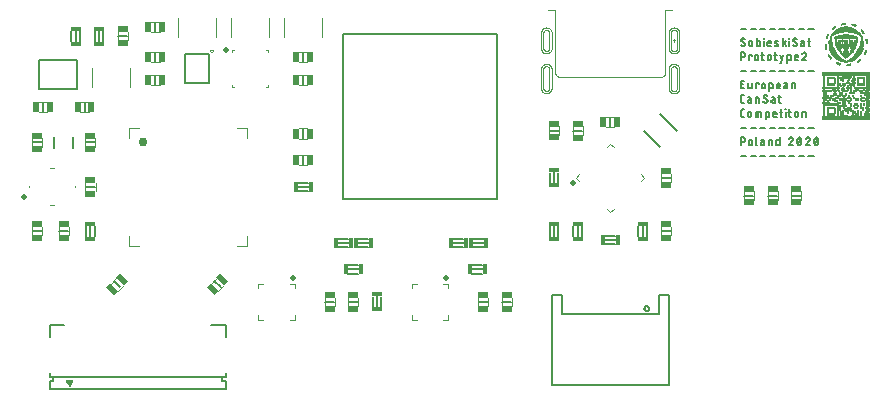
<source format=gbr>
G04 EAGLE Gerber RS-274X export*
G75*
%MOMM*%
%FSLAX34Y34*%
%LPD*%
%INSilkscreen Top*%
%IPPOS*%
%AMOC8*
5,1,8,0,0,1.08239X$1,22.5*%
G01*
%ADD10C,0.152400*%
%ADD11C,0.101600*%
%ADD12R,0.500100X0.950000*%
%ADD13C,0.177800*%
%ADD14R,0.950000X0.500100*%
%ADD15R,0.863600X0.406400*%
%ADD16C,0.120000*%
%ADD17C,0.762000*%
%ADD18C,0.127000*%
%ADD19C,0.100000*%
%ADD20C,0.500000*%
%ADD21C,0.000000*%
%ADD22C,0.050000*%
%ADD23R,0.406400X0.863600*%
%ADD24C,0.200000*%
%ADD25R,0.070000X0.010000*%
%ADD26R,0.190000X0.010000*%
%ADD27R,0.260000X0.010000*%
%ADD28R,0.320000X0.010000*%
%ADD29R,0.360000X0.010000*%
%ADD30R,0.370000X0.010000*%
%ADD31R,0.010000X0.010000*%
%ADD32R,0.060000X0.010000*%
%ADD33R,0.100000X0.010000*%
%ADD34R,0.130000X0.010000*%
%ADD35R,0.160000X0.010000*%
%ADD36R,0.350000X0.010000*%
%ADD37R,0.220000X0.010000*%
%ADD38R,0.270000X0.010000*%
%ADD39R,0.240000X0.010000*%
%ADD40R,0.180000X0.010000*%
%ADD41R,0.120000X0.010000*%
%ADD42R,0.290000X0.010000*%
%ADD43R,0.050000X0.010000*%
%ADD44R,0.310000X0.010000*%
%ADD45R,0.330000X0.010000*%
%ADD46R,0.340000X0.010000*%
%ADD47R,0.280000X0.010000*%
%ADD48R,0.250000X0.010000*%
%ADD49R,0.040000X0.010000*%
%ADD50R,0.140000X0.010000*%
%ADD51R,0.110000X0.010000*%
%ADD52R,0.090000X0.010000*%
%ADD53R,0.440000X0.010000*%
%ADD54R,0.170000X0.010000*%
%ADD55R,0.560000X0.010000*%
%ADD56R,0.660000X0.010000*%
%ADD57R,0.210000X0.010000*%
%ADD58R,0.740000X0.010000*%
%ADD59R,0.820000X0.010000*%
%ADD60R,0.230000X0.010000*%
%ADD61R,0.880000X0.010000*%
%ADD62R,0.940000X0.010000*%
%ADD63R,0.490000X0.010000*%
%ADD64R,0.500000X0.010000*%
%ADD65R,0.510000X0.010000*%
%ADD66R,0.520000X0.010000*%
%ADD67R,0.200000X0.010000*%
%ADD68R,0.530000X0.010000*%
%ADD69R,0.030000X0.010000*%
%ADD70R,0.020000X0.010000*%
%ADD71R,0.540000X0.010000*%
%ADD72R,0.400000X0.010000*%
%ADD73R,0.420000X0.010000*%
%ADD74R,0.460000X0.010000*%
%ADD75R,0.580000X0.010000*%
%ADD76R,0.150000X0.010000*%
%ADD77R,0.600000X0.010000*%
%ADD78R,0.640000X0.010000*%
%ADD79R,0.680000X0.010000*%
%ADD80R,0.700000X0.010000*%
%ADD81R,0.720000X0.010000*%
%ADD82R,0.760000X0.010000*%
%ADD83R,0.780000X0.010000*%
%ADD84R,0.800000X0.010000*%
%ADD85R,0.840000X0.010000*%
%ADD86R,0.860000X0.010000*%
%ADD87R,0.900000X0.010000*%
%ADD88R,0.920000X0.010000*%
%ADD89R,0.960000X0.010000*%
%ADD90R,0.570000X0.010000*%
%ADD91R,0.550000X0.010000*%
%ADD92R,0.480000X0.010000*%
%ADD93R,0.470000X0.010000*%
%ADD94R,0.430000X0.010000*%
%ADD95R,0.410000X0.010000*%
%ADD96R,0.390000X0.010000*%
%ADD97R,0.380000X0.010000*%
%ADD98R,0.450000X0.010000*%
%ADD99R,0.300000X0.010000*%
%ADD100R,1.130000X0.010000*%
%ADD101R,1.720000X0.010000*%
%ADD102R,1.740000X0.010000*%
%ADD103R,1.760000X0.010000*%
%ADD104R,1.780000X0.010000*%
%ADD105R,1.800000X0.010000*%
%ADD106R,1.820000X0.010000*%
%ADD107R,0.080000X0.010000*%
%ADD108R,2.020000X0.010000*%
%ADD109R,2.000000X0.010000*%
%ADD110R,1.980000X0.010000*%
%ADD111R,1.960000X0.010000*%
%ADD112R,1.920000X0.010000*%
%ADD113R,1.880000X0.010000*%
%ADD114R,1.840000X0.010000*%
%ADD115R,1.700000X0.010000*%
%ADD116R,1.640000X0.010000*%
%ADD117R,1.600000X0.010000*%
%ADD118R,1.560000X0.010000*%
%ADD119R,1.500000X0.010000*%
%ADD120R,1.440000X0.010000*%
%ADD121R,1.380000X0.010000*%
%ADD122R,1.320000X0.010000*%
%ADD123R,1.260000X0.010000*%
%ADD124R,1.180000X0.010000*%
%ADD125R,1.120000X0.010000*%
%ADD126R,1.020000X0.010000*%
%ADD127R,0.770000X0.010000*%
%ADD128R,0.890000X0.010000*%
%ADD129R,2.080000X0.010000*%
%ADD130R,2.060000X0.010000*%
%ADD131R,2.040000X0.010000*%
%ADD132R,1.940000X0.010000*%
%ADD133R,1.860000X0.010000*%
%ADD134R,1.680000X0.010000*%
%ADD135R,1.620000X0.010000*%
%ADD136R,1.580000X0.010000*%
%ADD137R,1.540000X0.010000*%
%ADD138R,1.520000X0.010000*%
%ADD139R,1.480000X0.010000*%
%ADD140R,1.420000X0.010000*%
%ADD141R,1.340000X0.010000*%
%ADD142R,1.300000X0.010000*%
%ADD143R,1.240000X0.010000*%
%ADD144R,1.200000X0.010000*%
%ADD145R,1.160000X0.010000*%
%ADD146R,1.100000X0.010000*%
%ADD147R,1.060000X0.010000*%
%ADD148R,1.000000X0.010000*%
%ADD149R,4.000000X0.020000*%
%ADD150R,0.240000X0.020000*%
%ADD151R,0.140000X0.020000*%
%ADD152R,0.420000X0.020000*%
%ADD153R,0.260000X0.020000*%
%ADD154R,0.700000X0.020000*%
%ADD155R,0.280000X0.020000*%
%ADD156R,0.540000X0.020000*%
%ADD157R,0.400000X0.020000*%
%ADD158R,0.840000X0.020000*%
%ADD159R,1.360000X0.020000*%
%ADD160R,0.660000X0.020000*%
%ADD161R,0.380000X0.020000*%
%ADD162R,0.800000X0.020000*%
%ADD163R,0.520000X0.020000*%
%ADD164R,0.560000X0.020000*%
%ADD165R,0.820000X0.020000*%
%ADD166R,1.500000X0.020000*%
%ADD167R,1.380000X0.020000*%
%ADD168R,1.260000X0.020000*%
%ADD169C,0.203200*%

G36*
X45115Y8001D02*
X45115Y8001D01*
X45215Y8008D01*
X45255Y8023D01*
X45298Y8029D01*
X45388Y8072D01*
X45481Y8106D01*
X45516Y8132D01*
X45555Y8150D01*
X45630Y8216D01*
X45710Y8275D01*
X45733Y8306D01*
X45769Y8337D01*
X45866Y8489D01*
X45908Y8546D01*
X47908Y12546D01*
X47911Y12554D01*
X47916Y12561D01*
X47956Y12689D01*
X47998Y12816D01*
X47999Y12824D01*
X48001Y12832D01*
X48005Y12967D01*
X48010Y13100D01*
X48008Y13108D01*
X48009Y13116D01*
X47975Y13246D01*
X47943Y13376D01*
X47939Y13383D01*
X47937Y13391D01*
X47869Y13506D01*
X47802Y13623D01*
X47796Y13629D01*
X47792Y13636D01*
X47694Y13728D01*
X47598Y13821D01*
X47590Y13824D01*
X47584Y13830D01*
X47465Y13891D01*
X47347Y13954D01*
X47339Y13956D01*
X47331Y13960D01*
X47279Y13968D01*
X47069Y14013D01*
X47031Y14010D01*
X47000Y14015D01*
X43000Y14015D01*
X42992Y14014D01*
X42983Y14015D01*
X42851Y13994D01*
X42719Y13975D01*
X42711Y13972D01*
X42702Y13971D01*
X42581Y13914D01*
X42459Y13859D01*
X42453Y13854D01*
X42445Y13850D01*
X42344Y13762D01*
X42242Y13676D01*
X42237Y13668D01*
X42231Y13663D01*
X42159Y13550D01*
X42085Y13439D01*
X42082Y13431D01*
X42077Y13424D01*
X42039Y13295D01*
X41999Y13168D01*
X41999Y13159D01*
X41996Y13151D01*
X41995Y13017D01*
X41991Y12884D01*
X41994Y12875D01*
X41994Y12867D01*
X42009Y12816D01*
X42063Y12609D01*
X42083Y12576D01*
X42092Y12546D01*
X44092Y8546D01*
X44149Y8464D01*
X44198Y8377D01*
X44229Y8347D01*
X44253Y8312D01*
X44331Y8249D01*
X44402Y8180D01*
X44440Y8159D01*
X44473Y8132D01*
X44565Y8093D01*
X44653Y8046D01*
X44695Y8037D01*
X44735Y8020D01*
X44834Y8008D01*
X44931Y7987D01*
X44974Y7990D01*
X45017Y7985D01*
X45115Y8001D01*
G37*
D10*
X613262Y311280D02*
X617579Y311280D01*
X621422Y311280D02*
X625739Y311280D01*
X629582Y311280D02*
X633899Y311280D01*
X637742Y311280D02*
X642059Y311280D01*
X645902Y311280D02*
X650219Y311280D01*
X654062Y311280D02*
X658379Y311280D01*
X662222Y311280D02*
X666539Y311280D01*
X670382Y311280D02*
X674699Y311280D01*
X616860Y298201D02*
X616858Y298126D01*
X616852Y298051D01*
X616842Y297976D01*
X616829Y297902D01*
X616811Y297829D01*
X616790Y297756D01*
X616764Y297685D01*
X616736Y297616D01*
X616703Y297548D01*
X616667Y297482D01*
X616628Y297417D01*
X616585Y297355D01*
X616539Y297295D01*
X616490Y297238D01*
X616439Y297183D01*
X616384Y297132D01*
X616327Y297083D01*
X616267Y297037D01*
X616205Y296994D01*
X616141Y296955D01*
X616074Y296919D01*
X616006Y296886D01*
X615937Y296858D01*
X615866Y296832D01*
X615793Y296811D01*
X615720Y296793D01*
X615646Y296780D01*
X615571Y296770D01*
X615496Y296764D01*
X615421Y296762D01*
X615312Y296764D01*
X615203Y296770D01*
X615094Y296780D01*
X614986Y296793D01*
X614878Y296811D01*
X614771Y296832D01*
X614665Y296857D01*
X614560Y296886D01*
X614456Y296919D01*
X614353Y296956D01*
X614252Y296996D01*
X614152Y297040D01*
X614054Y297087D01*
X613957Y297138D01*
X613862Y297192D01*
X613770Y297250D01*
X613679Y297311D01*
X613591Y297375D01*
X613505Y297442D01*
X613421Y297512D01*
X613341Y297585D01*
X613262Y297661D01*
X613442Y301799D02*
X613444Y301874D01*
X613450Y301949D01*
X613460Y302024D01*
X613473Y302098D01*
X613491Y302171D01*
X613512Y302244D01*
X613538Y302315D01*
X613566Y302384D01*
X613599Y302452D01*
X613635Y302519D01*
X613674Y302583D01*
X613717Y302645D01*
X613763Y302705D01*
X613812Y302762D01*
X613863Y302817D01*
X613918Y302868D01*
X613975Y302917D01*
X614035Y302963D01*
X614097Y303006D01*
X614162Y303045D01*
X614228Y303081D01*
X614296Y303114D01*
X614365Y303142D01*
X614436Y303168D01*
X614509Y303189D01*
X614582Y303207D01*
X614656Y303220D01*
X614731Y303230D01*
X614806Y303236D01*
X614881Y303238D01*
X614983Y303236D01*
X615085Y303230D01*
X615187Y303221D01*
X615288Y303207D01*
X615389Y303190D01*
X615489Y303169D01*
X615588Y303144D01*
X615686Y303115D01*
X615783Y303083D01*
X615878Y303047D01*
X615972Y303007D01*
X616065Y302964D01*
X616156Y302918D01*
X616245Y302868D01*
X616332Y302815D01*
X616417Y302758D01*
X616500Y302698D01*
X614162Y300539D02*
X614097Y300580D01*
X614035Y300623D01*
X613975Y300670D01*
X613918Y300720D01*
X613863Y300772D01*
X613811Y300828D01*
X613762Y300886D01*
X613717Y300946D01*
X613674Y301009D01*
X613635Y301074D01*
X613599Y301140D01*
X613566Y301209D01*
X613537Y301279D01*
X613512Y301351D01*
X613491Y301424D01*
X613473Y301498D01*
X613460Y301572D01*
X613450Y301647D01*
X613444Y301723D01*
X613442Y301799D01*
X616140Y299461D02*
X616205Y299420D01*
X616267Y299377D01*
X616327Y299330D01*
X616384Y299280D01*
X616439Y299228D01*
X616491Y299172D01*
X616540Y299114D01*
X616585Y299054D01*
X616628Y298991D01*
X616667Y298926D01*
X616703Y298860D01*
X616736Y298791D01*
X616765Y298721D01*
X616790Y298649D01*
X616811Y298576D01*
X616829Y298502D01*
X616842Y298428D01*
X616852Y298353D01*
X616858Y298277D01*
X616860Y298201D01*
X616140Y299460D02*
X614161Y300540D01*
X620102Y299640D02*
X620102Y298201D01*
X620102Y299640D02*
X620104Y299715D01*
X620110Y299790D01*
X620120Y299865D01*
X620133Y299939D01*
X620151Y300012D01*
X620172Y300085D01*
X620198Y300156D01*
X620226Y300225D01*
X620259Y300293D01*
X620295Y300360D01*
X620334Y300424D01*
X620377Y300486D01*
X620423Y300546D01*
X620472Y300603D01*
X620523Y300658D01*
X620578Y300709D01*
X620635Y300758D01*
X620695Y300804D01*
X620757Y300847D01*
X620822Y300886D01*
X620888Y300922D01*
X620956Y300955D01*
X621025Y300983D01*
X621096Y301009D01*
X621169Y301030D01*
X621242Y301048D01*
X621316Y301061D01*
X621391Y301071D01*
X621466Y301077D01*
X621541Y301079D01*
X621616Y301077D01*
X621691Y301071D01*
X621766Y301061D01*
X621840Y301048D01*
X621913Y301030D01*
X621986Y301009D01*
X622057Y300983D01*
X622126Y300955D01*
X622194Y300922D01*
X622261Y300886D01*
X622325Y300847D01*
X622387Y300804D01*
X622447Y300758D01*
X622504Y300709D01*
X622559Y300658D01*
X622610Y300603D01*
X622659Y300546D01*
X622705Y300486D01*
X622748Y300424D01*
X622787Y300360D01*
X622823Y300293D01*
X622856Y300225D01*
X622884Y300156D01*
X622910Y300085D01*
X622931Y300012D01*
X622949Y299939D01*
X622962Y299865D01*
X622972Y299790D01*
X622978Y299715D01*
X622980Y299640D01*
X622980Y298201D01*
X622978Y298126D01*
X622972Y298051D01*
X622962Y297976D01*
X622949Y297902D01*
X622931Y297829D01*
X622910Y297756D01*
X622884Y297685D01*
X622856Y297616D01*
X622823Y297548D01*
X622787Y297482D01*
X622748Y297417D01*
X622705Y297355D01*
X622659Y297295D01*
X622610Y297238D01*
X622559Y297183D01*
X622504Y297132D01*
X622447Y297083D01*
X622387Y297037D01*
X622325Y296994D01*
X622261Y296955D01*
X622194Y296919D01*
X622126Y296886D01*
X622057Y296858D01*
X621986Y296832D01*
X621913Y296811D01*
X621840Y296793D01*
X621766Y296780D01*
X621691Y296770D01*
X621616Y296764D01*
X621541Y296762D01*
X621466Y296764D01*
X621391Y296770D01*
X621316Y296780D01*
X621242Y296793D01*
X621169Y296811D01*
X621096Y296832D01*
X621025Y296858D01*
X620956Y296886D01*
X620888Y296919D01*
X620822Y296955D01*
X620757Y296994D01*
X620695Y297037D01*
X620635Y297083D01*
X620578Y297132D01*
X620523Y297183D01*
X620472Y297238D01*
X620423Y297295D01*
X620377Y297355D01*
X620334Y297417D01*
X620295Y297482D01*
X620259Y297548D01*
X620226Y297616D01*
X620198Y297685D01*
X620172Y297756D01*
X620151Y297829D01*
X620133Y297902D01*
X620120Y297976D01*
X620110Y298051D01*
X620104Y298126D01*
X620102Y298201D01*
X626644Y296762D02*
X626644Y303238D01*
X626644Y296762D02*
X628443Y296762D01*
X628508Y296764D01*
X628573Y296770D01*
X628637Y296780D01*
X628701Y296793D01*
X628764Y296811D01*
X628826Y296832D01*
X628886Y296857D01*
X628944Y296886D01*
X629001Y296918D01*
X629056Y296953D01*
X629108Y296992D01*
X629158Y297033D01*
X629206Y297078D01*
X629251Y297125D01*
X629292Y297176D01*
X629331Y297228D01*
X629366Y297283D01*
X629398Y297340D01*
X629427Y297398D01*
X629452Y297458D01*
X629473Y297520D01*
X629491Y297583D01*
X629504Y297646D01*
X629514Y297711D01*
X629520Y297776D01*
X629522Y297841D01*
X629523Y297841D02*
X629523Y300000D01*
X629522Y300000D02*
X629520Y300063D01*
X629515Y300125D01*
X629506Y300187D01*
X629493Y300249D01*
X629477Y300309D01*
X629457Y300369D01*
X629434Y300427D01*
X629407Y300484D01*
X629377Y300540D01*
X629344Y300593D01*
X629308Y300644D01*
X629270Y300694D01*
X629228Y300740D01*
X629183Y300785D01*
X629137Y300827D01*
X629087Y300865D01*
X629036Y300901D01*
X628983Y300934D01*
X628927Y300964D01*
X628870Y300991D01*
X628812Y301014D01*
X628752Y301034D01*
X628692Y301050D01*
X628630Y301063D01*
X628568Y301072D01*
X628506Y301077D01*
X628443Y301079D01*
X626644Y301079D01*
X632581Y301079D02*
X632581Y296762D01*
X632401Y302878D02*
X632401Y303238D01*
X632761Y303238D01*
X632761Y302878D01*
X632401Y302878D01*
X636781Y296762D02*
X638580Y296762D01*
X636781Y296762D02*
X636718Y296764D01*
X636656Y296769D01*
X636594Y296778D01*
X636532Y296791D01*
X636472Y296807D01*
X636412Y296827D01*
X636354Y296850D01*
X636297Y296877D01*
X636242Y296907D01*
X636188Y296940D01*
X636137Y296976D01*
X636087Y297014D01*
X636041Y297056D01*
X635996Y297101D01*
X635954Y297147D01*
X635916Y297197D01*
X635880Y297248D01*
X635847Y297302D01*
X635817Y297357D01*
X635790Y297414D01*
X635767Y297472D01*
X635747Y297532D01*
X635731Y297592D01*
X635718Y297654D01*
X635709Y297716D01*
X635704Y297778D01*
X635702Y297841D01*
X635702Y299640D01*
X635704Y299715D01*
X635710Y299790D01*
X635720Y299865D01*
X635733Y299939D01*
X635751Y300012D01*
X635772Y300085D01*
X635798Y300156D01*
X635826Y300225D01*
X635859Y300293D01*
X635895Y300360D01*
X635934Y300424D01*
X635977Y300486D01*
X636023Y300546D01*
X636072Y300603D01*
X636123Y300658D01*
X636178Y300709D01*
X636235Y300758D01*
X636295Y300804D01*
X636357Y300847D01*
X636422Y300886D01*
X636488Y300922D01*
X636556Y300955D01*
X636625Y300983D01*
X636696Y301009D01*
X636769Y301030D01*
X636842Y301048D01*
X636916Y301061D01*
X636991Y301071D01*
X637066Y301077D01*
X637141Y301079D01*
X637216Y301077D01*
X637291Y301071D01*
X637366Y301061D01*
X637440Y301048D01*
X637513Y301030D01*
X637586Y301009D01*
X637657Y300983D01*
X637726Y300955D01*
X637794Y300922D01*
X637861Y300886D01*
X637925Y300847D01*
X637987Y300804D01*
X638047Y300758D01*
X638104Y300709D01*
X638159Y300658D01*
X638210Y300603D01*
X638259Y300546D01*
X638305Y300486D01*
X638348Y300424D01*
X638387Y300360D01*
X638423Y300293D01*
X638456Y300225D01*
X638484Y300156D01*
X638510Y300085D01*
X638531Y300012D01*
X638549Y299939D01*
X638562Y299865D01*
X638572Y299790D01*
X638578Y299715D01*
X638580Y299640D01*
X638580Y298921D01*
X635702Y298921D01*
X642481Y299280D02*
X644280Y298561D01*
X642482Y299281D02*
X642426Y299305D01*
X642373Y299333D01*
X642321Y299364D01*
X642272Y299398D01*
X642225Y299435D01*
X642180Y299476D01*
X642138Y299519D01*
X642099Y299565D01*
X642063Y299613D01*
X642030Y299663D01*
X642001Y299716D01*
X641974Y299770D01*
X641952Y299826D01*
X641933Y299883D01*
X641918Y299941D01*
X641907Y300001D01*
X641899Y300060D01*
X641895Y300120D01*
X641896Y300181D01*
X641900Y300241D01*
X641908Y300300D01*
X641919Y300359D01*
X641935Y300418D01*
X641954Y300475D01*
X641977Y300530D01*
X642004Y300584D01*
X642034Y300637D01*
X642067Y300687D01*
X642103Y300735D01*
X642143Y300780D01*
X642185Y300823D01*
X642230Y300863D01*
X642277Y300900D01*
X642327Y300934D01*
X642379Y300965D01*
X642433Y300992D01*
X642488Y301016D01*
X642545Y301036D01*
X642603Y301052D01*
X642662Y301065D01*
X642721Y301074D01*
X642781Y301079D01*
X642841Y301080D01*
X642961Y301076D01*
X643080Y301069D01*
X643199Y301059D01*
X643317Y301045D01*
X643435Y301028D01*
X643553Y301007D01*
X643669Y300983D01*
X643785Y300955D01*
X643901Y300924D01*
X644015Y300890D01*
X644128Y300852D01*
X644240Y300811D01*
X644351Y300767D01*
X644460Y300720D01*
X644280Y298561D02*
X644336Y298537D01*
X644389Y298509D01*
X644441Y298478D01*
X644490Y298444D01*
X644537Y298407D01*
X644582Y298366D01*
X644624Y298323D01*
X644663Y298277D01*
X644699Y298229D01*
X644732Y298179D01*
X644761Y298126D01*
X644788Y298072D01*
X644810Y298016D01*
X644829Y297959D01*
X644844Y297901D01*
X644855Y297841D01*
X644863Y297782D01*
X644867Y297722D01*
X644866Y297661D01*
X644862Y297601D01*
X644854Y297542D01*
X644843Y297483D01*
X644827Y297424D01*
X644808Y297367D01*
X644785Y297312D01*
X644758Y297258D01*
X644728Y297205D01*
X644695Y297155D01*
X644659Y297107D01*
X644619Y297062D01*
X644577Y297019D01*
X644532Y296979D01*
X644485Y296942D01*
X644435Y296908D01*
X644383Y296877D01*
X644329Y296850D01*
X644274Y296826D01*
X644217Y296806D01*
X644159Y296790D01*
X644100Y296777D01*
X644041Y296768D01*
X643981Y296763D01*
X643921Y296762D01*
X643765Y296766D01*
X643610Y296774D01*
X643455Y296786D01*
X643301Y296802D01*
X643146Y296822D01*
X642993Y296846D01*
X642840Y296874D01*
X642688Y296905D01*
X642537Y296941D01*
X642386Y296980D01*
X642237Y297024D01*
X642089Y297071D01*
X641942Y297121D01*
X648566Y296762D02*
X648566Y303238D01*
X651444Y301079D02*
X648566Y298921D01*
X649825Y299820D02*
X651444Y296762D01*
X654181Y296762D02*
X654181Y301079D01*
X654001Y302878D02*
X654001Y303238D01*
X654361Y303238D01*
X654361Y302878D01*
X654001Y302878D01*
X659341Y296762D02*
X659416Y296764D01*
X659491Y296770D01*
X659566Y296780D01*
X659640Y296793D01*
X659713Y296811D01*
X659786Y296832D01*
X659857Y296858D01*
X659926Y296886D01*
X659994Y296919D01*
X660061Y296955D01*
X660125Y296994D01*
X660187Y297037D01*
X660247Y297083D01*
X660304Y297132D01*
X660359Y297183D01*
X660410Y297238D01*
X660459Y297295D01*
X660505Y297355D01*
X660548Y297417D01*
X660587Y297482D01*
X660623Y297548D01*
X660656Y297616D01*
X660684Y297685D01*
X660710Y297756D01*
X660731Y297829D01*
X660749Y297902D01*
X660762Y297976D01*
X660772Y298051D01*
X660778Y298126D01*
X660780Y298201D01*
X659340Y296762D02*
X659231Y296764D01*
X659122Y296770D01*
X659013Y296780D01*
X658905Y296793D01*
X658797Y296811D01*
X658690Y296832D01*
X658584Y296857D01*
X658479Y296886D01*
X658375Y296919D01*
X658272Y296956D01*
X658171Y296996D01*
X658071Y297040D01*
X657973Y297087D01*
X657876Y297138D01*
X657781Y297192D01*
X657689Y297250D01*
X657598Y297311D01*
X657510Y297375D01*
X657424Y297442D01*
X657340Y297512D01*
X657260Y297585D01*
X657181Y297661D01*
X657362Y301799D02*
X657364Y301874D01*
X657370Y301949D01*
X657380Y302024D01*
X657393Y302098D01*
X657411Y302171D01*
X657432Y302244D01*
X657458Y302315D01*
X657486Y302384D01*
X657519Y302452D01*
X657555Y302519D01*
X657594Y302583D01*
X657637Y302645D01*
X657683Y302705D01*
X657732Y302762D01*
X657783Y302817D01*
X657838Y302868D01*
X657895Y302917D01*
X657955Y302963D01*
X658017Y303006D01*
X658082Y303045D01*
X658148Y303081D01*
X658216Y303114D01*
X658285Y303142D01*
X658356Y303168D01*
X658429Y303189D01*
X658502Y303207D01*
X658576Y303220D01*
X658651Y303230D01*
X658726Y303236D01*
X658801Y303238D01*
X658903Y303236D01*
X659005Y303230D01*
X659107Y303221D01*
X659208Y303207D01*
X659309Y303190D01*
X659409Y303169D01*
X659508Y303144D01*
X659606Y303115D01*
X659703Y303083D01*
X659798Y303047D01*
X659892Y303007D01*
X659985Y302964D01*
X660076Y302918D01*
X660165Y302868D01*
X660252Y302815D01*
X660337Y302758D01*
X660420Y302698D01*
X658081Y300539D02*
X658016Y300580D01*
X657954Y300623D01*
X657894Y300670D01*
X657837Y300720D01*
X657782Y300772D01*
X657730Y300828D01*
X657681Y300886D01*
X657636Y300946D01*
X657593Y301009D01*
X657554Y301074D01*
X657518Y301140D01*
X657485Y301209D01*
X657456Y301279D01*
X657431Y301351D01*
X657410Y301424D01*
X657392Y301498D01*
X657379Y301572D01*
X657369Y301647D01*
X657363Y301723D01*
X657361Y301799D01*
X660060Y299461D02*
X660125Y299420D01*
X660187Y299377D01*
X660247Y299330D01*
X660304Y299280D01*
X660359Y299228D01*
X660411Y299172D01*
X660460Y299114D01*
X660505Y299054D01*
X660548Y298991D01*
X660587Y298926D01*
X660623Y298860D01*
X660656Y298791D01*
X660685Y298721D01*
X660710Y298649D01*
X660731Y298576D01*
X660749Y298502D01*
X660762Y298428D01*
X660772Y298353D01*
X660778Y298277D01*
X660780Y298201D01*
X660060Y299460D02*
X658081Y300540D01*
X665218Y299280D02*
X666837Y299280D01*
X665218Y299280D02*
X665149Y299278D01*
X665079Y299272D01*
X665011Y299263D01*
X664943Y299250D01*
X664875Y299232D01*
X664809Y299212D01*
X664744Y299187D01*
X664681Y299160D01*
X664619Y299128D01*
X664559Y299094D01*
X664501Y299056D01*
X664445Y299015D01*
X664391Y298970D01*
X664340Y298923D01*
X664292Y298874D01*
X664246Y298821D01*
X664204Y298767D01*
X664164Y298710D01*
X664128Y298651D01*
X664095Y298589D01*
X664065Y298527D01*
X664039Y298462D01*
X664016Y298397D01*
X663998Y298330D01*
X663982Y298262D01*
X663971Y298194D01*
X663963Y298125D01*
X663959Y298056D01*
X663959Y297986D01*
X663963Y297917D01*
X663971Y297848D01*
X663982Y297780D01*
X663998Y297712D01*
X664016Y297645D01*
X664039Y297580D01*
X664065Y297515D01*
X664095Y297453D01*
X664128Y297392D01*
X664164Y297332D01*
X664204Y297275D01*
X664246Y297221D01*
X664292Y297168D01*
X664340Y297119D01*
X664391Y297072D01*
X664445Y297027D01*
X664501Y296986D01*
X664559Y296948D01*
X664619Y296914D01*
X664681Y296882D01*
X664744Y296855D01*
X664809Y296830D01*
X664875Y296810D01*
X664943Y296792D01*
X665011Y296779D01*
X665079Y296770D01*
X665149Y296764D01*
X665218Y296762D01*
X666837Y296762D01*
X666837Y300000D01*
X666835Y300063D01*
X666830Y300125D01*
X666821Y300187D01*
X666808Y300249D01*
X666792Y300309D01*
X666772Y300369D01*
X666749Y300427D01*
X666722Y300484D01*
X666692Y300540D01*
X666659Y300593D01*
X666623Y300644D01*
X666585Y300694D01*
X666543Y300740D01*
X666498Y300785D01*
X666452Y300827D01*
X666402Y300865D01*
X666351Y300901D01*
X666298Y300934D01*
X666242Y300964D01*
X666185Y300991D01*
X666127Y301014D01*
X666067Y301034D01*
X666007Y301050D01*
X665945Y301063D01*
X665883Y301072D01*
X665821Y301077D01*
X665758Y301079D01*
X664319Y301079D01*
X669803Y301079D02*
X671962Y301079D01*
X670523Y303238D02*
X670523Y297841D01*
X670525Y297778D01*
X670530Y297716D01*
X670539Y297654D01*
X670552Y297592D01*
X670568Y297532D01*
X670588Y297472D01*
X670611Y297414D01*
X670638Y297357D01*
X670668Y297301D01*
X670701Y297248D01*
X670737Y297197D01*
X670775Y297147D01*
X670817Y297101D01*
X670862Y297056D01*
X670908Y297014D01*
X670958Y296975D01*
X671009Y296939D01*
X671063Y296907D01*
X671118Y296877D01*
X671175Y296850D01*
X671233Y296827D01*
X671293Y296807D01*
X671353Y296791D01*
X671415Y296778D01*
X671477Y296769D01*
X671539Y296764D01*
X671602Y296762D01*
X671962Y296762D01*
X613262Y291238D02*
X613262Y284762D01*
X613262Y291238D02*
X615061Y291238D01*
X615144Y291236D01*
X615227Y291230D01*
X615310Y291221D01*
X615392Y291207D01*
X615473Y291190D01*
X615553Y291169D01*
X615633Y291145D01*
X615711Y291117D01*
X615788Y291085D01*
X615863Y291049D01*
X615936Y291011D01*
X616008Y290969D01*
X616078Y290923D01*
X616145Y290875D01*
X616210Y290823D01*
X616273Y290768D01*
X616333Y290711D01*
X616390Y290651D01*
X616445Y290588D01*
X616497Y290523D01*
X616545Y290456D01*
X616591Y290386D01*
X616633Y290314D01*
X616671Y290241D01*
X616707Y290166D01*
X616739Y290089D01*
X616767Y290011D01*
X616791Y289931D01*
X616812Y289851D01*
X616829Y289770D01*
X616843Y289688D01*
X616852Y289605D01*
X616858Y289522D01*
X616860Y289439D01*
X616858Y289356D01*
X616852Y289273D01*
X616843Y289190D01*
X616829Y289108D01*
X616812Y289027D01*
X616791Y288947D01*
X616767Y288867D01*
X616739Y288789D01*
X616707Y288712D01*
X616671Y288637D01*
X616633Y288564D01*
X616591Y288492D01*
X616545Y288422D01*
X616497Y288355D01*
X616445Y288290D01*
X616390Y288227D01*
X616333Y288167D01*
X616273Y288110D01*
X616210Y288055D01*
X616145Y288003D01*
X616078Y287955D01*
X616008Y287909D01*
X615936Y287867D01*
X615863Y287829D01*
X615788Y287793D01*
X615711Y287761D01*
X615633Y287733D01*
X615553Y287709D01*
X615473Y287688D01*
X615392Y287671D01*
X615310Y287657D01*
X615227Y287648D01*
X615144Y287642D01*
X615061Y287640D01*
X613262Y287640D01*
X620232Y289079D02*
X620232Y284762D01*
X620232Y289079D02*
X622391Y289079D01*
X622391Y288360D01*
X624961Y287640D02*
X624961Y286201D01*
X624961Y287640D02*
X624963Y287715D01*
X624969Y287790D01*
X624979Y287865D01*
X624992Y287939D01*
X625010Y288012D01*
X625031Y288085D01*
X625057Y288156D01*
X625085Y288225D01*
X625118Y288293D01*
X625154Y288360D01*
X625193Y288424D01*
X625236Y288486D01*
X625282Y288546D01*
X625331Y288603D01*
X625382Y288658D01*
X625437Y288709D01*
X625494Y288758D01*
X625554Y288804D01*
X625616Y288847D01*
X625681Y288886D01*
X625747Y288922D01*
X625815Y288955D01*
X625884Y288983D01*
X625955Y289009D01*
X626028Y289030D01*
X626101Y289048D01*
X626175Y289061D01*
X626250Y289071D01*
X626325Y289077D01*
X626400Y289079D01*
X626475Y289077D01*
X626550Y289071D01*
X626625Y289061D01*
X626699Y289048D01*
X626772Y289030D01*
X626845Y289009D01*
X626916Y288983D01*
X626985Y288955D01*
X627053Y288922D01*
X627120Y288886D01*
X627184Y288847D01*
X627246Y288804D01*
X627306Y288758D01*
X627363Y288709D01*
X627418Y288658D01*
X627469Y288603D01*
X627518Y288546D01*
X627564Y288486D01*
X627607Y288424D01*
X627646Y288360D01*
X627682Y288293D01*
X627715Y288225D01*
X627743Y288156D01*
X627769Y288085D01*
X627790Y288012D01*
X627808Y287939D01*
X627821Y287865D01*
X627831Y287790D01*
X627837Y287715D01*
X627839Y287640D01*
X627840Y287640D02*
X627840Y286201D01*
X627839Y286201D02*
X627837Y286126D01*
X627831Y286051D01*
X627821Y285976D01*
X627808Y285902D01*
X627790Y285829D01*
X627769Y285756D01*
X627743Y285685D01*
X627715Y285616D01*
X627682Y285548D01*
X627646Y285482D01*
X627607Y285417D01*
X627564Y285355D01*
X627518Y285295D01*
X627469Y285238D01*
X627418Y285183D01*
X627363Y285132D01*
X627306Y285083D01*
X627246Y285037D01*
X627184Y284994D01*
X627120Y284955D01*
X627053Y284919D01*
X626985Y284886D01*
X626916Y284858D01*
X626845Y284832D01*
X626772Y284811D01*
X626699Y284793D01*
X626625Y284780D01*
X626550Y284770D01*
X626475Y284764D01*
X626400Y284762D01*
X626325Y284764D01*
X626250Y284770D01*
X626175Y284780D01*
X626101Y284793D01*
X626028Y284811D01*
X625955Y284832D01*
X625884Y284858D01*
X625815Y284886D01*
X625747Y284919D01*
X625681Y284955D01*
X625616Y284994D01*
X625554Y285037D01*
X625494Y285083D01*
X625437Y285132D01*
X625382Y285183D01*
X625331Y285238D01*
X625282Y285295D01*
X625236Y285355D01*
X625193Y285417D01*
X625154Y285482D01*
X625118Y285548D01*
X625085Y285616D01*
X625057Y285685D01*
X625031Y285756D01*
X625010Y285829D01*
X624992Y285902D01*
X624979Y285976D01*
X624969Y286051D01*
X624963Y286126D01*
X624961Y286201D01*
X630503Y289079D02*
X632661Y289079D01*
X631222Y291238D02*
X631222Y285841D01*
X631223Y285841D02*
X631225Y285778D01*
X631230Y285716D01*
X631239Y285654D01*
X631252Y285592D01*
X631268Y285532D01*
X631288Y285472D01*
X631311Y285414D01*
X631338Y285357D01*
X631368Y285301D01*
X631401Y285248D01*
X631437Y285197D01*
X631475Y285147D01*
X631517Y285101D01*
X631562Y285056D01*
X631608Y285014D01*
X631658Y284975D01*
X631709Y284939D01*
X631763Y284907D01*
X631818Y284877D01*
X631875Y284850D01*
X631933Y284827D01*
X631993Y284807D01*
X632053Y284791D01*
X632115Y284778D01*
X632177Y284769D01*
X632239Y284764D01*
X632302Y284762D01*
X632661Y284762D01*
X635761Y286201D02*
X635761Y287640D01*
X635763Y287715D01*
X635769Y287790D01*
X635779Y287865D01*
X635792Y287939D01*
X635810Y288012D01*
X635831Y288085D01*
X635857Y288156D01*
X635885Y288225D01*
X635918Y288293D01*
X635954Y288360D01*
X635993Y288424D01*
X636036Y288486D01*
X636082Y288546D01*
X636131Y288603D01*
X636182Y288658D01*
X636237Y288709D01*
X636294Y288758D01*
X636354Y288804D01*
X636416Y288847D01*
X636481Y288886D01*
X636547Y288922D01*
X636615Y288955D01*
X636684Y288983D01*
X636755Y289009D01*
X636828Y289030D01*
X636901Y289048D01*
X636975Y289061D01*
X637050Y289071D01*
X637125Y289077D01*
X637200Y289079D01*
X637275Y289077D01*
X637350Y289071D01*
X637425Y289061D01*
X637499Y289048D01*
X637572Y289030D01*
X637645Y289009D01*
X637716Y288983D01*
X637785Y288955D01*
X637853Y288922D01*
X637920Y288886D01*
X637984Y288847D01*
X638046Y288804D01*
X638106Y288758D01*
X638163Y288709D01*
X638218Y288658D01*
X638269Y288603D01*
X638318Y288546D01*
X638364Y288486D01*
X638407Y288424D01*
X638446Y288360D01*
X638482Y288293D01*
X638515Y288225D01*
X638543Y288156D01*
X638569Y288085D01*
X638590Y288012D01*
X638608Y287939D01*
X638621Y287865D01*
X638631Y287790D01*
X638637Y287715D01*
X638639Y287640D01*
X638640Y287640D02*
X638640Y286201D01*
X638639Y286201D02*
X638637Y286126D01*
X638631Y286051D01*
X638621Y285976D01*
X638608Y285902D01*
X638590Y285829D01*
X638569Y285756D01*
X638543Y285685D01*
X638515Y285616D01*
X638482Y285548D01*
X638446Y285482D01*
X638407Y285417D01*
X638364Y285355D01*
X638318Y285295D01*
X638269Y285238D01*
X638218Y285183D01*
X638163Y285132D01*
X638106Y285083D01*
X638046Y285037D01*
X637984Y284994D01*
X637920Y284955D01*
X637853Y284919D01*
X637785Y284886D01*
X637716Y284858D01*
X637645Y284832D01*
X637572Y284811D01*
X637499Y284793D01*
X637425Y284780D01*
X637350Y284770D01*
X637275Y284764D01*
X637200Y284762D01*
X637125Y284764D01*
X637050Y284770D01*
X636975Y284780D01*
X636901Y284793D01*
X636828Y284811D01*
X636755Y284832D01*
X636684Y284858D01*
X636615Y284886D01*
X636547Y284919D01*
X636481Y284955D01*
X636416Y284994D01*
X636354Y285037D01*
X636294Y285083D01*
X636237Y285132D01*
X636182Y285183D01*
X636131Y285238D01*
X636082Y285295D01*
X636036Y285355D01*
X635993Y285417D01*
X635954Y285482D01*
X635918Y285548D01*
X635885Y285616D01*
X635857Y285685D01*
X635831Y285756D01*
X635810Y285829D01*
X635792Y285902D01*
X635779Y285976D01*
X635769Y286051D01*
X635763Y286126D01*
X635761Y286201D01*
X641303Y289079D02*
X643461Y289079D01*
X642022Y291238D02*
X642022Y285841D01*
X642023Y285841D02*
X642025Y285778D01*
X642030Y285716D01*
X642039Y285654D01*
X642052Y285592D01*
X642068Y285532D01*
X642088Y285472D01*
X642111Y285414D01*
X642138Y285357D01*
X642168Y285301D01*
X642201Y285248D01*
X642237Y285197D01*
X642275Y285147D01*
X642317Y285101D01*
X642362Y285056D01*
X642408Y285014D01*
X642458Y284975D01*
X642509Y284939D01*
X642563Y284907D01*
X642618Y284877D01*
X642675Y284850D01*
X642733Y284827D01*
X642793Y284807D01*
X642853Y284791D01*
X642915Y284778D01*
X642977Y284769D01*
X643039Y284764D01*
X643102Y284762D01*
X643461Y284762D01*
X646321Y282603D02*
X647041Y282603D01*
X649199Y289079D01*
X646321Y289079D02*
X647760Y284762D01*
X652624Y282603D02*
X652624Y289079D01*
X654423Y289079D01*
X654488Y289077D01*
X654553Y289071D01*
X654617Y289061D01*
X654681Y289048D01*
X654744Y289030D01*
X654806Y289009D01*
X654866Y288984D01*
X654924Y288955D01*
X654981Y288923D01*
X655036Y288888D01*
X655088Y288849D01*
X655138Y288808D01*
X655186Y288763D01*
X655231Y288716D01*
X655272Y288665D01*
X655311Y288613D01*
X655346Y288558D01*
X655378Y288501D01*
X655407Y288443D01*
X655432Y288383D01*
X655453Y288321D01*
X655471Y288258D01*
X655484Y288195D01*
X655494Y288130D01*
X655500Y288065D01*
X655502Y288000D01*
X655502Y285841D01*
X655500Y285778D01*
X655495Y285716D01*
X655486Y285654D01*
X655473Y285592D01*
X655457Y285532D01*
X655437Y285472D01*
X655414Y285414D01*
X655387Y285357D01*
X655357Y285302D01*
X655324Y285248D01*
X655288Y285197D01*
X655250Y285147D01*
X655208Y285101D01*
X655163Y285056D01*
X655117Y285014D01*
X655067Y284976D01*
X655016Y284940D01*
X654963Y284907D01*
X654907Y284877D01*
X654850Y284850D01*
X654792Y284827D01*
X654732Y284807D01*
X654672Y284791D01*
X654610Y284778D01*
X654548Y284769D01*
X654486Y284764D01*
X654423Y284762D01*
X652624Y284762D01*
X659881Y284762D02*
X661679Y284762D01*
X659881Y284762D02*
X659818Y284764D01*
X659756Y284769D01*
X659694Y284778D01*
X659632Y284791D01*
X659572Y284807D01*
X659512Y284827D01*
X659454Y284850D01*
X659397Y284877D01*
X659342Y284907D01*
X659288Y284940D01*
X659237Y284976D01*
X659187Y285014D01*
X659141Y285056D01*
X659096Y285101D01*
X659054Y285147D01*
X659016Y285197D01*
X658980Y285248D01*
X658947Y285302D01*
X658917Y285357D01*
X658890Y285414D01*
X658867Y285472D01*
X658847Y285532D01*
X658831Y285592D01*
X658818Y285654D01*
X658809Y285716D01*
X658804Y285778D01*
X658802Y285841D01*
X658801Y285841D02*
X658801Y287640D01*
X658803Y287715D01*
X658809Y287790D01*
X658819Y287865D01*
X658832Y287939D01*
X658850Y288012D01*
X658871Y288085D01*
X658897Y288156D01*
X658925Y288225D01*
X658958Y288293D01*
X658994Y288360D01*
X659033Y288424D01*
X659076Y288486D01*
X659122Y288546D01*
X659171Y288603D01*
X659222Y288658D01*
X659277Y288709D01*
X659334Y288758D01*
X659394Y288804D01*
X659456Y288847D01*
X659521Y288886D01*
X659587Y288922D01*
X659655Y288955D01*
X659724Y288983D01*
X659795Y289009D01*
X659868Y289030D01*
X659941Y289048D01*
X660015Y289061D01*
X660090Y289071D01*
X660165Y289077D01*
X660240Y289079D01*
X660315Y289077D01*
X660390Y289071D01*
X660465Y289061D01*
X660539Y289048D01*
X660612Y289030D01*
X660685Y289009D01*
X660756Y288983D01*
X660825Y288955D01*
X660893Y288922D01*
X660960Y288886D01*
X661024Y288847D01*
X661086Y288804D01*
X661146Y288758D01*
X661203Y288709D01*
X661258Y288658D01*
X661309Y288603D01*
X661358Y288546D01*
X661404Y288486D01*
X661447Y288424D01*
X661486Y288360D01*
X661522Y288293D01*
X661555Y288225D01*
X661583Y288156D01*
X661609Y288085D01*
X661630Y288012D01*
X661648Y287939D01*
X661661Y287865D01*
X661671Y287790D01*
X661677Y287715D01*
X661679Y287640D01*
X661679Y286921D01*
X658801Y286921D01*
X667140Y291238D02*
X667219Y291236D01*
X667299Y291230D01*
X667378Y291220D01*
X667456Y291207D01*
X667533Y291189D01*
X667610Y291168D01*
X667685Y291143D01*
X667760Y291115D01*
X667832Y291083D01*
X667903Y291047D01*
X667972Y291008D01*
X668039Y290965D01*
X668104Y290919D01*
X668167Y290871D01*
X668227Y290819D01*
X668285Y290764D01*
X668340Y290706D01*
X668392Y290646D01*
X668440Y290583D01*
X668486Y290518D01*
X668529Y290451D01*
X668568Y290382D01*
X668604Y290311D01*
X668636Y290239D01*
X668664Y290164D01*
X668689Y290089D01*
X668710Y290012D01*
X668728Y289935D01*
X668741Y289857D01*
X668751Y289778D01*
X668757Y289698D01*
X668759Y289619D01*
X667140Y291238D02*
X667050Y291236D01*
X666960Y291230D01*
X666870Y291220D01*
X666781Y291207D01*
X666693Y291189D01*
X666605Y291168D01*
X666518Y291143D01*
X666433Y291114D01*
X666349Y291082D01*
X666266Y291045D01*
X666185Y291006D01*
X666106Y290963D01*
X666029Y290916D01*
X665953Y290866D01*
X665880Y290813D01*
X665810Y290757D01*
X665742Y290698D01*
X665676Y290636D01*
X665614Y290571D01*
X665554Y290503D01*
X665497Y290433D01*
X665443Y290361D01*
X665393Y290286D01*
X665345Y290210D01*
X665301Y290131D01*
X665261Y290050D01*
X665224Y289968D01*
X665191Y289884D01*
X665161Y289799D01*
X668219Y288360D02*
X668275Y288415D01*
X668328Y288473D01*
X668378Y288533D01*
X668425Y288595D01*
X668470Y288659D01*
X668512Y288725D01*
X668550Y288793D01*
X668586Y288863D01*
X668618Y288934D01*
X668648Y289007D01*
X668673Y289080D01*
X668696Y289155D01*
X668715Y289231D01*
X668731Y289308D01*
X668743Y289385D01*
X668752Y289463D01*
X668757Y289541D01*
X668759Y289619D01*
X668220Y288360D02*
X665161Y284762D01*
X668759Y284762D01*
X617579Y275280D02*
X613262Y275280D01*
X621422Y275280D02*
X625739Y275280D01*
X629582Y275280D02*
X633899Y275280D01*
X637742Y275280D02*
X642059Y275280D01*
X645902Y275280D02*
X650219Y275280D01*
X654062Y275280D02*
X658379Y275280D01*
X662222Y275280D02*
X666539Y275280D01*
X670382Y275280D02*
X674699Y275280D01*
X616140Y260762D02*
X613262Y260762D01*
X613262Y267238D01*
X616140Y267238D01*
X615421Y264360D02*
X613262Y264360D01*
X619358Y265079D02*
X619358Y261841D01*
X619360Y261778D01*
X619365Y261716D01*
X619374Y261654D01*
X619387Y261592D01*
X619403Y261532D01*
X619423Y261472D01*
X619446Y261414D01*
X619473Y261357D01*
X619503Y261302D01*
X619536Y261248D01*
X619572Y261197D01*
X619610Y261147D01*
X619652Y261101D01*
X619697Y261056D01*
X619743Y261014D01*
X619793Y260976D01*
X619844Y260940D01*
X619898Y260907D01*
X619953Y260877D01*
X620010Y260850D01*
X620068Y260827D01*
X620128Y260807D01*
X620188Y260791D01*
X620250Y260778D01*
X620312Y260769D01*
X620374Y260764D01*
X620437Y260762D01*
X622236Y260762D01*
X622236Y265079D01*
X626148Y265079D02*
X626148Y260762D01*
X626148Y265079D02*
X628307Y265079D01*
X628307Y264360D01*
X630878Y263640D02*
X630878Y262201D01*
X630878Y263640D02*
X630880Y263715D01*
X630886Y263790D01*
X630896Y263865D01*
X630909Y263939D01*
X630927Y264012D01*
X630948Y264085D01*
X630974Y264156D01*
X631002Y264225D01*
X631035Y264293D01*
X631071Y264360D01*
X631110Y264424D01*
X631153Y264486D01*
X631199Y264546D01*
X631248Y264603D01*
X631299Y264658D01*
X631354Y264709D01*
X631411Y264758D01*
X631471Y264804D01*
X631533Y264847D01*
X631598Y264886D01*
X631664Y264922D01*
X631732Y264955D01*
X631801Y264983D01*
X631872Y265009D01*
X631945Y265030D01*
X632018Y265048D01*
X632092Y265061D01*
X632167Y265071D01*
X632242Y265077D01*
X632317Y265079D01*
X632392Y265077D01*
X632467Y265071D01*
X632542Y265061D01*
X632616Y265048D01*
X632689Y265030D01*
X632762Y265009D01*
X632833Y264983D01*
X632902Y264955D01*
X632970Y264922D01*
X633037Y264886D01*
X633101Y264847D01*
X633163Y264804D01*
X633223Y264758D01*
X633280Y264709D01*
X633335Y264658D01*
X633386Y264603D01*
X633435Y264546D01*
X633481Y264486D01*
X633524Y264424D01*
X633563Y264360D01*
X633599Y264293D01*
X633632Y264225D01*
X633660Y264156D01*
X633686Y264085D01*
X633707Y264012D01*
X633725Y263939D01*
X633738Y263865D01*
X633748Y263790D01*
X633754Y263715D01*
X633756Y263640D01*
X633756Y262201D01*
X633754Y262126D01*
X633748Y262051D01*
X633738Y261976D01*
X633725Y261902D01*
X633707Y261829D01*
X633686Y261756D01*
X633660Y261685D01*
X633632Y261616D01*
X633599Y261548D01*
X633563Y261482D01*
X633524Y261417D01*
X633481Y261355D01*
X633435Y261295D01*
X633386Y261238D01*
X633335Y261183D01*
X633280Y261132D01*
X633223Y261083D01*
X633163Y261037D01*
X633101Y260994D01*
X633037Y260955D01*
X632970Y260919D01*
X632902Y260886D01*
X632833Y260858D01*
X632762Y260832D01*
X632689Y260811D01*
X632616Y260793D01*
X632542Y260780D01*
X632467Y260770D01*
X632392Y260764D01*
X632317Y260762D01*
X632242Y260764D01*
X632167Y260770D01*
X632092Y260780D01*
X632018Y260793D01*
X631945Y260811D01*
X631872Y260832D01*
X631801Y260858D01*
X631732Y260886D01*
X631664Y260919D01*
X631598Y260955D01*
X631533Y260994D01*
X631471Y261037D01*
X631411Y261083D01*
X631354Y261132D01*
X631299Y261183D01*
X631248Y261238D01*
X631199Y261295D01*
X631153Y261355D01*
X631110Y261417D01*
X631071Y261482D01*
X631035Y261548D01*
X631002Y261616D01*
X630974Y261685D01*
X630948Y261756D01*
X630927Y261829D01*
X630909Y261902D01*
X630896Y261976D01*
X630886Y262051D01*
X630880Y262126D01*
X630878Y262201D01*
X637420Y265079D02*
X637420Y258603D01*
X637420Y265079D02*
X639219Y265079D01*
X639284Y265077D01*
X639349Y265071D01*
X639413Y265061D01*
X639477Y265048D01*
X639540Y265030D01*
X639602Y265009D01*
X639662Y264984D01*
X639720Y264955D01*
X639777Y264923D01*
X639832Y264888D01*
X639884Y264849D01*
X639934Y264808D01*
X639982Y264763D01*
X640027Y264716D01*
X640068Y264665D01*
X640107Y264613D01*
X640142Y264558D01*
X640174Y264501D01*
X640203Y264443D01*
X640228Y264383D01*
X640249Y264321D01*
X640267Y264258D01*
X640280Y264195D01*
X640290Y264130D01*
X640296Y264065D01*
X640298Y264000D01*
X640299Y264000D02*
X640299Y261841D01*
X640298Y261841D02*
X640296Y261778D01*
X640291Y261716D01*
X640282Y261654D01*
X640269Y261592D01*
X640253Y261532D01*
X640233Y261472D01*
X640210Y261414D01*
X640183Y261357D01*
X640153Y261302D01*
X640120Y261248D01*
X640084Y261197D01*
X640046Y261147D01*
X640004Y261101D01*
X639959Y261056D01*
X639913Y261014D01*
X639863Y260976D01*
X639812Y260940D01*
X639759Y260907D01*
X639703Y260877D01*
X639646Y260850D01*
X639588Y260827D01*
X639528Y260807D01*
X639468Y260791D01*
X639406Y260778D01*
X639344Y260769D01*
X639282Y260764D01*
X639219Y260762D01*
X637420Y260762D01*
X644677Y260762D02*
X646476Y260762D01*
X644677Y260762D02*
X644614Y260764D01*
X644552Y260769D01*
X644490Y260778D01*
X644428Y260791D01*
X644368Y260807D01*
X644308Y260827D01*
X644250Y260850D01*
X644193Y260877D01*
X644138Y260907D01*
X644084Y260940D01*
X644033Y260976D01*
X643983Y261014D01*
X643937Y261056D01*
X643892Y261101D01*
X643850Y261147D01*
X643812Y261197D01*
X643776Y261248D01*
X643743Y261302D01*
X643713Y261357D01*
X643686Y261414D01*
X643663Y261472D01*
X643643Y261532D01*
X643627Y261592D01*
X643614Y261654D01*
X643605Y261716D01*
X643600Y261778D01*
X643598Y261841D01*
X643598Y263640D01*
X643600Y263715D01*
X643606Y263790D01*
X643616Y263865D01*
X643629Y263939D01*
X643647Y264012D01*
X643668Y264085D01*
X643694Y264156D01*
X643722Y264225D01*
X643755Y264293D01*
X643791Y264360D01*
X643830Y264424D01*
X643873Y264486D01*
X643919Y264546D01*
X643968Y264603D01*
X644019Y264658D01*
X644074Y264709D01*
X644131Y264758D01*
X644191Y264804D01*
X644253Y264847D01*
X644318Y264886D01*
X644384Y264922D01*
X644452Y264955D01*
X644521Y264983D01*
X644592Y265009D01*
X644665Y265030D01*
X644738Y265048D01*
X644812Y265061D01*
X644887Y265071D01*
X644962Y265077D01*
X645037Y265079D01*
X645112Y265077D01*
X645187Y265071D01*
X645262Y265061D01*
X645336Y265048D01*
X645409Y265030D01*
X645482Y265009D01*
X645553Y264983D01*
X645622Y264955D01*
X645690Y264922D01*
X645757Y264886D01*
X645821Y264847D01*
X645883Y264804D01*
X645943Y264758D01*
X646000Y264709D01*
X646055Y264658D01*
X646106Y264603D01*
X646155Y264546D01*
X646201Y264486D01*
X646244Y264424D01*
X646283Y264360D01*
X646319Y264293D01*
X646352Y264225D01*
X646380Y264156D01*
X646406Y264085D01*
X646427Y264012D01*
X646445Y263939D01*
X646458Y263865D01*
X646468Y263790D01*
X646474Y263715D01*
X646476Y263640D01*
X646476Y262921D01*
X643598Y262921D01*
X651034Y263280D02*
X652653Y263280D01*
X651034Y263280D02*
X650965Y263278D01*
X650895Y263272D01*
X650827Y263263D01*
X650759Y263250D01*
X650691Y263232D01*
X650625Y263212D01*
X650560Y263187D01*
X650497Y263160D01*
X650435Y263128D01*
X650375Y263094D01*
X650317Y263056D01*
X650261Y263015D01*
X650207Y262970D01*
X650156Y262923D01*
X650108Y262874D01*
X650062Y262821D01*
X650020Y262767D01*
X649980Y262710D01*
X649944Y262651D01*
X649911Y262589D01*
X649881Y262527D01*
X649855Y262462D01*
X649832Y262397D01*
X649814Y262330D01*
X649798Y262262D01*
X649787Y262194D01*
X649779Y262125D01*
X649775Y262056D01*
X649775Y261986D01*
X649779Y261917D01*
X649787Y261848D01*
X649798Y261780D01*
X649814Y261712D01*
X649832Y261645D01*
X649855Y261580D01*
X649881Y261515D01*
X649911Y261453D01*
X649944Y261392D01*
X649980Y261332D01*
X650020Y261275D01*
X650062Y261221D01*
X650108Y261168D01*
X650156Y261119D01*
X650207Y261072D01*
X650261Y261027D01*
X650317Y260986D01*
X650375Y260948D01*
X650435Y260914D01*
X650497Y260882D01*
X650560Y260855D01*
X650625Y260830D01*
X650691Y260810D01*
X650759Y260792D01*
X650827Y260779D01*
X650895Y260770D01*
X650965Y260764D01*
X651034Y260762D01*
X652653Y260762D01*
X652653Y264000D01*
X652651Y264063D01*
X652646Y264125D01*
X652637Y264187D01*
X652624Y264249D01*
X652608Y264309D01*
X652588Y264369D01*
X652565Y264427D01*
X652538Y264484D01*
X652508Y264540D01*
X652475Y264593D01*
X652439Y264644D01*
X652401Y264694D01*
X652359Y264740D01*
X652314Y264785D01*
X652268Y264827D01*
X652218Y264865D01*
X652167Y264901D01*
X652114Y264934D01*
X652058Y264964D01*
X652001Y264991D01*
X651943Y265014D01*
X651883Y265034D01*
X651823Y265050D01*
X651761Y265063D01*
X651699Y265072D01*
X651637Y265077D01*
X651574Y265079D01*
X650135Y265079D01*
X656558Y265079D02*
X656558Y260762D01*
X656558Y265079D02*
X658356Y265079D01*
X658421Y265077D01*
X658486Y265071D01*
X658550Y265061D01*
X658614Y265048D01*
X658677Y265030D01*
X658739Y265009D01*
X658799Y264984D01*
X658857Y264955D01*
X658914Y264923D01*
X658969Y264888D01*
X659021Y264849D01*
X659071Y264808D01*
X659119Y264763D01*
X659164Y264716D01*
X659205Y264665D01*
X659244Y264613D01*
X659279Y264558D01*
X659311Y264501D01*
X659340Y264443D01*
X659365Y264383D01*
X659386Y264321D01*
X659404Y264258D01*
X659417Y264195D01*
X659427Y264130D01*
X659433Y264065D01*
X659435Y264000D01*
X659436Y264000D02*
X659436Y260762D01*
X616140Y248762D02*
X614701Y248762D01*
X614626Y248764D01*
X614551Y248770D01*
X614476Y248780D01*
X614402Y248793D01*
X614329Y248811D01*
X614256Y248832D01*
X614185Y248858D01*
X614116Y248886D01*
X614048Y248919D01*
X613982Y248955D01*
X613917Y248994D01*
X613855Y249037D01*
X613795Y249083D01*
X613738Y249132D01*
X613683Y249183D01*
X613632Y249238D01*
X613583Y249295D01*
X613537Y249355D01*
X613494Y249417D01*
X613455Y249482D01*
X613419Y249548D01*
X613386Y249616D01*
X613358Y249685D01*
X613332Y249756D01*
X613311Y249829D01*
X613293Y249902D01*
X613280Y249976D01*
X613270Y250051D01*
X613264Y250126D01*
X613262Y250201D01*
X613262Y253799D01*
X613264Y253874D01*
X613270Y253949D01*
X613280Y254024D01*
X613293Y254098D01*
X613311Y254171D01*
X613332Y254244D01*
X613358Y254315D01*
X613386Y254384D01*
X613419Y254452D01*
X613455Y254518D01*
X613494Y254583D01*
X613537Y254645D01*
X613583Y254705D01*
X613632Y254762D01*
X613683Y254817D01*
X613738Y254868D01*
X613795Y254917D01*
X613855Y254963D01*
X613917Y255006D01*
X613981Y255045D01*
X614048Y255081D01*
X614116Y255114D01*
X614185Y255142D01*
X614256Y255168D01*
X614329Y255189D01*
X614402Y255207D01*
X614476Y255220D01*
X614551Y255230D01*
X614626Y255236D01*
X614701Y255238D01*
X616140Y255238D01*
X620374Y251280D02*
X621993Y251280D01*
X620374Y251280D02*
X620305Y251278D01*
X620235Y251272D01*
X620167Y251263D01*
X620099Y251250D01*
X620031Y251232D01*
X619965Y251212D01*
X619900Y251187D01*
X619837Y251160D01*
X619775Y251128D01*
X619715Y251094D01*
X619657Y251056D01*
X619601Y251015D01*
X619547Y250970D01*
X619496Y250923D01*
X619448Y250874D01*
X619402Y250821D01*
X619360Y250767D01*
X619320Y250710D01*
X619284Y250651D01*
X619251Y250589D01*
X619221Y250527D01*
X619195Y250462D01*
X619172Y250397D01*
X619154Y250330D01*
X619138Y250262D01*
X619127Y250194D01*
X619119Y250125D01*
X619115Y250056D01*
X619115Y249986D01*
X619119Y249917D01*
X619127Y249848D01*
X619138Y249780D01*
X619154Y249712D01*
X619172Y249645D01*
X619195Y249580D01*
X619221Y249515D01*
X619251Y249453D01*
X619284Y249392D01*
X619320Y249332D01*
X619360Y249275D01*
X619402Y249221D01*
X619448Y249168D01*
X619496Y249119D01*
X619547Y249072D01*
X619601Y249027D01*
X619657Y248986D01*
X619715Y248948D01*
X619775Y248914D01*
X619837Y248882D01*
X619900Y248855D01*
X619965Y248830D01*
X620031Y248810D01*
X620099Y248792D01*
X620167Y248779D01*
X620235Y248770D01*
X620305Y248764D01*
X620374Y248762D01*
X621993Y248762D01*
X621993Y252000D01*
X621992Y252000D02*
X621990Y252063D01*
X621985Y252125D01*
X621976Y252187D01*
X621963Y252249D01*
X621947Y252309D01*
X621927Y252369D01*
X621904Y252427D01*
X621877Y252484D01*
X621847Y252540D01*
X621814Y252593D01*
X621778Y252644D01*
X621740Y252694D01*
X621698Y252740D01*
X621653Y252785D01*
X621607Y252827D01*
X621557Y252865D01*
X621506Y252901D01*
X621453Y252934D01*
X621397Y252964D01*
X621340Y252991D01*
X621282Y253014D01*
X621222Y253034D01*
X621162Y253050D01*
X621100Y253063D01*
X621038Y253072D01*
X620976Y253077D01*
X620913Y253079D01*
X619474Y253079D01*
X625897Y253079D02*
X625897Y248762D01*
X625897Y253079D02*
X627696Y253079D01*
X627761Y253077D01*
X627826Y253071D01*
X627890Y253061D01*
X627954Y253048D01*
X628017Y253030D01*
X628079Y253009D01*
X628139Y252984D01*
X628197Y252955D01*
X628254Y252923D01*
X628309Y252888D01*
X628361Y252849D01*
X628411Y252808D01*
X628459Y252763D01*
X628504Y252716D01*
X628545Y252665D01*
X628584Y252613D01*
X628619Y252558D01*
X628651Y252501D01*
X628680Y252443D01*
X628705Y252383D01*
X628726Y252321D01*
X628744Y252258D01*
X628757Y252195D01*
X628767Y252130D01*
X628773Y252065D01*
X628775Y252000D01*
X628775Y248762D01*
X634416Y248762D02*
X634491Y248764D01*
X634566Y248770D01*
X634641Y248780D01*
X634715Y248793D01*
X634788Y248811D01*
X634861Y248832D01*
X634932Y248858D01*
X635001Y248886D01*
X635069Y248919D01*
X635136Y248955D01*
X635200Y248994D01*
X635262Y249037D01*
X635322Y249083D01*
X635379Y249132D01*
X635434Y249183D01*
X635485Y249238D01*
X635534Y249295D01*
X635580Y249355D01*
X635623Y249417D01*
X635662Y249482D01*
X635698Y249548D01*
X635731Y249616D01*
X635759Y249685D01*
X635785Y249756D01*
X635806Y249829D01*
X635824Y249902D01*
X635837Y249976D01*
X635847Y250051D01*
X635853Y250126D01*
X635855Y250201D01*
X634416Y248762D02*
X634307Y248764D01*
X634198Y248770D01*
X634089Y248780D01*
X633981Y248793D01*
X633873Y248811D01*
X633766Y248832D01*
X633660Y248857D01*
X633555Y248886D01*
X633451Y248919D01*
X633348Y248956D01*
X633247Y248996D01*
X633147Y249040D01*
X633049Y249087D01*
X632952Y249138D01*
X632857Y249192D01*
X632765Y249250D01*
X632674Y249311D01*
X632586Y249375D01*
X632500Y249442D01*
X632416Y249512D01*
X632336Y249585D01*
X632257Y249661D01*
X632437Y253799D02*
X632439Y253874D01*
X632445Y253949D01*
X632455Y254024D01*
X632468Y254098D01*
X632486Y254171D01*
X632507Y254244D01*
X632533Y254315D01*
X632561Y254384D01*
X632594Y254452D01*
X632630Y254519D01*
X632669Y254583D01*
X632712Y254645D01*
X632758Y254705D01*
X632807Y254762D01*
X632858Y254817D01*
X632913Y254868D01*
X632970Y254917D01*
X633030Y254963D01*
X633092Y255006D01*
X633157Y255045D01*
X633223Y255081D01*
X633291Y255114D01*
X633360Y255142D01*
X633431Y255168D01*
X633504Y255189D01*
X633577Y255207D01*
X633651Y255220D01*
X633726Y255230D01*
X633801Y255236D01*
X633876Y255238D01*
X633978Y255236D01*
X634080Y255230D01*
X634182Y255221D01*
X634283Y255207D01*
X634384Y255190D01*
X634484Y255169D01*
X634583Y255144D01*
X634681Y255115D01*
X634778Y255083D01*
X634873Y255047D01*
X634967Y255007D01*
X635060Y254964D01*
X635151Y254918D01*
X635240Y254868D01*
X635327Y254815D01*
X635412Y254758D01*
X635495Y254698D01*
X633157Y252539D02*
X633092Y252580D01*
X633030Y252623D01*
X632970Y252670D01*
X632913Y252720D01*
X632858Y252772D01*
X632806Y252828D01*
X632757Y252886D01*
X632712Y252946D01*
X632669Y253009D01*
X632630Y253074D01*
X632594Y253140D01*
X632561Y253209D01*
X632532Y253279D01*
X632507Y253351D01*
X632486Y253424D01*
X632468Y253498D01*
X632455Y253572D01*
X632445Y253647D01*
X632439Y253723D01*
X632437Y253799D01*
X635135Y251461D02*
X635200Y251420D01*
X635262Y251377D01*
X635322Y251330D01*
X635379Y251280D01*
X635434Y251228D01*
X635486Y251172D01*
X635535Y251114D01*
X635580Y251054D01*
X635623Y250991D01*
X635662Y250926D01*
X635698Y250860D01*
X635731Y250791D01*
X635760Y250721D01*
X635785Y250649D01*
X635806Y250576D01*
X635824Y250502D01*
X635837Y250428D01*
X635847Y250353D01*
X635853Y250277D01*
X635855Y250201D01*
X635136Y251460D02*
X633157Y252540D01*
X640294Y251280D02*
X641913Y251280D01*
X640294Y251280D02*
X640225Y251278D01*
X640155Y251272D01*
X640087Y251263D01*
X640019Y251250D01*
X639951Y251232D01*
X639885Y251212D01*
X639820Y251187D01*
X639757Y251160D01*
X639695Y251128D01*
X639635Y251094D01*
X639577Y251056D01*
X639521Y251015D01*
X639467Y250970D01*
X639416Y250923D01*
X639368Y250874D01*
X639322Y250821D01*
X639280Y250767D01*
X639240Y250710D01*
X639204Y250651D01*
X639171Y250589D01*
X639141Y250527D01*
X639115Y250462D01*
X639092Y250397D01*
X639074Y250330D01*
X639058Y250262D01*
X639047Y250194D01*
X639039Y250125D01*
X639035Y250056D01*
X639035Y249986D01*
X639039Y249917D01*
X639047Y249848D01*
X639058Y249780D01*
X639074Y249712D01*
X639092Y249645D01*
X639115Y249580D01*
X639141Y249515D01*
X639171Y249453D01*
X639204Y249392D01*
X639240Y249332D01*
X639280Y249275D01*
X639322Y249221D01*
X639368Y249168D01*
X639416Y249119D01*
X639467Y249072D01*
X639521Y249027D01*
X639577Y248986D01*
X639635Y248948D01*
X639695Y248914D01*
X639757Y248882D01*
X639820Y248855D01*
X639885Y248830D01*
X639951Y248810D01*
X640019Y248792D01*
X640087Y248779D01*
X640155Y248770D01*
X640225Y248764D01*
X640294Y248762D01*
X641913Y248762D01*
X641913Y252000D01*
X641912Y252000D02*
X641910Y252063D01*
X641905Y252125D01*
X641896Y252187D01*
X641883Y252249D01*
X641867Y252309D01*
X641847Y252369D01*
X641824Y252427D01*
X641797Y252484D01*
X641767Y252540D01*
X641734Y252593D01*
X641698Y252644D01*
X641660Y252694D01*
X641618Y252740D01*
X641573Y252785D01*
X641527Y252827D01*
X641477Y252865D01*
X641426Y252901D01*
X641373Y252934D01*
X641317Y252964D01*
X641260Y252991D01*
X641202Y253014D01*
X641142Y253034D01*
X641082Y253050D01*
X641020Y253063D01*
X640958Y253072D01*
X640896Y253077D01*
X640833Y253079D01*
X639394Y253079D01*
X644878Y253079D02*
X647037Y253079D01*
X645598Y255238D02*
X645598Y249841D01*
X645600Y249778D01*
X645605Y249716D01*
X645614Y249654D01*
X645627Y249592D01*
X645643Y249532D01*
X645663Y249472D01*
X645686Y249414D01*
X645713Y249357D01*
X645743Y249301D01*
X645776Y249248D01*
X645812Y249197D01*
X645850Y249147D01*
X645892Y249101D01*
X645937Y249056D01*
X645983Y249014D01*
X646033Y248975D01*
X646084Y248939D01*
X646138Y248907D01*
X646193Y248877D01*
X646250Y248850D01*
X646308Y248827D01*
X646368Y248807D01*
X646428Y248791D01*
X646490Y248778D01*
X646552Y248769D01*
X646614Y248764D01*
X646677Y248762D01*
X647037Y248762D01*
X616140Y236762D02*
X614701Y236762D01*
X614626Y236764D01*
X614551Y236770D01*
X614476Y236780D01*
X614402Y236793D01*
X614329Y236811D01*
X614256Y236832D01*
X614185Y236858D01*
X614116Y236886D01*
X614048Y236919D01*
X613982Y236955D01*
X613917Y236994D01*
X613855Y237037D01*
X613795Y237083D01*
X613738Y237132D01*
X613683Y237183D01*
X613632Y237238D01*
X613583Y237295D01*
X613537Y237355D01*
X613494Y237417D01*
X613455Y237482D01*
X613419Y237548D01*
X613386Y237616D01*
X613358Y237685D01*
X613332Y237756D01*
X613311Y237829D01*
X613293Y237902D01*
X613280Y237976D01*
X613270Y238051D01*
X613264Y238126D01*
X613262Y238201D01*
X613262Y241799D01*
X613264Y241874D01*
X613270Y241949D01*
X613280Y242024D01*
X613293Y242098D01*
X613311Y242171D01*
X613332Y242244D01*
X613358Y242315D01*
X613386Y242384D01*
X613419Y242452D01*
X613455Y242518D01*
X613494Y242583D01*
X613537Y242645D01*
X613583Y242705D01*
X613632Y242762D01*
X613683Y242817D01*
X613738Y242868D01*
X613795Y242917D01*
X613855Y242963D01*
X613917Y243006D01*
X613981Y243045D01*
X614048Y243081D01*
X614116Y243114D01*
X614185Y243142D01*
X614256Y243168D01*
X614329Y243189D01*
X614402Y243207D01*
X614476Y243220D01*
X614551Y243230D01*
X614626Y243236D01*
X614701Y243238D01*
X616140Y243238D01*
X619177Y239640D02*
X619177Y238201D01*
X619177Y239640D02*
X619179Y239715D01*
X619185Y239790D01*
X619195Y239865D01*
X619208Y239939D01*
X619226Y240012D01*
X619247Y240085D01*
X619273Y240156D01*
X619301Y240225D01*
X619334Y240293D01*
X619370Y240360D01*
X619409Y240424D01*
X619452Y240486D01*
X619498Y240546D01*
X619547Y240603D01*
X619598Y240658D01*
X619653Y240709D01*
X619710Y240758D01*
X619770Y240804D01*
X619832Y240847D01*
X619897Y240886D01*
X619963Y240922D01*
X620031Y240955D01*
X620100Y240983D01*
X620171Y241009D01*
X620244Y241030D01*
X620317Y241048D01*
X620391Y241061D01*
X620466Y241071D01*
X620541Y241077D01*
X620616Y241079D01*
X620691Y241077D01*
X620766Y241071D01*
X620841Y241061D01*
X620915Y241048D01*
X620988Y241030D01*
X621061Y241009D01*
X621132Y240983D01*
X621201Y240955D01*
X621269Y240922D01*
X621336Y240886D01*
X621400Y240847D01*
X621462Y240804D01*
X621522Y240758D01*
X621579Y240709D01*
X621634Y240658D01*
X621685Y240603D01*
X621734Y240546D01*
X621780Y240486D01*
X621823Y240424D01*
X621862Y240360D01*
X621898Y240293D01*
X621931Y240225D01*
X621959Y240156D01*
X621985Y240085D01*
X622006Y240012D01*
X622024Y239939D01*
X622037Y239865D01*
X622047Y239790D01*
X622053Y239715D01*
X622055Y239640D01*
X622055Y238201D01*
X622053Y238126D01*
X622047Y238051D01*
X622037Y237976D01*
X622024Y237902D01*
X622006Y237829D01*
X621985Y237756D01*
X621959Y237685D01*
X621931Y237616D01*
X621898Y237548D01*
X621862Y237482D01*
X621823Y237417D01*
X621780Y237355D01*
X621734Y237295D01*
X621685Y237238D01*
X621634Y237183D01*
X621579Y237132D01*
X621522Y237083D01*
X621462Y237037D01*
X621400Y236994D01*
X621336Y236955D01*
X621269Y236919D01*
X621201Y236886D01*
X621132Y236858D01*
X621061Y236832D01*
X620988Y236811D01*
X620915Y236793D01*
X620841Y236780D01*
X620766Y236770D01*
X620691Y236764D01*
X620616Y236762D01*
X620541Y236764D01*
X620466Y236770D01*
X620391Y236780D01*
X620317Y236793D01*
X620244Y236811D01*
X620171Y236832D01*
X620100Y236858D01*
X620031Y236886D01*
X619963Y236919D01*
X619897Y236955D01*
X619832Y236994D01*
X619770Y237037D01*
X619710Y237083D01*
X619653Y237132D01*
X619598Y237183D01*
X619547Y237238D01*
X619498Y237295D01*
X619452Y237355D01*
X619409Y237417D01*
X619370Y237482D01*
X619334Y237548D01*
X619301Y237616D01*
X619273Y237685D01*
X619247Y237756D01*
X619226Y237829D01*
X619208Y237902D01*
X619195Y237976D01*
X619185Y238051D01*
X619179Y238126D01*
X619177Y238201D01*
X625898Y236762D02*
X625898Y241079D01*
X629136Y241079D01*
X629199Y241077D01*
X629261Y241072D01*
X629323Y241063D01*
X629385Y241050D01*
X629445Y241034D01*
X629505Y241014D01*
X629563Y240991D01*
X629620Y240964D01*
X629676Y240934D01*
X629729Y240901D01*
X629780Y240865D01*
X629830Y240827D01*
X629876Y240785D01*
X629921Y240740D01*
X629963Y240694D01*
X630001Y240644D01*
X630037Y240593D01*
X630070Y240540D01*
X630100Y240484D01*
X630127Y240427D01*
X630150Y240369D01*
X630170Y240309D01*
X630186Y240249D01*
X630199Y240187D01*
X630208Y240125D01*
X630213Y240063D01*
X630215Y240000D01*
X630215Y236762D01*
X628056Y236762D02*
X628056Y241079D01*
X634360Y241079D02*
X634360Y234603D01*
X634360Y241079D02*
X636159Y241079D01*
X636224Y241077D01*
X636289Y241071D01*
X636353Y241061D01*
X636417Y241048D01*
X636480Y241030D01*
X636542Y241009D01*
X636602Y240984D01*
X636660Y240955D01*
X636717Y240923D01*
X636772Y240888D01*
X636824Y240849D01*
X636874Y240808D01*
X636922Y240763D01*
X636967Y240716D01*
X637008Y240665D01*
X637047Y240613D01*
X637082Y240558D01*
X637114Y240501D01*
X637143Y240443D01*
X637168Y240383D01*
X637189Y240321D01*
X637207Y240258D01*
X637220Y240195D01*
X637230Y240130D01*
X637236Y240065D01*
X637238Y240000D01*
X637238Y237841D01*
X637236Y237778D01*
X637231Y237716D01*
X637222Y237654D01*
X637209Y237592D01*
X637193Y237532D01*
X637173Y237472D01*
X637150Y237414D01*
X637123Y237357D01*
X637093Y237302D01*
X637060Y237248D01*
X637024Y237197D01*
X636986Y237147D01*
X636944Y237101D01*
X636899Y237056D01*
X636853Y237014D01*
X636803Y236976D01*
X636752Y236940D01*
X636699Y236907D01*
X636643Y236877D01*
X636586Y236850D01*
X636528Y236827D01*
X636468Y236807D01*
X636408Y236791D01*
X636346Y236778D01*
X636284Y236769D01*
X636222Y236764D01*
X636159Y236762D01*
X634360Y236762D01*
X641616Y236762D02*
X643415Y236762D01*
X641616Y236762D02*
X641553Y236764D01*
X641491Y236769D01*
X641429Y236778D01*
X641367Y236791D01*
X641307Y236807D01*
X641247Y236827D01*
X641189Y236850D01*
X641132Y236877D01*
X641077Y236907D01*
X641023Y236940D01*
X640972Y236976D01*
X640922Y237014D01*
X640876Y237056D01*
X640831Y237101D01*
X640789Y237147D01*
X640751Y237197D01*
X640715Y237248D01*
X640682Y237302D01*
X640652Y237357D01*
X640625Y237414D01*
X640602Y237472D01*
X640582Y237532D01*
X640566Y237592D01*
X640553Y237654D01*
X640544Y237716D01*
X640539Y237778D01*
X640537Y237841D01*
X640537Y239640D01*
X640539Y239715D01*
X640545Y239790D01*
X640555Y239865D01*
X640568Y239939D01*
X640586Y240012D01*
X640607Y240085D01*
X640633Y240156D01*
X640661Y240225D01*
X640694Y240293D01*
X640730Y240360D01*
X640769Y240424D01*
X640812Y240486D01*
X640858Y240546D01*
X640907Y240603D01*
X640958Y240658D01*
X641013Y240709D01*
X641070Y240758D01*
X641130Y240804D01*
X641192Y240847D01*
X641257Y240886D01*
X641323Y240922D01*
X641391Y240955D01*
X641460Y240983D01*
X641531Y241009D01*
X641604Y241030D01*
X641677Y241048D01*
X641751Y241061D01*
X641826Y241071D01*
X641901Y241077D01*
X641976Y241079D01*
X642051Y241077D01*
X642126Y241071D01*
X642201Y241061D01*
X642275Y241048D01*
X642348Y241030D01*
X642421Y241009D01*
X642492Y240983D01*
X642561Y240955D01*
X642629Y240922D01*
X642696Y240886D01*
X642760Y240847D01*
X642822Y240804D01*
X642882Y240758D01*
X642939Y240709D01*
X642994Y240658D01*
X643045Y240603D01*
X643094Y240546D01*
X643140Y240486D01*
X643183Y240424D01*
X643222Y240360D01*
X643258Y240293D01*
X643291Y240225D01*
X643319Y240156D01*
X643345Y240085D01*
X643366Y240012D01*
X643384Y239939D01*
X643397Y239865D01*
X643407Y239790D01*
X643413Y239715D01*
X643415Y239640D01*
X643415Y238921D01*
X640537Y238921D01*
X646078Y241079D02*
X648237Y241079D01*
X646798Y243238D02*
X646798Y237841D01*
X646800Y237778D01*
X646805Y237716D01*
X646814Y237654D01*
X646827Y237592D01*
X646843Y237532D01*
X646863Y237472D01*
X646886Y237414D01*
X646913Y237357D01*
X646943Y237301D01*
X646976Y237248D01*
X647012Y237197D01*
X647050Y237147D01*
X647092Y237101D01*
X647137Y237056D01*
X647183Y237014D01*
X647233Y236975D01*
X647284Y236939D01*
X647338Y236907D01*
X647393Y236877D01*
X647450Y236850D01*
X647508Y236827D01*
X647568Y236807D01*
X647628Y236791D01*
X647690Y236778D01*
X647752Y236769D01*
X647814Y236764D01*
X647877Y236762D01*
X648237Y236762D01*
X651096Y236762D02*
X651096Y241079D01*
X650916Y242878D02*
X650916Y243238D01*
X651276Y243238D01*
X651276Y242878D01*
X650916Y242878D01*
X653518Y241079D02*
X655677Y241079D01*
X654238Y243238D02*
X654238Y237841D01*
X654240Y237778D01*
X654245Y237716D01*
X654254Y237654D01*
X654267Y237592D01*
X654283Y237532D01*
X654303Y237472D01*
X654326Y237414D01*
X654353Y237357D01*
X654383Y237301D01*
X654416Y237248D01*
X654452Y237197D01*
X654490Y237147D01*
X654532Y237101D01*
X654577Y237056D01*
X654623Y237014D01*
X654673Y236975D01*
X654724Y236939D01*
X654778Y236907D01*
X654833Y236877D01*
X654890Y236850D01*
X654948Y236827D01*
X655008Y236807D01*
X655068Y236791D01*
X655130Y236778D01*
X655192Y236769D01*
X655254Y236764D01*
X655317Y236762D01*
X655677Y236762D01*
X658777Y238201D02*
X658777Y239640D01*
X658779Y239715D01*
X658785Y239790D01*
X658795Y239865D01*
X658808Y239939D01*
X658826Y240012D01*
X658847Y240085D01*
X658873Y240156D01*
X658901Y240225D01*
X658934Y240293D01*
X658970Y240360D01*
X659009Y240424D01*
X659052Y240486D01*
X659098Y240546D01*
X659147Y240603D01*
X659198Y240658D01*
X659253Y240709D01*
X659310Y240758D01*
X659370Y240804D01*
X659432Y240847D01*
X659497Y240886D01*
X659563Y240922D01*
X659631Y240955D01*
X659700Y240983D01*
X659771Y241009D01*
X659844Y241030D01*
X659917Y241048D01*
X659991Y241061D01*
X660066Y241071D01*
X660141Y241077D01*
X660216Y241079D01*
X660291Y241077D01*
X660366Y241071D01*
X660441Y241061D01*
X660515Y241048D01*
X660588Y241030D01*
X660661Y241009D01*
X660732Y240983D01*
X660801Y240955D01*
X660869Y240922D01*
X660936Y240886D01*
X661000Y240847D01*
X661062Y240804D01*
X661122Y240758D01*
X661179Y240709D01*
X661234Y240658D01*
X661285Y240603D01*
X661334Y240546D01*
X661380Y240486D01*
X661423Y240424D01*
X661462Y240360D01*
X661498Y240293D01*
X661531Y240225D01*
X661559Y240156D01*
X661585Y240085D01*
X661606Y240012D01*
X661624Y239939D01*
X661637Y239865D01*
X661647Y239790D01*
X661653Y239715D01*
X661655Y239640D01*
X661655Y238201D01*
X661653Y238126D01*
X661647Y238051D01*
X661637Y237976D01*
X661624Y237902D01*
X661606Y237829D01*
X661585Y237756D01*
X661559Y237685D01*
X661531Y237616D01*
X661498Y237548D01*
X661462Y237482D01*
X661423Y237417D01*
X661380Y237355D01*
X661334Y237295D01*
X661285Y237238D01*
X661234Y237183D01*
X661179Y237132D01*
X661122Y237083D01*
X661062Y237037D01*
X661000Y236994D01*
X660936Y236955D01*
X660869Y236919D01*
X660801Y236886D01*
X660732Y236858D01*
X660661Y236832D01*
X660588Y236811D01*
X660515Y236793D01*
X660441Y236780D01*
X660366Y236770D01*
X660291Y236764D01*
X660216Y236762D01*
X660141Y236764D01*
X660066Y236770D01*
X659991Y236780D01*
X659917Y236793D01*
X659844Y236811D01*
X659771Y236832D01*
X659700Y236858D01*
X659631Y236886D01*
X659563Y236919D01*
X659497Y236955D01*
X659432Y236994D01*
X659370Y237037D01*
X659310Y237083D01*
X659253Y237132D01*
X659198Y237183D01*
X659147Y237238D01*
X659098Y237295D01*
X659052Y237355D01*
X659009Y237417D01*
X658970Y237482D01*
X658934Y237548D01*
X658901Y237616D01*
X658873Y237685D01*
X658847Y237756D01*
X658826Y237829D01*
X658808Y237902D01*
X658795Y237976D01*
X658785Y238051D01*
X658779Y238126D01*
X658777Y238201D01*
X665257Y236762D02*
X665257Y241079D01*
X667056Y241079D01*
X667121Y241077D01*
X667186Y241071D01*
X667250Y241061D01*
X667314Y241048D01*
X667377Y241030D01*
X667439Y241009D01*
X667499Y240984D01*
X667557Y240955D01*
X667614Y240923D01*
X667669Y240888D01*
X667721Y240849D01*
X667771Y240808D01*
X667819Y240763D01*
X667864Y240716D01*
X667905Y240665D01*
X667944Y240613D01*
X667979Y240558D01*
X668011Y240501D01*
X668040Y240443D01*
X668065Y240383D01*
X668086Y240321D01*
X668104Y240258D01*
X668117Y240195D01*
X668127Y240130D01*
X668133Y240065D01*
X668135Y240000D01*
X668135Y236762D01*
X617579Y227280D02*
X613262Y227280D01*
X621422Y227280D02*
X625739Y227280D01*
X629582Y227280D02*
X633899Y227280D01*
X637742Y227280D02*
X642059Y227280D01*
X645902Y227280D02*
X650219Y227280D01*
X654062Y227280D02*
X658379Y227280D01*
X662222Y227280D02*
X666539Y227280D01*
X670382Y227280D02*
X674699Y227280D01*
X613262Y219238D02*
X613262Y212762D01*
X613262Y219238D02*
X615061Y219238D01*
X615144Y219236D01*
X615227Y219230D01*
X615310Y219221D01*
X615392Y219207D01*
X615473Y219190D01*
X615553Y219169D01*
X615633Y219145D01*
X615711Y219117D01*
X615788Y219085D01*
X615863Y219049D01*
X615936Y219011D01*
X616008Y218969D01*
X616078Y218923D01*
X616145Y218875D01*
X616210Y218823D01*
X616273Y218768D01*
X616333Y218711D01*
X616390Y218651D01*
X616445Y218588D01*
X616497Y218523D01*
X616545Y218456D01*
X616591Y218386D01*
X616633Y218314D01*
X616671Y218241D01*
X616707Y218166D01*
X616739Y218089D01*
X616767Y218011D01*
X616791Y217931D01*
X616812Y217851D01*
X616829Y217770D01*
X616843Y217688D01*
X616852Y217605D01*
X616858Y217522D01*
X616860Y217439D01*
X616858Y217356D01*
X616852Y217273D01*
X616843Y217190D01*
X616829Y217108D01*
X616812Y217027D01*
X616791Y216947D01*
X616767Y216867D01*
X616739Y216789D01*
X616707Y216712D01*
X616671Y216637D01*
X616633Y216564D01*
X616591Y216492D01*
X616545Y216422D01*
X616497Y216355D01*
X616445Y216290D01*
X616390Y216227D01*
X616333Y216167D01*
X616273Y216110D01*
X616210Y216055D01*
X616145Y216003D01*
X616078Y215955D01*
X616008Y215909D01*
X615936Y215867D01*
X615863Y215829D01*
X615788Y215793D01*
X615711Y215761D01*
X615633Y215733D01*
X615553Y215709D01*
X615473Y215688D01*
X615392Y215671D01*
X615310Y215657D01*
X615227Y215648D01*
X615144Y215642D01*
X615061Y215640D01*
X613262Y215640D01*
X619921Y215640D02*
X619921Y214201D01*
X619922Y215640D02*
X619924Y215715D01*
X619930Y215790D01*
X619940Y215865D01*
X619953Y215939D01*
X619971Y216012D01*
X619992Y216085D01*
X620018Y216156D01*
X620046Y216225D01*
X620079Y216293D01*
X620115Y216360D01*
X620154Y216424D01*
X620197Y216486D01*
X620243Y216546D01*
X620292Y216603D01*
X620343Y216658D01*
X620398Y216709D01*
X620455Y216758D01*
X620515Y216804D01*
X620577Y216847D01*
X620642Y216886D01*
X620708Y216922D01*
X620776Y216955D01*
X620845Y216983D01*
X620916Y217009D01*
X620989Y217030D01*
X621062Y217048D01*
X621136Y217061D01*
X621211Y217071D01*
X621286Y217077D01*
X621361Y217079D01*
X621436Y217077D01*
X621511Y217071D01*
X621586Y217061D01*
X621660Y217048D01*
X621733Y217030D01*
X621806Y217009D01*
X621877Y216983D01*
X621946Y216955D01*
X622014Y216922D01*
X622081Y216886D01*
X622145Y216847D01*
X622207Y216804D01*
X622267Y216758D01*
X622324Y216709D01*
X622379Y216658D01*
X622430Y216603D01*
X622479Y216546D01*
X622525Y216486D01*
X622568Y216424D01*
X622607Y216360D01*
X622643Y216293D01*
X622676Y216225D01*
X622704Y216156D01*
X622730Y216085D01*
X622751Y216012D01*
X622769Y215939D01*
X622782Y215865D01*
X622792Y215790D01*
X622798Y215715D01*
X622800Y215640D01*
X622800Y214201D01*
X622798Y214126D01*
X622792Y214051D01*
X622782Y213976D01*
X622769Y213902D01*
X622751Y213829D01*
X622730Y213756D01*
X622704Y213685D01*
X622676Y213616D01*
X622643Y213548D01*
X622607Y213482D01*
X622568Y213417D01*
X622525Y213355D01*
X622479Y213295D01*
X622430Y213238D01*
X622379Y213183D01*
X622324Y213132D01*
X622267Y213083D01*
X622207Y213037D01*
X622145Y212994D01*
X622081Y212955D01*
X622014Y212919D01*
X621946Y212886D01*
X621877Y212858D01*
X621806Y212832D01*
X621733Y212811D01*
X621660Y212793D01*
X621586Y212780D01*
X621511Y212770D01*
X621436Y212764D01*
X621361Y212762D01*
X621286Y212764D01*
X621211Y212770D01*
X621136Y212780D01*
X621062Y212793D01*
X620989Y212811D01*
X620916Y212832D01*
X620845Y212858D01*
X620776Y212886D01*
X620708Y212919D01*
X620642Y212955D01*
X620577Y212994D01*
X620515Y213037D01*
X620455Y213083D01*
X620398Y213132D01*
X620343Y213183D01*
X620292Y213238D01*
X620243Y213295D01*
X620197Y213355D01*
X620154Y213417D01*
X620115Y213482D01*
X620079Y213548D01*
X620046Y213616D01*
X620018Y213685D01*
X619992Y213756D01*
X619971Y213829D01*
X619953Y213902D01*
X619940Y213976D01*
X619930Y214051D01*
X619924Y214126D01*
X619922Y214201D01*
X626155Y213841D02*
X626155Y219238D01*
X626155Y213841D02*
X626157Y213778D01*
X626162Y213716D01*
X626171Y213654D01*
X626184Y213592D01*
X626200Y213532D01*
X626220Y213472D01*
X626243Y213414D01*
X626270Y213357D01*
X626300Y213302D01*
X626333Y213248D01*
X626369Y213197D01*
X626407Y213147D01*
X626449Y213101D01*
X626494Y213056D01*
X626540Y213014D01*
X626590Y212976D01*
X626641Y212940D01*
X626695Y212907D01*
X626750Y212877D01*
X626807Y212850D01*
X626865Y212827D01*
X626925Y212807D01*
X626985Y212791D01*
X627047Y212778D01*
X627109Y212769D01*
X627171Y212764D01*
X627234Y212762D01*
X631198Y215280D02*
X632817Y215280D01*
X631198Y215280D02*
X631129Y215278D01*
X631059Y215272D01*
X630991Y215263D01*
X630923Y215250D01*
X630855Y215232D01*
X630789Y215212D01*
X630724Y215187D01*
X630661Y215160D01*
X630599Y215128D01*
X630539Y215094D01*
X630481Y215056D01*
X630425Y215015D01*
X630371Y214970D01*
X630320Y214923D01*
X630272Y214874D01*
X630226Y214821D01*
X630184Y214767D01*
X630144Y214710D01*
X630108Y214651D01*
X630075Y214589D01*
X630045Y214527D01*
X630019Y214462D01*
X629996Y214397D01*
X629978Y214330D01*
X629962Y214262D01*
X629951Y214194D01*
X629943Y214125D01*
X629939Y214056D01*
X629939Y213986D01*
X629943Y213917D01*
X629951Y213848D01*
X629962Y213780D01*
X629978Y213712D01*
X629996Y213645D01*
X630019Y213580D01*
X630045Y213515D01*
X630075Y213453D01*
X630108Y213392D01*
X630144Y213332D01*
X630184Y213275D01*
X630226Y213221D01*
X630272Y213168D01*
X630320Y213119D01*
X630371Y213072D01*
X630425Y213027D01*
X630481Y212986D01*
X630539Y212948D01*
X630599Y212914D01*
X630661Y212882D01*
X630724Y212855D01*
X630789Y212830D01*
X630855Y212810D01*
X630923Y212792D01*
X630991Y212779D01*
X631059Y212770D01*
X631129Y212764D01*
X631198Y212762D01*
X632817Y212762D01*
X632817Y216000D01*
X632815Y216063D01*
X632810Y216125D01*
X632801Y216187D01*
X632788Y216249D01*
X632772Y216309D01*
X632752Y216369D01*
X632729Y216427D01*
X632702Y216484D01*
X632672Y216540D01*
X632639Y216593D01*
X632603Y216644D01*
X632565Y216694D01*
X632523Y216740D01*
X632478Y216785D01*
X632432Y216827D01*
X632382Y216865D01*
X632331Y216901D01*
X632278Y216934D01*
X632222Y216964D01*
X632165Y216991D01*
X632107Y217014D01*
X632047Y217034D01*
X631987Y217050D01*
X631925Y217063D01*
X631863Y217072D01*
X631801Y217077D01*
X631738Y217079D01*
X630298Y217079D01*
X636721Y217079D02*
X636721Y212762D01*
X636721Y217079D02*
X638520Y217079D01*
X638585Y217077D01*
X638650Y217071D01*
X638714Y217061D01*
X638778Y217048D01*
X638841Y217030D01*
X638903Y217009D01*
X638963Y216984D01*
X639021Y216955D01*
X639078Y216923D01*
X639133Y216888D01*
X639185Y216849D01*
X639235Y216808D01*
X639283Y216763D01*
X639328Y216716D01*
X639369Y216665D01*
X639408Y216613D01*
X639443Y216558D01*
X639475Y216501D01*
X639504Y216443D01*
X639529Y216383D01*
X639550Y216321D01*
X639568Y216258D01*
X639581Y216195D01*
X639591Y216130D01*
X639597Y216065D01*
X639599Y216000D01*
X639600Y216000D02*
X639600Y212762D01*
X646017Y212762D02*
X646017Y219238D01*
X646017Y212762D02*
X644218Y212762D01*
X644155Y212764D01*
X644093Y212769D01*
X644031Y212778D01*
X643969Y212791D01*
X643909Y212807D01*
X643849Y212827D01*
X643791Y212850D01*
X643734Y212877D01*
X643679Y212907D01*
X643625Y212940D01*
X643574Y212976D01*
X643524Y213014D01*
X643478Y213056D01*
X643433Y213101D01*
X643391Y213147D01*
X643353Y213197D01*
X643317Y213248D01*
X643284Y213302D01*
X643254Y213357D01*
X643227Y213414D01*
X643204Y213472D01*
X643184Y213532D01*
X643168Y213592D01*
X643155Y213654D01*
X643146Y213716D01*
X643141Y213778D01*
X643139Y213841D01*
X643139Y216000D01*
X643141Y216063D01*
X643146Y216125D01*
X643155Y216187D01*
X643168Y216249D01*
X643184Y216309D01*
X643204Y216369D01*
X643227Y216427D01*
X643254Y216484D01*
X643284Y216540D01*
X643317Y216593D01*
X643353Y216644D01*
X643391Y216694D01*
X643433Y216740D01*
X643478Y216785D01*
X643524Y216827D01*
X643574Y216865D01*
X643625Y216901D01*
X643679Y216934D01*
X643734Y216964D01*
X643791Y216991D01*
X643849Y217014D01*
X643909Y217034D01*
X643969Y217050D01*
X644031Y217063D01*
X644093Y217072D01*
X644155Y217077D01*
X644218Y217079D01*
X646017Y217079D01*
X655620Y219238D02*
X655699Y219236D01*
X655779Y219230D01*
X655858Y219220D01*
X655936Y219207D01*
X656013Y219189D01*
X656090Y219168D01*
X656165Y219143D01*
X656240Y219115D01*
X656312Y219083D01*
X656383Y219047D01*
X656452Y219008D01*
X656519Y218965D01*
X656584Y218919D01*
X656647Y218871D01*
X656707Y218819D01*
X656765Y218764D01*
X656820Y218706D01*
X656872Y218646D01*
X656920Y218583D01*
X656966Y218518D01*
X657009Y218451D01*
X657048Y218382D01*
X657084Y218311D01*
X657116Y218239D01*
X657144Y218164D01*
X657169Y218089D01*
X657190Y218012D01*
X657208Y217935D01*
X657221Y217857D01*
X657231Y217778D01*
X657237Y217698D01*
X657239Y217619D01*
X655620Y219238D02*
X655530Y219236D01*
X655440Y219230D01*
X655350Y219220D01*
X655261Y219207D01*
X655173Y219189D01*
X655085Y219168D01*
X654998Y219143D01*
X654913Y219114D01*
X654829Y219082D01*
X654746Y219045D01*
X654665Y219006D01*
X654586Y218963D01*
X654509Y218916D01*
X654433Y218866D01*
X654360Y218813D01*
X654290Y218757D01*
X654222Y218698D01*
X654156Y218636D01*
X654094Y218571D01*
X654034Y218503D01*
X653977Y218433D01*
X653923Y218361D01*
X653873Y218286D01*
X653825Y218210D01*
X653781Y218131D01*
X653741Y218050D01*
X653704Y217968D01*
X653671Y217884D01*
X653641Y217799D01*
X656699Y216360D02*
X656755Y216415D01*
X656808Y216473D01*
X656858Y216533D01*
X656905Y216595D01*
X656950Y216659D01*
X656992Y216725D01*
X657030Y216793D01*
X657066Y216863D01*
X657098Y216934D01*
X657128Y217007D01*
X657153Y217080D01*
X657176Y217155D01*
X657195Y217231D01*
X657211Y217308D01*
X657223Y217385D01*
X657232Y217463D01*
X657237Y217541D01*
X657239Y217619D01*
X656700Y216360D02*
X653641Y212762D01*
X657239Y212762D01*
X660841Y216000D02*
X660843Y216142D01*
X660849Y216285D01*
X660858Y216427D01*
X660871Y216569D01*
X660888Y216710D01*
X660909Y216851D01*
X660934Y216991D01*
X660962Y217131D01*
X660994Y217269D01*
X661030Y217407D01*
X661069Y217544D01*
X661112Y217680D01*
X661159Y217814D01*
X661209Y217948D01*
X661263Y218079D01*
X661320Y218210D01*
X661381Y218339D01*
X661406Y218406D01*
X661435Y218472D01*
X661467Y218536D01*
X661503Y218598D01*
X661541Y218658D01*
X661584Y218717D01*
X661629Y218772D01*
X661677Y218826D01*
X661728Y218876D01*
X661781Y218924D01*
X661837Y218969D01*
X661896Y219011D01*
X661956Y219049D01*
X662019Y219084D01*
X662083Y219116D01*
X662149Y219144D01*
X662217Y219169D01*
X662285Y219190D01*
X662355Y219207D01*
X662426Y219221D01*
X662497Y219230D01*
X662568Y219236D01*
X662640Y219238D01*
X662712Y219236D01*
X662783Y219230D01*
X662854Y219221D01*
X662925Y219207D01*
X662995Y219190D01*
X663063Y219169D01*
X663131Y219144D01*
X663197Y219116D01*
X663261Y219084D01*
X663324Y219049D01*
X663384Y219011D01*
X663443Y218969D01*
X663499Y218924D01*
X663552Y218876D01*
X663603Y218826D01*
X663651Y218772D01*
X663696Y218717D01*
X663739Y218658D01*
X663777Y218598D01*
X663813Y218536D01*
X663845Y218472D01*
X663874Y218406D01*
X663899Y218339D01*
X663900Y218339D02*
X663961Y218210D01*
X664018Y218079D01*
X664072Y217948D01*
X664122Y217814D01*
X664169Y217680D01*
X664212Y217544D01*
X664251Y217407D01*
X664287Y217269D01*
X664319Y217131D01*
X664347Y216991D01*
X664372Y216851D01*
X664393Y216710D01*
X664410Y216569D01*
X664423Y216427D01*
X664432Y216285D01*
X664438Y216142D01*
X664440Y216000D01*
X660841Y216000D02*
X660843Y215858D01*
X660849Y215715D01*
X660858Y215573D01*
X660871Y215431D01*
X660888Y215290D01*
X660909Y215149D01*
X660934Y215009D01*
X660962Y214869D01*
X660994Y214731D01*
X661030Y214593D01*
X661069Y214456D01*
X661112Y214320D01*
X661159Y214186D01*
X661209Y214052D01*
X661263Y213921D01*
X661320Y213790D01*
X661381Y213661D01*
X661406Y213594D01*
X661435Y213528D01*
X661467Y213464D01*
X661503Y213402D01*
X661541Y213341D01*
X661584Y213283D01*
X661629Y213228D01*
X661677Y213174D01*
X661728Y213124D01*
X661781Y213076D01*
X661837Y213031D01*
X661896Y212989D01*
X661956Y212951D01*
X662019Y212916D01*
X662083Y212884D01*
X662149Y212856D01*
X662217Y212831D01*
X662285Y212810D01*
X662355Y212793D01*
X662426Y212779D01*
X662497Y212770D01*
X662568Y212764D01*
X662640Y212762D01*
X663899Y213661D02*
X663960Y213790D01*
X664017Y213921D01*
X664071Y214052D01*
X664121Y214186D01*
X664168Y214320D01*
X664211Y214456D01*
X664250Y214593D01*
X664286Y214731D01*
X664318Y214869D01*
X664346Y215009D01*
X664371Y215149D01*
X664392Y215290D01*
X664409Y215431D01*
X664422Y215573D01*
X664431Y215715D01*
X664437Y215858D01*
X664439Y216000D01*
X663899Y213661D02*
X663874Y213594D01*
X663845Y213528D01*
X663813Y213464D01*
X663777Y213402D01*
X663739Y213342D01*
X663696Y213283D01*
X663651Y213228D01*
X663603Y213174D01*
X663552Y213124D01*
X663499Y213076D01*
X663443Y213031D01*
X663384Y212989D01*
X663324Y212951D01*
X663261Y212916D01*
X663197Y212884D01*
X663131Y212856D01*
X663063Y212831D01*
X662995Y212810D01*
X662925Y212793D01*
X662854Y212779D01*
X662783Y212770D01*
X662712Y212764D01*
X662640Y212762D01*
X661201Y214201D02*
X664079Y217799D01*
X670020Y219238D02*
X670099Y219236D01*
X670179Y219230D01*
X670258Y219220D01*
X670336Y219207D01*
X670413Y219189D01*
X670490Y219168D01*
X670565Y219143D01*
X670640Y219115D01*
X670712Y219083D01*
X670783Y219047D01*
X670852Y219008D01*
X670919Y218965D01*
X670984Y218919D01*
X671047Y218871D01*
X671107Y218819D01*
X671165Y218764D01*
X671220Y218706D01*
X671272Y218646D01*
X671320Y218583D01*
X671366Y218518D01*
X671409Y218451D01*
X671448Y218382D01*
X671484Y218311D01*
X671516Y218239D01*
X671544Y218164D01*
X671569Y218089D01*
X671590Y218012D01*
X671608Y217935D01*
X671621Y217857D01*
X671631Y217778D01*
X671637Y217698D01*
X671639Y217619D01*
X670020Y219238D02*
X669930Y219236D01*
X669840Y219230D01*
X669750Y219220D01*
X669661Y219207D01*
X669573Y219189D01*
X669485Y219168D01*
X669398Y219143D01*
X669313Y219114D01*
X669229Y219082D01*
X669146Y219045D01*
X669065Y219006D01*
X668986Y218963D01*
X668909Y218916D01*
X668833Y218866D01*
X668760Y218813D01*
X668690Y218757D01*
X668622Y218698D01*
X668556Y218636D01*
X668494Y218571D01*
X668434Y218503D01*
X668377Y218433D01*
X668323Y218361D01*
X668273Y218286D01*
X668225Y218210D01*
X668181Y218131D01*
X668141Y218050D01*
X668104Y217968D01*
X668071Y217884D01*
X668041Y217799D01*
X671099Y216360D02*
X671155Y216415D01*
X671208Y216473D01*
X671258Y216533D01*
X671305Y216595D01*
X671350Y216659D01*
X671392Y216725D01*
X671430Y216793D01*
X671466Y216863D01*
X671498Y216934D01*
X671528Y217007D01*
X671553Y217080D01*
X671576Y217155D01*
X671595Y217231D01*
X671611Y217308D01*
X671623Y217385D01*
X671632Y217463D01*
X671637Y217541D01*
X671639Y217619D01*
X671100Y216360D02*
X668041Y212762D01*
X671639Y212762D01*
X675241Y216000D02*
X675243Y216142D01*
X675249Y216285D01*
X675258Y216427D01*
X675271Y216569D01*
X675288Y216710D01*
X675309Y216851D01*
X675334Y216991D01*
X675362Y217131D01*
X675394Y217269D01*
X675430Y217407D01*
X675469Y217544D01*
X675512Y217680D01*
X675559Y217814D01*
X675609Y217948D01*
X675663Y218079D01*
X675720Y218210D01*
X675781Y218339D01*
X675806Y218406D01*
X675835Y218472D01*
X675867Y218536D01*
X675903Y218598D01*
X675941Y218658D01*
X675984Y218717D01*
X676029Y218772D01*
X676077Y218826D01*
X676128Y218876D01*
X676181Y218924D01*
X676237Y218969D01*
X676296Y219011D01*
X676356Y219049D01*
X676419Y219084D01*
X676483Y219116D01*
X676549Y219144D01*
X676617Y219169D01*
X676685Y219190D01*
X676755Y219207D01*
X676826Y219221D01*
X676897Y219230D01*
X676968Y219236D01*
X677040Y219238D01*
X677112Y219236D01*
X677183Y219230D01*
X677254Y219221D01*
X677325Y219207D01*
X677395Y219190D01*
X677463Y219169D01*
X677531Y219144D01*
X677597Y219116D01*
X677661Y219084D01*
X677724Y219049D01*
X677784Y219011D01*
X677843Y218969D01*
X677899Y218924D01*
X677952Y218876D01*
X678003Y218826D01*
X678051Y218772D01*
X678096Y218717D01*
X678139Y218658D01*
X678177Y218598D01*
X678213Y218536D01*
X678245Y218472D01*
X678274Y218406D01*
X678299Y218339D01*
X678300Y218339D02*
X678361Y218210D01*
X678418Y218079D01*
X678472Y217948D01*
X678522Y217814D01*
X678569Y217680D01*
X678612Y217544D01*
X678651Y217407D01*
X678687Y217269D01*
X678719Y217131D01*
X678747Y216991D01*
X678772Y216851D01*
X678793Y216710D01*
X678810Y216569D01*
X678823Y216427D01*
X678832Y216285D01*
X678838Y216142D01*
X678840Y216000D01*
X675241Y216000D02*
X675243Y215858D01*
X675249Y215715D01*
X675258Y215573D01*
X675271Y215431D01*
X675288Y215290D01*
X675309Y215149D01*
X675334Y215009D01*
X675362Y214869D01*
X675394Y214731D01*
X675430Y214593D01*
X675469Y214456D01*
X675512Y214320D01*
X675559Y214186D01*
X675609Y214052D01*
X675663Y213921D01*
X675720Y213790D01*
X675781Y213661D01*
X675806Y213594D01*
X675835Y213528D01*
X675867Y213464D01*
X675903Y213402D01*
X675941Y213341D01*
X675984Y213283D01*
X676029Y213228D01*
X676077Y213174D01*
X676128Y213124D01*
X676181Y213076D01*
X676237Y213031D01*
X676296Y212989D01*
X676356Y212951D01*
X676419Y212916D01*
X676483Y212884D01*
X676549Y212856D01*
X676617Y212831D01*
X676685Y212810D01*
X676755Y212793D01*
X676826Y212779D01*
X676897Y212770D01*
X676968Y212764D01*
X677040Y212762D01*
X678299Y213661D02*
X678360Y213790D01*
X678417Y213921D01*
X678471Y214052D01*
X678521Y214186D01*
X678568Y214320D01*
X678611Y214456D01*
X678650Y214593D01*
X678686Y214731D01*
X678718Y214869D01*
X678746Y215009D01*
X678771Y215149D01*
X678792Y215290D01*
X678809Y215431D01*
X678822Y215573D01*
X678831Y215715D01*
X678837Y215858D01*
X678839Y216000D01*
X678299Y213661D02*
X678274Y213594D01*
X678245Y213528D01*
X678213Y213464D01*
X678177Y213402D01*
X678139Y213342D01*
X678096Y213283D01*
X678051Y213228D01*
X678003Y213174D01*
X677952Y213124D01*
X677899Y213076D01*
X677843Y213031D01*
X677784Y212989D01*
X677724Y212951D01*
X677661Y212916D01*
X677597Y212884D01*
X677531Y212856D01*
X677463Y212831D01*
X677395Y212810D01*
X677325Y212793D01*
X677254Y212779D01*
X677183Y212770D01*
X677112Y212764D01*
X677040Y212762D01*
X675601Y214201D02*
X678479Y217799D01*
X617579Y203280D02*
X613262Y203280D01*
X621422Y203280D02*
X625739Y203280D01*
X629582Y203280D02*
X633899Y203280D01*
X637742Y203280D02*
X642059Y203280D01*
X645902Y203280D02*
X650219Y203280D01*
X654062Y203280D02*
X658379Y203280D01*
X662222Y203280D02*
X666539Y203280D01*
X670382Y203280D02*
X674699Y203280D01*
D11*
X90572Y94463D02*
X85537Y89428D01*
X79520Y95445D02*
X84555Y100480D01*
D12*
G36*
X84069Y100713D02*
X87605Y104249D01*
X94321Y97533D01*
X90785Y93997D01*
X84069Y100713D01*
G37*
G36*
X75807Y92451D02*
X79343Y95987D01*
X86059Y89271D01*
X82523Y85735D01*
X75807Y92451D01*
G37*
D13*
X82306Y97694D02*
X87694Y92306D01*
D11*
X238940Y204320D02*
X246060Y204320D01*
X246060Y195810D02*
X238940Y195810D01*
D12*
X236619Y200051D03*
X248303Y200051D03*
D13*
X242500Y203810D02*
X242500Y196190D01*
D11*
X238940Y226820D02*
X246060Y226820D01*
X246060Y218310D02*
X238940Y218310D01*
D12*
X236619Y222551D03*
X248303Y222551D03*
D13*
X242500Y226310D02*
X242500Y218690D01*
D11*
X121060Y271820D02*
X113940Y271820D01*
X113940Y263310D02*
X121060Y263310D01*
D12*
X111619Y267551D03*
X123303Y267551D03*
D13*
X117500Y271310D02*
X117500Y263690D01*
D11*
X44320Y143560D02*
X44320Y136440D01*
X35810Y136440D02*
X35810Y143560D01*
D14*
X40051Y145882D03*
X40051Y134198D03*
D13*
X43810Y140000D02*
X36190Y140000D01*
D11*
X21820Y143560D02*
X21820Y136440D01*
X13310Y136440D02*
X13310Y143560D01*
D14*
X17551Y145882D03*
X17551Y134198D03*
D13*
X21310Y140000D02*
X13690Y140000D01*
D11*
X53940Y240680D02*
X61060Y240680D01*
X61060Y249190D02*
X53940Y249190D01*
D12*
X63382Y244949D03*
X51698Y244949D03*
D13*
X57500Y241190D02*
X57500Y248810D01*
D11*
X175572Y94463D02*
X170537Y89428D01*
X164520Y95445D02*
X169555Y100480D01*
D12*
G36*
X169069Y100713D02*
X172605Y104249D01*
X179321Y97533D01*
X175785Y93997D01*
X169069Y100713D01*
G37*
G36*
X160807Y92451D02*
X164343Y95987D01*
X171059Y89271D01*
X167523Y85735D01*
X160807Y92451D01*
G37*
D13*
X167306Y97694D02*
X172694Y92306D01*
D10*
X66060Y135680D02*
X66060Y144320D01*
X58940Y144320D02*
X58940Y135680D01*
D15*
X62500Y146350D03*
X62500Y133650D03*
D13*
X62500Y134920D02*
X62500Y145080D01*
D16*
X95000Y218940D02*
X95000Y227500D01*
X103560Y227500D01*
X195000Y227500D02*
X195000Y218940D01*
X195000Y227500D02*
X186440Y227500D01*
X195000Y136060D02*
X195000Y127500D01*
X186440Y127500D01*
X95000Y127500D02*
X95000Y136060D01*
X95000Y127500D02*
X103560Y127500D01*
D17*
X106900Y215600D03*
D18*
X276100Y307200D02*
X407100Y307200D01*
X407100Y166700D01*
X276100Y166700D02*
X276100Y307200D01*
X276100Y166700D02*
X407100Y166700D01*
D11*
X121060Y316820D02*
X113940Y316820D01*
X113940Y308310D02*
X121060Y308310D01*
D12*
X111619Y312551D03*
X123303Y312551D03*
D13*
X117500Y316310D02*
X117500Y308690D01*
D11*
X66820Y181060D02*
X66820Y173940D01*
X58310Y173940D02*
X58310Y181060D01*
D14*
X62551Y183382D03*
X62551Y171698D03*
D13*
X66310Y177500D02*
X58690Y177500D01*
D11*
X13180Y211440D02*
X13180Y218560D01*
X21690Y218560D02*
X21690Y211440D01*
D14*
X17449Y209119D03*
X17449Y220803D03*
D13*
X13690Y215000D02*
X21310Y215000D01*
D11*
X18940Y240680D02*
X26060Y240680D01*
X26060Y249190D02*
X18940Y249190D01*
D12*
X28382Y244949D03*
X16698Y244949D03*
D13*
X22500Y241190D02*
X22500Y248810D01*
D11*
X58180Y218560D02*
X58180Y211440D01*
X66690Y211440D02*
X66690Y218560D01*
D14*
X62449Y209119D03*
X62449Y220803D03*
D13*
X58690Y215000D02*
X66310Y215000D01*
D11*
X644320Y173560D02*
X644320Y166440D01*
X635810Y166440D02*
X635810Y173560D01*
D14*
X640051Y175882D03*
X640051Y164198D03*
D13*
X643810Y170000D02*
X636190Y170000D01*
D11*
X85680Y301440D02*
X85680Y308560D01*
X94190Y308560D02*
X94190Y301440D01*
D14*
X89949Y299119D03*
X89949Y310803D03*
D13*
X86190Y305000D02*
X93810Y305000D01*
D18*
X142500Y290000D02*
X162500Y290000D01*
X162500Y265000D01*
X142500Y265000D01*
X142500Y290000D01*
D19*
X164000Y292500D02*
X164002Y292563D01*
X164008Y292625D01*
X164018Y292687D01*
X164031Y292749D01*
X164049Y292809D01*
X164070Y292868D01*
X164095Y292926D01*
X164124Y292982D01*
X164156Y293036D01*
X164191Y293088D01*
X164229Y293137D01*
X164271Y293185D01*
X164315Y293229D01*
X164363Y293271D01*
X164412Y293309D01*
X164464Y293344D01*
X164518Y293376D01*
X164574Y293405D01*
X164632Y293430D01*
X164691Y293451D01*
X164751Y293469D01*
X164813Y293482D01*
X164875Y293492D01*
X164937Y293498D01*
X165000Y293500D01*
X165063Y293498D01*
X165125Y293492D01*
X165187Y293482D01*
X165249Y293469D01*
X165309Y293451D01*
X165368Y293430D01*
X165426Y293405D01*
X165482Y293376D01*
X165536Y293344D01*
X165588Y293309D01*
X165637Y293271D01*
X165685Y293229D01*
X165729Y293185D01*
X165771Y293137D01*
X165809Y293088D01*
X165844Y293036D01*
X165876Y292982D01*
X165905Y292926D01*
X165930Y292868D01*
X165951Y292809D01*
X165969Y292749D01*
X165982Y292687D01*
X165992Y292625D01*
X165998Y292563D01*
X166000Y292500D01*
X165998Y292437D01*
X165992Y292375D01*
X165982Y292313D01*
X165969Y292251D01*
X165951Y292191D01*
X165930Y292132D01*
X165905Y292074D01*
X165876Y292018D01*
X165844Y291964D01*
X165809Y291912D01*
X165771Y291863D01*
X165729Y291815D01*
X165685Y291771D01*
X165637Y291729D01*
X165588Y291691D01*
X165536Y291656D01*
X165482Y291624D01*
X165426Y291595D01*
X165368Y291570D01*
X165309Y291549D01*
X165249Y291531D01*
X165187Y291518D01*
X165125Y291508D01*
X165063Y291502D01*
X165000Y291500D01*
X164937Y291502D01*
X164875Y291508D01*
X164813Y291518D01*
X164751Y291531D01*
X164691Y291549D01*
X164632Y291570D01*
X164574Y291595D01*
X164518Y291624D01*
X164464Y291656D01*
X164412Y291691D01*
X164363Y291729D01*
X164315Y291771D01*
X164271Y291815D01*
X164229Y291863D01*
X164191Y291912D01*
X164156Y291964D01*
X164124Y292018D01*
X164095Y292074D01*
X164070Y292132D01*
X164049Y292191D01*
X164031Y292251D01*
X164018Y292313D01*
X164008Y292375D01*
X164002Y292437D01*
X164000Y292500D01*
D11*
X121060Y291820D02*
X113940Y291820D01*
X113940Y283310D02*
X121060Y283310D01*
D12*
X111619Y287551D03*
X123303Y287551D03*
D13*
X117500Y291310D02*
X117500Y283690D01*
D20*
X176960Y293640D03*
D16*
X182000Y293000D02*
X182000Y291140D01*
X182000Y293000D02*
X183860Y293000D01*
X213000Y293000D02*
X213000Y291140D01*
X213000Y293000D02*
X211140Y293000D01*
X213000Y263860D02*
X213000Y262000D01*
X211140Y262000D01*
X182000Y262000D02*
X182000Y263860D01*
X182000Y262000D02*
X183860Y262000D01*
D11*
X238940Y283180D02*
X246060Y283180D01*
X246060Y291690D02*
X238940Y291690D01*
D12*
X248382Y287449D03*
X236698Y287449D03*
D13*
X242500Y283690D02*
X242500Y291310D01*
D11*
X238940Y271820D02*
X246060Y271820D01*
X246060Y263310D02*
X238940Y263310D01*
D12*
X236619Y267551D03*
X248303Y267551D03*
D13*
X242500Y271310D02*
X242500Y263690D01*
D18*
X48000Y220000D02*
X48000Y210000D01*
X32000Y210000D02*
X32000Y220000D01*
D20*
X6401Y168500D03*
D16*
X10841Y177099D02*
X10841Y177901D01*
X49159Y177901D02*
X49159Y177099D01*
X31401Y193159D02*
X28599Y193159D01*
X28599Y161841D02*
X31401Y161841D01*
D21*
X460250Y270300D02*
X544750Y270300D01*
X455750Y274800D02*
X455750Y327500D01*
X549250Y327500D02*
X549250Y274800D01*
X554000Y277000D02*
X554002Y277098D01*
X554008Y277196D01*
X554017Y277294D01*
X554031Y277391D01*
X554048Y277488D01*
X554069Y277584D01*
X554094Y277679D01*
X554122Y277773D01*
X554155Y277865D01*
X554190Y277957D01*
X554230Y278047D01*
X554272Y278135D01*
X554319Y278222D01*
X554368Y278306D01*
X554421Y278389D01*
X554477Y278469D01*
X554537Y278548D01*
X554599Y278624D01*
X554664Y278697D01*
X554732Y278768D01*
X554803Y278836D01*
X554876Y278901D01*
X554952Y278963D01*
X555031Y279023D01*
X555111Y279079D01*
X555194Y279132D01*
X555278Y279181D01*
X555365Y279228D01*
X555453Y279270D01*
X555543Y279310D01*
X555635Y279345D01*
X555727Y279378D01*
X555821Y279406D01*
X555916Y279431D01*
X556012Y279452D01*
X556109Y279469D01*
X556206Y279483D01*
X556304Y279492D01*
X556402Y279498D01*
X556500Y279500D01*
X556598Y279498D01*
X556696Y279492D01*
X556794Y279483D01*
X556891Y279469D01*
X556988Y279452D01*
X557084Y279431D01*
X557179Y279406D01*
X557273Y279378D01*
X557365Y279345D01*
X557457Y279310D01*
X557547Y279270D01*
X557635Y279228D01*
X557722Y279181D01*
X557806Y279132D01*
X557889Y279079D01*
X557969Y279023D01*
X558048Y278963D01*
X558124Y278901D01*
X558197Y278836D01*
X558268Y278768D01*
X558336Y278697D01*
X558401Y278624D01*
X558463Y278548D01*
X558523Y278469D01*
X558579Y278389D01*
X558632Y278306D01*
X558681Y278222D01*
X558728Y278135D01*
X558770Y278047D01*
X558810Y277957D01*
X558845Y277865D01*
X558878Y277773D01*
X558906Y277679D01*
X558931Y277584D01*
X558952Y277488D01*
X558969Y277391D01*
X558983Y277294D01*
X558992Y277196D01*
X558998Y277098D01*
X559000Y277000D01*
X559000Y261000D02*
X558998Y260902D01*
X558992Y260804D01*
X558983Y260706D01*
X558969Y260609D01*
X558952Y260512D01*
X558931Y260416D01*
X558906Y260321D01*
X558878Y260227D01*
X558845Y260135D01*
X558810Y260043D01*
X558770Y259953D01*
X558728Y259865D01*
X558681Y259778D01*
X558632Y259694D01*
X558579Y259611D01*
X558523Y259531D01*
X558463Y259452D01*
X558401Y259376D01*
X558336Y259303D01*
X558268Y259232D01*
X558197Y259164D01*
X558124Y259099D01*
X558048Y259037D01*
X557969Y258977D01*
X557889Y258921D01*
X557806Y258868D01*
X557722Y258819D01*
X557635Y258772D01*
X557547Y258730D01*
X557457Y258690D01*
X557365Y258655D01*
X557273Y258622D01*
X557179Y258594D01*
X557084Y258569D01*
X556988Y258548D01*
X556891Y258531D01*
X556794Y258517D01*
X556696Y258508D01*
X556598Y258502D01*
X556500Y258500D01*
X556402Y258502D01*
X556304Y258508D01*
X556206Y258517D01*
X556109Y258531D01*
X556012Y258548D01*
X555916Y258569D01*
X555821Y258594D01*
X555727Y258622D01*
X555635Y258655D01*
X555543Y258690D01*
X555453Y258730D01*
X555365Y258772D01*
X555278Y258819D01*
X555194Y258868D01*
X555111Y258921D01*
X555031Y258977D01*
X554952Y259037D01*
X554876Y259099D01*
X554803Y259164D01*
X554732Y259232D01*
X554664Y259303D01*
X554599Y259376D01*
X554537Y259452D01*
X554477Y259531D01*
X554421Y259611D01*
X554368Y259694D01*
X554319Y259778D01*
X554272Y259865D01*
X554230Y259953D01*
X554190Y260043D01*
X554155Y260135D01*
X554122Y260227D01*
X554094Y260321D01*
X554069Y260416D01*
X554048Y260512D01*
X554031Y260609D01*
X554017Y260706D01*
X554008Y260804D01*
X554002Y260902D01*
X554000Y261000D01*
X559000Y261000D02*
X559000Y277000D01*
X554000Y277000D02*
X554000Y261000D01*
X552000Y261000D02*
X552002Y260867D01*
X552008Y260733D01*
X552018Y260600D01*
X552032Y260468D01*
X552049Y260336D01*
X552071Y260204D01*
X552096Y260073D01*
X552126Y259943D01*
X552159Y259814D01*
X552196Y259686D01*
X552237Y259559D01*
X552282Y259433D01*
X552330Y259309D01*
X552382Y259186D01*
X552437Y259065D01*
X552497Y258945D01*
X552559Y258827D01*
X552625Y258712D01*
X552695Y258598D01*
X552768Y258486D01*
X552844Y258377D01*
X552923Y258269D01*
X553006Y258165D01*
X553091Y258062D01*
X553180Y257963D01*
X553271Y257866D01*
X553366Y257771D01*
X553463Y257680D01*
X553562Y257591D01*
X553665Y257506D01*
X553769Y257423D01*
X553877Y257344D01*
X553986Y257268D01*
X554098Y257195D01*
X554212Y257125D01*
X554327Y257059D01*
X554445Y256997D01*
X554565Y256937D01*
X554686Y256882D01*
X554809Y256830D01*
X554933Y256782D01*
X555059Y256737D01*
X555186Y256696D01*
X555314Y256659D01*
X555443Y256626D01*
X555573Y256596D01*
X555704Y256571D01*
X555836Y256549D01*
X555968Y256532D01*
X556100Y256518D01*
X556233Y256508D01*
X556367Y256502D01*
X556500Y256500D01*
X556633Y256502D01*
X556767Y256508D01*
X556900Y256518D01*
X557032Y256532D01*
X557164Y256549D01*
X557296Y256571D01*
X557427Y256596D01*
X557557Y256626D01*
X557686Y256659D01*
X557814Y256696D01*
X557941Y256737D01*
X558067Y256782D01*
X558191Y256830D01*
X558314Y256882D01*
X558435Y256937D01*
X558555Y256997D01*
X558673Y257059D01*
X558788Y257125D01*
X558902Y257195D01*
X559014Y257268D01*
X559123Y257344D01*
X559231Y257423D01*
X559335Y257506D01*
X559438Y257591D01*
X559537Y257680D01*
X559634Y257771D01*
X559729Y257866D01*
X559820Y257963D01*
X559909Y258062D01*
X559994Y258165D01*
X560077Y258269D01*
X560156Y258377D01*
X560232Y258486D01*
X560305Y258598D01*
X560375Y258712D01*
X560441Y258827D01*
X560503Y258945D01*
X560563Y259065D01*
X560618Y259186D01*
X560670Y259309D01*
X560718Y259433D01*
X560763Y259559D01*
X560804Y259686D01*
X560841Y259814D01*
X560874Y259943D01*
X560904Y260073D01*
X560929Y260204D01*
X560951Y260336D01*
X560968Y260468D01*
X560982Y260600D01*
X560992Y260733D01*
X560998Y260867D01*
X561000Y261000D01*
X561000Y277000D02*
X560998Y277133D01*
X560992Y277267D01*
X560982Y277400D01*
X560968Y277532D01*
X560951Y277664D01*
X560929Y277796D01*
X560904Y277927D01*
X560874Y278057D01*
X560841Y278186D01*
X560804Y278314D01*
X560763Y278441D01*
X560718Y278567D01*
X560670Y278691D01*
X560618Y278814D01*
X560563Y278935D01*
X560503Y279055D01*
X560441Y279173D01*
X560375Y279288D01*
X560305Y279402D01*
X560232Y279514D01*
X560156Y279623D01*
X560077Y279731D01*
X559994Y279835D01*
X559909Y279938D01*
X559820Y280037D01*
X559729Y280134D01*
X559634Y280229D01*
X559537Y280320D01*
X559438Y280409D01*
X559335Y280494D01*
X559231Y280577D01*
X559123Y280656D01*
X559014Y280732D01*
X558902Y280805D01*
X558788Y280875D01*
X558673Y280941D01*
X558555Y281003D01*
X558435Y281063D01*
X558314Y281118D01*
X558191Y281170D01*
X558067Y281218D01*
X557941Y281263D01*
X557814Y281304D01*
X557686Y281341D01*
X557557Y281374D01*
X557427Y281404D01*
X557296Y281429D01*
X557164Y281451D01*
X557032Y281468D01*
X556900Y281482D01*
X556767Y281492D01*
X556633Y281498D01*
X556500Y281500D01*
X556367Y281498D01*
X556233Y281492D01*
X556100Y281482D01*
X555968Y281468D01*
X555836Y281451D01*
X555704Y281429D01*
X555573Y281404D01*
X555443Y281374D01*
X555314Y281341D01*
X555186Y281304D01*
X555059Y281263D01*
X554933Y281218D01*
X554809Y281170D01*
X554686Y281118D01*
X554565Y281063D01*
X554445Y281003D01*
X554327Y280941D01*
X554212Y280875D01*
X554098Y280805D01*
X553986Y280732D01*
X553877Y280656D01*
X553769Y280577D01*
X553665Y280494D01*
X553562Y280409D01*
X553463Y280320D01*
X553366Y280229D01*
X553271Y280134D01*
X553180Y280037D01*
X553091Y279938D01*
X553006Y279835D01*
X552923Y279731D01*
X552844Y279623D01*
X552768Y279514D01*
X552695Y279402D01*
X552625Y279288D01*
X552559Y279173D01*
X552497Y279055D01*
X552437Y278935D01*
X552382Y278814D01*
X552330Y278691D01*
X552282Y278567D01*
X552237Y278441D01*
X552196Y278314D01*
X552159Y278186D01*
X552126Y278057D01*
X552096Y277927D01*
X552071Y277796D01*
X552049Y277664D01*
X552032Y277532D01*
X552018Y277400D01*
X552008Y277267D01*
X552002Y277133D01*
X552000Y277000D01*
X561000Y277000D02*
X561000Y261000D01*
X552000Y261000D02*
X552000Y277000D01*
X451000Y307800D02*
X450998Y307898D01*
X450992Y307996D01*
X450983Y308094D01*
X450969Y308191D01*
X450952Y308288D01*
X450931Y308384D01*
X450906Y308479D01*
X450878Y308573D01*
X450845Y308665D01*
X450810Y308757D01*
X450770Y308847D01*
X450728Y308935D01*
X450681Y309022D01*
X450632Y309106D01*
X450579Y309189D01*
X450523Y309269D01*
X450463Y309348D01*
X450401Y309424D01*
X450336Y309497D01*
X450268Y309568D01*
X450197Y309636D01*
X450124Y309701D01*
X450048Y309763D01*
X449969Y309823D01*
X449889Y309879D01*
X449806Y309932D01*
X449722Y309981D01*
X449635Y310028D01*
X449547Y310070D01*
X449457Y310110D01*
X449365Y310145D01*
X449273Y310178D01*
X449179Y310206D01*
X449084Y310231D01*
X448988Y310252D01*
X448891Y310269D01*
X448794Y310283D01*
X448696Y310292D01*
X448598Y310298D01*
X448500Y310300D01*
X448402Y310298D01*
X448304Y310292D01*
X448206Y310283D01*
X448109Y310269D01*
X448012Y310252D01*
X447916Y310231D01*
X447821Y310206D01*
X447727Y310178D01*
X447635Y310145D01*
X447543Y310110D01*
X447453Y310070D01*
X447365Y310028D01*
X447278Y309981D01*
X447194Y309932D01*
X447111Y309879D01*
X447031Y309823D01*
X446952Y309763D01*
X446876Y309701D01*
X446803Y309636D01*
X446732Y309568D01*
X446664Y309497D01*
X446599Y309424D01*
X446537Y309348D01*
X446477Y309269D01*
X446421Y309189D01*
X446368Y309106D01*
X446319Y309022D01*
X446272Y308935D01*
X446230Y308847D01*
X446190Y308757D01*
X446155Y308665D01*
X446122Y308573D01*
X446094Y308479D01*
X446069Y308384D01*
X446048Y308288D01*
X446031Y308191D01*
X446017Y308094D01*
X446008Y307996D01*
X446002Y307898D01*
X446000Y307800D01*
X446000Y294800D02*
X446002Y294702D01*
X446008Y294604D01*
X446017Y294506D01*
X446031Y294409D01*
X446048Y294312D01*
X446069Y294216D01*
X446094Y294121D01*
X446122Y294027D01*
X446155Y293935D01*
X446190Y293843D01*
X446230Y293753D01*
X446272Y293665D01*
X446319Y293578D01*
X446368Y293494D01*
X446421Y293411D01*
X446477Y293331D01*
X446537Y293252D01*
X446599Y293176D01*
X446664Y293103D01*
X446732Y293032D01*
X446803Y292964D01*
X446876Y292899D01*
X446952Y292837D01*
X447031Y292777D01*
X447111Y292721D01*
X447194Y292668D01*
X447278Y292619D01*
X447365Y292572D01*
X447453Y292530D01*
X447543Y292490D01*
X447635Y292455D01*
X447727Y292422D01*
X447821Y292394D01*
X447916Y292369D01*
X448012Y292348D01*
X448109Y292331D01*
X448206Y292317D01*
X448304Y292308D01*
X448402Y292302D01*
X448500Y292300D01*
X448598Y292302D01*
X448696Y292308D01*
X448794Y292317D01*
X448891Y292331D01*
X448988Y292348D01*
X449084Y292369D01*
X449179Y292394D01*
X449273Y292422D01*
X449365Y292455D01*
X449457Y292490D01*
X449547Y292530D01*
X449635Y292572D01*
X449722Y292619D01*
X449806Y292668D01*
X449889Y292721D01*
X449969Y292777D01*
X450048Y292837D01*
X450124Y292899D01*
X450197Y292964D01*
X450268Y293032D01*
X450336Y293103D01*
X450401Y293176D01*
X450463Y293252D01*
X450523Y293331D01*
X450579Y293411D01*
X450632Y293494D01*
X450681Y293578D01*
X450728Y293665D01*
X450770Y293753D01*
X450810Y293843D01*
X450845Y293935D01*
X450878Y294027D01*
X450906Y294121D01*
X450931Y294216D01*
X450952Y294312D01*
X450969Y294409D01*
X450983Y294506D01*
X450992Y294604D01*
X450998Y294702D01*
X451000Y294800D01*
X451000Y307800D01*
X446000Y307800D02*
X446000Y294800D01*
X444000Y294800D02*
X444002Y294667D01*
X444008Y294533D01*
X444018Y294400D01*
X444032Y294268D01*
X444049Y294136D01*
X444071Y294004D01*
X444096Y293873D01*
X444126Y293743D01*
X444159Y293614D01*
X444196Y293486D01*
X444237Y293359D01*
X444282Y293233D01*
X444330Y293109D01*
X444382Y292986D01*
X444437Y292865D01*
X444497Y292745D01*
X444559Y292627D01*
X444625Y292512D01*
X444695Y292398D01*
X444768Y292286D01*
X444844Y292177D01*
X444923Y292069D01*
X445006Y291965D01*
X445091Y291862D01*
X445180Y291763D01*
X445271Y291666D01*
X445366Y291571D01*
X445463Y291480D01*
X445562Y291391D01*
X445665Y291306D01*
X445769Y291223D01*
X445877Y291144D01*
X445986Y291068D01*
X446098Y290995D01*
X446212Y290925D01*
X446327Y290859D01*
X446445Y290797D01*
X446565Y290737D01*
X446686Y290682D01*
X446809Y290630D01*
X446933Y290582D01*
X447059Y290537D01*
X447186Y290496D01*
X447314Y290459D01*
X447443Y290426D01*
X447573Y290396D01*
X447704Y290371D01*
X447836Y290349D01*
X447968Y290332D01*
X448100Y290318D01*
X448233Y290308D01*
X448367Y290302D01*
X448500Y290300D01*
X448633Y290302D01*
X448767Y290308D01*
X448900Y290318D01*
X449032Y290332D01*
X449164Y290349D01*
X449296Y290371D01*
X449427Y290396D01*
X449557Y290426D01*
X449686Y290459D01*
X449814Y290496D01*
X449941Y290537D01*
X450067Y290582D01*
X450191Y290630D01*
X450314Y290682D01*
X450435Y290737D01*
X450555Y290797D01*
X450673Y290859D01*
X450788Y290925D01*
X450902Y290995D01*
X451014Y291068D01*
X451123Y291144D01*
X451231Y291223D01*
X451335Y291306D01*
X451438Y291391D01*
X451537Y291480D01*
X451634Y291571D01*
X451729Y291666D01*
X451820Y291763D01*
X451909Y291862D01*
X451994Y291965D01*
X452077Y292069D01*
X452156Y292177D01*
X452232Y292286D01*
X452305Y292398D01*
X452375Y292512D01*
X452441Y292627D01*
X452503Y292745D01*
X452563Y292865D01*
X452618Y292986D01*
X452670Y293109D01*
X452718Y293233D01*
X452763Y293359D01*
X452804Y293486D01*
X452841Y293614D01*
X452874Y293743D01*
X452904Y293873D01*
X452929Y294004D01*
X452951Y294136D01*
X452968Y294268D01*
X452982Y294400D01*
X452992Y294533D01*
X452998Y294667D01*
X453000Y294800D01*
X453000Y307800D02*
X452998Y307933D01*
X452992Y308067D01*
X452982Y308200D01*
X452968Y308332D01*
X452951Y308464D01*
X452929Y308596D01*
X452904Y308727D01*
X452874Y308857D01*
X452841Y308986D01*
X452804Y309114D01*
X452763Y309241D01*
X452718Y309367D01*
X452670Y309491D01*
X452618Y309614D01*
X452563Y309735D01*
X452503Y309855D01*
X452441Y309973D01*
X452375Y310088D01*
X452305Y310202D01*
X452232Y310314D01*
X452156Y310423D01*
X452077Y310531D01*
X451994Y310635D01*
X451909Y310738D01*
X451820Y310837D01*
X451729Y310934D01*
X451634Y311029D01*
X451537Y311120D01*
X451438Y311209D01*
X451335Y311294D01*
X451231Y311377D01*
X451123Y311456D01*
X451014Y311532D01*
X450902Y311605D01*
X450788Y311675D01*
X450673Y311741D01*
X450555Y311803D01*
X450435Y311863D01*
X450314Y311918D01*
X450191Y311970D01*
X450067Y312018D01*
X449941Y312063D01*
X449814Y312104D01*
X449686Y312141D01*
X449557Y312174D01*
X449427Y312204D01*
X449296Y312229D01*
X449164Y312251D01*
X449032Y312268D01*
X448900Y312282D01*
X448767Y312292D01*
X448633Y312298D01*
X448500Y312300D01*
X448367Y312298D01*
X448233Y312292D01*
X448100Y312282D01*
X447968Y312268D01*
X447836Y312251D01*
X447704Y312229D01*
X447573Y312204D01*
X447443Y312174D01*
X447314Y312141D01*
X447186Y312104D01*
X447059Y312063D01*
X446933Y312018D01*
X446809Y311970D01*
X446686Y311918D01*
X446565Y311863D01*
X446445Y311803D01*
X446327Y311741D01*
X446212Y311675D01*
X446098Y311605D01*
X445986Y311532D01*
X445877Y311456D01*
X445769Y311377D01*
X445665Y311294D01*
X445562Y311209D01*
X445463Y311120D01*
X445366Y311029D01*
X445271Y310934D01*
X445180Y310837D01*
X445091Y310738D01*
X445006Y310635D01*
X444923Y310531D01*
X444844Y310423D01*
X444768Y310314D01*
X444695Y310202D01*
X444625Y310088D01*
X444559Y309973D01*
X444497Y309855D01*
X444437Y309735D01*
X444382Y309614D01*
X444330Y309491D01*
X444282Y309367D01*
X444237Y309241D01*
X444196Y309114D01*
X444159Y308986D01*
X444126Y308857D01*
X444096Y308727D01*
X444071Y308596D01*
X444049Y308464D01*
X444032Y308332D01*
X444018Y308200D01*
X444008Y308067D01*
X444002Y307933D01*
X444000Y307800D01*
X453000Y307800D02*
X453000Y294800D01*
X444000Y294800D02*
X444000Y307800D01*
X554000Y307800D02*
X554002Y307898D01*
X554008Y307996D01*
X554017Y308094D01*
X554031Y308191D01*
X554048Y308288D01*
X554069Y308384D01*
X554094Y308479D01*
X554122Y308573D01*
X554155Y308665D01*
X554190Y308757D01*
X554230Y308847D01*
X554272Y308935D01*
X554319Y309022D01*
X554368Y309106D01*
X554421Y309189D01*
X554477Y309269D01*
X554537Y309348D01*
X554599Y309424D01*
X554664Y309497D01*
X554732Y309568D01*
X554803Y309636D01*
X554876Y309701D01*
X554952Y309763D01*
X555031Y309823D01*
X555111Y309879D01*
X555194Y309932D01*
X555278Y309981D01*
X555365Y310028D01*
X555453Y310070D01*
X555543Y310110D01*
X555635Y310145D01*
X555727Y310178D01*
X555821Y310206D01*
X555916Y310231D01*
X556012Y310252D01*
X556109Y310269D01*
X556206Y310283D01*
X556304Y310292D01*
X556402Y310298D01*
X556500Y310300D01*
X556598Y310298D01*
X556696Y310292D01*
X556794Y310283D01*
X556891Y310269D01*
X556988Y310252D01*
X557084Y310231D01*
X557179Y310206D01*
X557273Y310178D01*
X557365Y310145D01*
X557457Y310110D01*
X557547Y310070D01*
X557635Y310028D01*
X557722Y309981D01*
X557806Y309932D01*
X557889Y309879D01*
X557969Y309823D01*
X558048Y309763D01*
X558124Y309701D01*
X558197Y309636D01*
X558268Y309568D01*
X558336Y309497D01*
X558401Y309424D01*
X558463Y309348D01*
X558523Y309269D01*
X558579Y309189D01*
X558632Y309106D01*
X558681Y309022D01*
X558728Y308935D01*
X558770Y308847D01*
X558810Y308757D01*
X558845Y308665D01*
X558878Y308573D01*
X558906Y308479D01*
X558931Y308384D01*
X558952Y308288D01*
X558969Y308191D01*
X558983Y308094D01*
X558992Y307996D01*
X558998Y307898D01*
X559000Y307800D01*
X559000Y294800D02*
X558998Y294702D01*
X558992Y294604D01*
X558983Y294506D01*
X558969Y294409D01*
X558952Y294312D01*
X558931Y294216D01*
X558906Y294121D01*
X558878Y294027D01*
X558845Y293935D01*
X558810Y293843D01*
X558770Y293753D01*
X558728Y293665D01*
X558681Y293578D01*
X558632Y293494D01*
X558579Y293411D01*
X558523Y293331D01*
X558463Y293252D01*
X558401Y293176D01*
X558336Y293103D01*
X558268Y293032D01*
X558197Y292964D01*
X558124Y292899D01*
X558048Y292837D01*
X557969Y292777D01*
X557889Y292721D01*
X557806Y292668D01*
X557722Y292619D01*
X557635Y292572D01*
X557547Y292530D01*
X557457Y292490D01*
X557365Y292455D01*
X557273Y292422D01*
X557179Y292394D01*
X557084Y292369D01*
X556988Y292348D01*
X556891Y292331D01*
X556794Y292317D01*
X556696Y292308D01*
X556598Y292302D01*
X556500Y292300D01*
X556402Y292302D01*
X556304Y292308D01*
X556206Y292317D01*
X556109Y292331D01*
X556012Y292348D01*
X555916Y292369D01*
X555821Y292394D01*
X555727Y292422D01*
X555635Y292455D01*
X555543Y292490D01*
X555453Y292530D01*
X555365Y292572D01*
X555278Y292619D01*
X555194Y292668D01*
X555111Y292721D01*
X555031Y292777D01*
X554952Y292837D01*
X554876Y292899D01*
X554803Y292964D01*
X554732Y293032D01*
X554664Y293103D01*
X554599Y293176D01*
X554537Y293252D01*
X554477Y293331D01*
X554421Y293411D01*
X554368Y293494D01*
X554319Y293578D01*
X554272Y293665D01*
X554230Y293753D01*
X554190Y293843D01*
X554155Y293935D01*
X554122Y294027D01*
X554094Y294121D01*
X554069Y294216D01*
X554048Y294312D01*
X554031Y294409D01*
X554017Y294506D01*
X554008Y294604D01*
X554002Y294702D01*
X554000Y294800D01*
X559000Y294800D02*
X559000Y307800D01*
X554000Y307800D02*
X554000Y294800D01*
X552000Y294800D02*
X552002Y294667D01*
X552008Y294533D01*
X552018Y294400D01*
X552032Y294268D01*
X552049Y294136D01*
X552071Y294004D01*
X552096Y293873D01*
X552126Y293743D01*
X552159Y293614D01*
X552196Y293486D01*
X552237Y293359D01*
X552282Y293233D01*
X552330Y293109D01*
X552382Y292986D01*
X552437Y292865D01*
X552497Y292745D01*
X552559Y292627D01*
X552625Y292512D01*
X552695Y292398D01*
X552768Y292286D01*
X552844Y292177D01*
X552923Y292069D01*
X553006Y291965D01*
X553091Y291862D01*
X553180Y291763D01*
X553271Y291666D01*
X553366Y291571D01*
X553463Y291480D01*
X553562Y291391D01*
X553665Y291306D01*
X553769Y291223D01*
X553877Y291144D01*
X553986Y291068D01*
X554098Y290995D01*
X554212Y290925D01*
X554327Y290859D01*
X554445Y290797D01*
X554565Y290737D01*
X554686Y290682D01*
X554809Y290630D01*
X554933Y290582D01*
X555059Y290537D01*
X555186Y290496D01*
X555314Y290459D01*
X555443Y290426D01*
X555573Y290396D01*
X555704Y290371D01*
X555836Y290349D01*
X555968Y290332D01*
X556100Y290318D01*
X556233Y290308D01*
X556367Y290302D01*
X556500Y290300D01*
X556633Y290302D01*
X556767Y290308D01*
X556900Y290318D01*
X557032Y290332D01*
X557164Y290349D01*
X557296Y290371D01*
X557427Y290396D01*
X557557Y290426D01*
X557686Y290459D01*
X557814Y290496D01*
X557941Y290537D01*
X558067Y290582D01*
X558191Y290630D01*
X558314Y290682D01*
X558435Y290737D01*
X558555Y290797D01*
X558673Y290859D01*
X558788Y290925D01*
X558902Y290995D01*
X559014Y291068D01*
X559123Y291144D01*
X559231Y291223D01*
X559335Y291306D01*
X559438Y291391D01*
X559537Y291480D01*
X559634Y291571D01*
X559729Y291666D01*
X559820Y291763D01*
X559909Y291862D01*
X559994Y291965D01*
X560077Y292069D01*
X560156Y292177D01*
X560232Y292286D01*
X560305Y292398D01*
X560375Y292512D01*
X560441Y292627D01*
X560503Y292745D01*
X560563Y292865D01*
X560618Y292986D01*
X560670Y293109D01*
X560718Y293233D01*
X560763Y293359D01*
X560804Y293486D01*
X560841Y293614D01*
X560874Y293743D01*
X560904Y293873D01*
X560929Y294004D01*
X560951Y294136D01*
X560968Y294268D01*
X560982Y294400D01*
X560992Y294533D01*
X560998Y294667D01*
X561000Y294800D01*
X561000Y307800D02*
X560998Y307933D01*
X560992Y308067D01*
X560982Y308200D01*
X560968Y308332D01*
X560951Y308464D01*
X560929Y308596D01*
X560904Y308727D01*
X560874Y308857D01*
X560841Y308986D01*
X560804Y309114D01*
X560763Y309241D01*
X560718Y309367D01*
X560670Y309491D01*
X560618Y309614D01*
X560563Y309735D01*
X560503Y309855D01*
X560441Y309973D01*
X560375Y310088D01*
X560305Y310202D01*
X560232Y310314D01*
X560156Y310423D01*
X560077Y310531D01*
X559994Y310635D01*
X559909Y310738D01*
X559820Y310837D01*
X559729Y310934D01*
X559634Y311029D01*
X559537Y311120D01*
X559438Y311209D01*
X559335Y311294D01*
X559231Y311377D01*
X559123Y311456D01*
X559014Y311532D01*
X558902Y311605D01*
X558788Y311675D01*
X558673Y311741D01*
X558555Y311803D01*
X558435Y311863D01*
X558314Y311918D01*
X558191Y311970D01*
X558067Y312018D01*
X557941Y312063D01*
X557814Y312104D01*
X557686Y312141D01*
X557557Y312174D01*
X557427Y312204D01*
X557296Y312229D01*
X557164Y312251D01*
X557032Y312268D01*
X556900Y312282D01*
X556767Y312292D01*
X556633Y312298D01*
X556500Y312300D01*
X556367Y312298D01*
X556233Y312292D01*
X556100Y312282D01*
X555968Y312268D01*
X555836Y312251D01*
X555704Y312229D01*
X555573Y312204D01*
X555443Y312174D01*
X555314Y312141D01*
X555186Y312104D01*
X555059Y312063D01*
X554933Y312018D01*
X554809Y311970D01*
X554686Y311918D01*
X554565Y311863D01*
X554445Y311803D01*
X554327Y311741D01*
X554212Y311675D01*
X554098Y311605D01*
X553986Y311532D01*
X553877Y311456D01*
X553769Y311377D01*
X553665Y311294D01*
X553562Y311209D01*
X553463Y311120D01*
X553366Y311029D01*
X553271Y310934D01*
X553180Y310837D01*
X553091Y310738D01*
X553006Y310635D01*
X552923Y310531D01*
X552844Y310423D01*
X552768Y310314D01*
X552695Y310202D01*
X552625Y310088D01*
X552559Y309973D01*
X552497Y309855D01*
X552437Y309735D01*
X552382Y309614D01*
X552330Y309491D01*
X552282Y309367D01*
X552237Y309241D01*
X552196Y309114D01*
X552159Y308986D01*
X552126Y308857D01*
X552096Y308727D01*
X552071Y308596D01*
X552049Y308464D01*
X552032Y308332D01*
X552018Y308200D01*
X552008Y308067D01*
X552002Y307933D01*
X552000Y307800D01*
X561000Y307800D02*
X561000Y294800D01*
X552000Y294800D02*
X552000Y307800D01*
X451000Y277000D02*
X450998Y277098D01*
X450992Y277196D01*
X450983Y277294D01*
X450969Y277391D01*
X450952Y277488D01*
X450931Y277584D01*
X450906Y277679D01*
X450878Y277773D01*
X450845Y277865D01*
X450810Y277957D01*
X450770Y278047D01*
X450728Y278135D01*
X450681Y278222D01*
X450632Y278306D01*
X450579Y278389D01*
X450523Y278469D01*
X450463Y278548D01*
X450401Y278624D01*
X450336Y278697D01*
X450268Y278768D01*
X450197Y278836D01*
X450124Y278901D01*
X450048Y278963D01*
X449969Y279023D01*
X449889Y279079D01*
X449806Y279132D01*
X449722Y279181D01*
X449635Y279228D01*
X449547Y279270D01*
X449457Y279310D01*
X449365Y279345D01*
X449273Y279378D01*
X449179Y279406D01*
X449084Y279431D01*
X448988Y279452D01*
X448891Y279469D01*
X448794Y279483D01*
X448696Y279492D01*
X448598Y279498D01*
X448500Y279500D01*
X448402Y279498D01*
X448304Y279492D01*
X448206Y279483D01*
X448109Y279469D01*
X448012Y279452D01*
X447916Y279431D01*
X447821Y279406D01*
X447727Y279378D01*
X447635Y279345D01*
X447543Y279310D01*
X447453Y279270D01*
X447365Y279228D01*
X447278Y279181D01*
X447194Y279132D01*
X447111Y279079D01*
X447031Y279023D01*
X446952Y278963D01*
X446876Y278901D01*
X446803Y278836D01*
X446732Y278768D01*
X446664Y278697D01*
X446599Y278624D01*
X446537Y278548D01*
X446477Y278469D01*
X446421Y278389D01*
X446368Y278306D01*
X446319Y278222D01*
X446272Y278135D01*
X446230Y278047D01*
X446190Y277957D01*
X446155Y277865D01*
X446122Y277773D01*
X446094Y277679D01*
X446069Y277584D01*
X446048Y277488D01*
X446031Y277391D01*
X446017Y277294D01*
X446008Y277196D01*
X446002Y277098D01*
X446000Y277000D01*
X446000Y261000D02*
X446002Y260902D01*
X446008Y260804D01*
X446017Y260706D01*
X446031Y260609D01*
X446048Y260512D01*
X446069Y260416D01*
X446094Y260321D01*
X446122Y260227D01*
X446155Y260135D01*
X446190Y260043D01*
X446230Y259953D01*
X446272Y259865D01*
X446319Y259778D01*
X446368Y259694D01*
X446421Y259611D01*
X446477Y259531D01*
X446537Y259452D01*
X446599Y259376D01*
X446664Y259303D01*
X446732Y259232D01*
X446803Y259164D01*
X446876Y259099D01*
X446952Y259037D01*
X447031Y258977D01*
X447111Y258921D01*
X447194Y258868D01*
X447278Y258819D01*
X447365Y258772D01*
X447453Y258730D01*
X447543Y258690D01*
X447635Y258655D01*
X447727Y258622D01*
X447821Y258594D01*
X447916Y258569D01*
X448012Y258548D01*
X448109Y258531D01*
X448206Y258517D01*
X448304Y258508D01*
X448402Y258502D01*
X448500Y258500D01*
X448598Y258502D01*
X448696Y258508D01*
X448794Y258517D01*
X448891Y258531D01*
X448988Y258548D01*
X449084Y258569D01*
X449179Y258594D01*
X449273Y258622D01*
X449365Y258655D01*
X449457Y258690D01*
X449547Y258730D01*
X449635Y258772D01*
X449722Y258819D01*
X449806Y258868D01*
X449889Y258921D01*
X449969Y258977D01*
X450048Y259037D01*
X450124Y259099D01*
X450197Y259164D01*
X450268Y259232D01*
X450336Y259303D01*
X450401Y259376D01*
X450463Y259452D01*
X450523Y259531D01*
X450579Y259611D01*
X450632Y259694D01*
X450681Y259778D01*
X450728Y259865D01*
X450770Y259953D01*
X450810Y260043D01*
X450845Y260135D01*
X450878Y260227D01*
X450906Y260321D01*
X450931Y260416D01*
X450952Y260512D01*
X450969Y260609D01*
X450983Y260706D01*
X450992Y260804D01*
X450998Y260902D01*
X451000Y261000D01*
X451000Y277000D01*
X446000Y277000D02*
X446000Y261000D01*
X444000Y261000D02*
X444002Y260867D01*
X444008Y260733D01*
X444018Y260600D01*
X444032Y260468D01*
X444049Y260336D01*
X444071Y260204D01*
X444096Y260073D01*
X444126Y259943D01*
X444159Y259814D01*
X444196Y259686D01*
X444237Y259559D01*
X444282Y259433D01*
X444330Y259309D01*
X444382Y259186D01*
X444437Y259065D01*
X444497Y258945D01*
X444559Y258827D01*
X444625Y258712D01*
X444695Y258598D01*
X444768Y258486D01*
X444844Y258377D01*
X444923Y258269D01*
X445006Y258165D01*
X445091Y258062D01*
X445180Y257963D01*
X445271Y257866D01*
X445366Y257771D01*
X445463Y257680D01*
X445562Y257591D01*
X445665Y257506D01*
X445769Y257423D01*
X445877Y257344D01*
X445986Y257268D01*
X446098Y257195D01*
X446212Y257125D01*
X446327Y257059D01*
X446445Y256997D01*
X446565Y256937D01*
X446686Y256882D01*
X446809Y256830D01*
X446933Y256782D01*
X447059Y256737D01*
X447186Y256696D01*
X447314Y256659D01*
X447443Y256626D01*
X447573Y256596D01*
X447704Y256571D01*
X447836Y256549D01*
X447968Y256532D01*
X448100Y256518D01*
X448233Y256508D01*
X448367Y256502D01*
X448500Y256500D01*
X448633Y256502D01*
X448767Y256508D01*
X448900Y256518D01*
X449032Y256532D01*
X449164Y256549D01*
X449296Y256571D01*
X449427Y256596D01*
X449557Y256626D01*
X449686Y256659D01*
X449814Y256696D01*
X449941Y256737D01*
X450067Y256782D01*
X450191Y256830D01*
X450314Y256882D01*
X450435Y256937D01*
X450555Y256997D01*
X450673Y257059D01*
X450788Y257125D01*
X450902Y257195D01*
X451014Y257268D01*
X451123Y257344D01*
X451231Y257423D01*
X451335Y257506D01*
X451438Y257591D01*
X451537Y257680D01*
X451634Y257771D01*
X451729Y257866D01*
X451820Y257963D01*
X451909Y258062D01*
X451994Y258165D01*
X452077Y258269D01*
X452156Y258377D01*
X452232Y258486D01*
X452305Y258598D01*
X452375Y258712D01*
X452441Y258827D01*
X452503Y258945D01*
X452563Y259065D01*
X452618Y259186D01*
X452670Y259309D01*
X452718Y259433D01*
X452763Y259559D01*
X452804Y259686D01*
X452841Y259814D01*
X452874Y259943D01*
X452904Y260073D01*
X452929Y260204D01*
X452951Y260336D01*
X452968Y260468D01*
X452982Y260600D01*
X452992Y260733D01*
X452998Y260867D01*
X453000Y261000D01*
X453000Y277000D02*
X452998Y277133D01*
X452992Y277267D01*
X452982Y277400D01*
X452968Y277532D01*
X452951Y277664D01*
X452929Y277796D01*
X452904Y277927D01*
X452874Y278057D01*
X452841Y278186D01*
X452804Y278314D01*
X452763Y278441D01*
X452718Y278567D01*
X452670Y278691D01*
X452618Y278814D01*
X452563Y278935D01*
X452503Y279055D01*
X452441Y279173D01*
X452375Y279288D01*
X452305Y279402D01*
X452232Y279514D01*
X452156Y279623D01*
X452077Y279731D01*
X451994Y279835D01*
X451909Y279938D01*
X451820Y280037D01*
X451729Y280134D01*
X451634Y280229D01*
X451537Y280320D01*
X451438Y280409D01*
X451335Y280494D01*
X451231Y280577D01*
X451123Y280656D01*
X451014Y280732D01*
X450902Y280805D01*
X450788Y280875D01*
X450673Y280941D01*
X450555Y281003D01*
X450435Y281063D01*
X450314Y281118D01*
X450191Y281170D01*
X450067Y281218D01*
X449941Y281263D01*
X449814Y281304D01*
X449686Y281341D01*
X449557Y281374D01*
X449427Y281404D01*
X449296Y281429D01*
X449164Y281451D01*
X449032Y281468D01*
X448900Y281482D01*
X448767Y281492D01*
X448633Y281498D01*
X448500Y281500D01*
X448367Y281498D01*
X448233Y281492D01*
X448100Y281482D01*
X447968Y281468D01*
X447836Y281451D01*
X447704Y281429D01*
X447573Y281404D01*
X447443Y281374D01*
X447314Y281341D01*
X447186Y281304D01*
X447059Y281263D01*
X446933Y281218D01*
X446809Y281170D01*
X446686Y281118D01*
X446565Y281063D01*
X446445Y281003D01*
X446327Y280941D01*
X446212Y280875D01*
X446098Y280805D01*
X445986Y280732D01*
X445877Y280656D01*
X445769Y280577D01*
X445665Y280494D01*
X445562Y280409D01*
X445463Y280320D01*
X445366Y280229D01*
X445271Y280134D01*
X445180Y280037D01*
X445091Y279938D01*
X445006Y279835D01*
X444923Y279731D01*
X444844Y279623D01*
X444768Y279514D01*
X444695Y279402D01*
X444625Y279288D01*
X444559Y279173D01*
X444497Y279055D01*
X444437Y278935D01*
X444382Y278814D01*
X444330Y278691D01*
X444282Y278567D01*
X444237Y278441D01*
X444196Y278314D01*
X444159Y278186D01*
X444126Y278057D01*
X444096Y277927D01*
X444071Y277796D01*
X444049Y277664D01*
X444032Y277532D01*
X444018Y277400D01*
X444008Y277267D01*
X444002Y277133D01*
X444000Y277000D01*
X453000Y277000D02*
X453000Y261000D01*
X444000Y261000D02*
X444000Y277000D01*
X544750Y270300D02*
X544883Y270302D01*
X545017Y270308D01*
X545150Y270318D01*
X545282Y270332D01*
X545414Y270349D01*
X545546Y270371D01*
X545677Y270396D01*
X545807Y270426D01*
X545936Y270459D01*
X546064Y270496D01*
X546191Y270537D01*
X546317Y270582D01*
X546441Y270630D01*
X546564Y270682D01*
X546685Y270737D01*
X546805Y270797D01*
X546923Y270859D01*
X547038Y270925D01*
X547152Y270995D01*
X547264Y271068D01*
X547373Y271144D01*
X547481Y271223D01*
X547585Y271306D01*
X547688Y271391D01*
X547787Y271480D01*
X547884Y271571D01*
X547979Y271666D01*
X548070Y271763D01*
X548159Y271862D01*
X548244Y271965D01*
X548327Y272069D01*
X548406Y272177D01*
X548482Y272286D01*
X548555Y272398D01*
X548625Y272512D01*
X548691Y272627D01*
X548753Y272745D01*
X548813Y272865D01*
X548868Y272986D01*
X548920Y273109D01*
X548968Y273233D01*
X549013Y273359D01*
X549054Y273486D01*
X549091Y273614D01*
X549124Y273743D01*
X549154Y273873D01*
X549179Y274004D01*
X549201Y274136D01*
X549218Y274268D01*
X549232Y274400D01*
X549242Y274533D01*
X549248Y274667D01*
X549250Y274800D01*
X460250Y270300D02*
X460117Y270302D01*
X459983Y270308D01*
X459850Y270318D01*
X459718Y270332D01*
X459586Y270349D01*
X459454Y270371D01*
X459323Y270396D01*
X459193Y270426D01*
X459064Y270459D01*
X458936Y270496D01*
X458809Y270537D01*
X458683Y270582D01*
X458559Y270630D01*
X458436Y270682D01*
X458315Y270737D01*
X458195Y270797D01*
X458077Y270859D01*
X457962Y270925D01*
X457848Y270995D01*
X457736Y271068D01*
X457627Y271144D01*
X457519Y271223D01*
X457415Y271306D01*
X457312Y271391D01*
X457213Y271480D01*
X457116Y271571D01*
X457021Y271666D01*
X456930Y271763D01*
X456841Y271862D01*
X456756Y271965D01*
X456673Y272069D01*
X456594Y272177D01*
X456518Y272286D01*
X456445Y272398D01*
X456375Y272512D01*
X456309Y272627D01*
X456247Y272745D01*
X456187Y272865D01*
X456132Y272986D01*
X456080Y273109D01*
X456032Y273233D01*
X455987Y273359D01*
X455946Y273486D01*
X455909Y273614D01*
X455876Y273743D01*
X455846Y273873D01*
X455821Y274004D01*
X455799Y274136D01*
X455782Y274268D01*
X455768Y274400D01*
X455758Y274533D01*
X455752Y274667D01*
X455750Y274800D01*
X549250Y327500D02*
X555000Y327500D01*
X455750Y327500D02*
X450000Y327500D01*
D22*
X555500Y301300D02*
X557500Y301300D01*
X556500Y300300D02*
X556500Y302300D01*
D20*
X471104Y180277D03*
D16*
X473509Y185000D02*
X476436Y182073D01*
X473509Y185000D02*
X476436Y187927D01*
X502500Y213991D02*
X505427Y211064D01*
X502500Y213991D02*
X499573Y211064D01*
X528564Y187927D02*
X531491Y185000D01*
X528564Y182073D01*
X502500Y156009D02*
X499573Y158936D01*
X502500Y156009D02*
X505427Y158936D01*
D10*
X451440Y180680D02*
X451440Y189320D01*
X458560Y189320D02*
X458560Y180680D01*
D15*
X455000Y178650D03*
X455000Y191350D03*
D13*
X455000Y190080D02*
X455000Y179920D01*
D10*
X533560Y144320D02*
X533560Y135680D01*
X526440Y135680D02*
X526440Y144320D01*
D15*
X530000Y146350D03*
X530000Y133650D03*
D13*
X530000Y134920D02*
X530000Y145080D01*
D10*
X458560Y144320D02*
X458560Y135680D01*
X451440Y135680D02*
X451440Y144320D01*
D15*
X455000Y146350D03*
X455000Y133650D03*
D13*
X455000Y134920D02*
X455000Y145080D01*
D10*
X471440Y144320D02*
X471440Y135680D01*
X478560Y135680D02*
X478560Y144320D01*
D15*
X475000Y133650D03*
X475000Y146350D03*
D13*
X475000Y145080D02*
X475000Y134920D01*
D11*
X498940Y228180D02*
X506060Y228180D01*
X506060Y236690D02*
X498940Y236690D01*
D12*
X508382Y232449D03*
X496698Y232449D03*
D13*
X502500Y228690D02*
X502500Y236310D01*
D11*
X554320Y188560D02*
X554320Y181440D01*
X545810Y181440D02*
X545810Y188560D01*
D14*
X550051Y190882D03*
X550051Y179198D03*
D13*
X553810Y185000D02*
X546190Y185000D01*
D11*
X470680Y221440D02*
X470680Y228560D01*
X479190Y228560D02*
X479190Y221440D01*
D14*
X474949Y219119D03*
X474949Y230803D03*
D13*
X471190Y225000D02*
X478810Y225000D01*
D11*
X459320Y228560D02*
X459320Y221440D01*
X450810Y221440D02*
X450810Y228560D01*
D14*
X455051Y230882D03*
X455051Y219198D03*
D13*
X458810Y225000D02*
X451190Y225000D01*
D11*
X554320Y143560D02*
X554320Y136440D01*
X545810Y136440D02*
X545810Y143560D01*
D14*
X550051Y145882D03*
X550051Y134198D03*
D13*
X553810Y140000D02*
X546190Y140000D01*
D10*
X246820Y181060D02*
X238180Y181060D01*
X238180Y173940D02*
X246820Y173940D01*
D23*
X236150Y177500D03*
X248850Y177500D03*
D13*
X247580Y177500D02*
X237420Y177500D01*
D10*
X308560Y84320D02*
X308560Y75680D01*
X301440Y75680D02*
X301440Y84320D01*
D15*
X305000Y86350D03*
X305000Y73650D03*
D13*
X305000Y74920D02*
X305000Y85080D01*
D18*
X51000Y260000D02*
X19000Y260000D01*
X19000Y285000D02*
X51000Y285000D01*
X19000Y285000D02*
X19000Y260000D01*
X51000Y260000D02*
X51000Y285000D01*
D10*
X53560Y300680D02*
X53560Y309320D01*
X46440Y309320D02*
X46440Y300680D01*
D15*
X50000Y311350D03*
X50000Y298650D03*
D13*
X50000Y299920D02*
X50000Y310080D01*
D10*
X73560Y309320D02*
X73560Y300680D01*
X66440Y300680D02*
X66440Y309320D01*
D15*
X70000Y311350D03*
X70000Y298650D03*
D13*
X70000Y299920D02*
X70000Y310080D01*
D24*
X545000Y239142D02*
X559142Y225000D01*
X545000Y210858D02*
X530858Y225000D01*
D25*
X703400Y279300D03*
D26*
X703900Y279400D03*
D27*
X704150Y279500D03*
D28*
X704450Y279600D03*
D29*
X704650Y279700D03*
D30*
X704700Y279800D03*
X704700Y279900D03*
X704700Y280000D03*
D31*
X697000Y280100D03*
D30*
X704700Y280100D03*
D32*
X696950Y280200D03*
D30*
X704700Y280200D03*
D33*
X696850Y280300D03*
D30*
X704700Y280300D03*
D34*
X696700Y280400D03*
D30*
X704700Y280400D03*
D35*
X696550Y280500D03*
D30*
X704700Y280500D03*
D26*
X696500Y280600D03*
D36*
X704700Y280600D03*
D37*
X696350Y280700D03*
D38*
X705100Y280700D03*
D39*
X696250Y280800D03*
D40*
X705550Y280800D03*
D38*
X696200Y280900D03*
D41*
X705850Y280900D03*
D42*
X696100Y281000D03*
D43*
X706100Y281000D03*
D44*
X696000Y281100D03*
D45*
X695900Y281200D03*
D36*
X695800Y281300D03*
D29*
X695650Y281400D03*
D46*
X695550Y281500D03*
D44*
X695400Y281600D03*
D47*
X695250Y281700D03*
D48*
X695100Y281800D03*
D37*
X695050Y281900D03*
D26*
X694900Y282000D03*
D35*
X694850Y282100D03*
D49*
X712050Y282100D03*
D50*
X694750Y282200D03*
D25*
X712100Y282200D03*
D51*
X694700Y282300D03*
D52*
X712100Y282300D03*
X694600Y282400D03*
D51*
X712200Y282400D03*
D32*
X694550Y282500D03*
D34*
X712200Y282500D03*
D47*
X702450Y282600D03*
D35*
X712250Y282600D03*
D53*
X702450Y282700D03*
D54*
X712300Y282700D03*
D55*
X702450Y282800D03*
D26*
X712300Y282800D03*
D56*
X702450Y282900D03*
D57*
X712400Y282900D03*
D58*
X702450Y283000D03*
D37*
X712450Y283000D03*
D59*
X702450Y283100D03*
D60*
X712500Y283100D03*
D61*
X702450Y283200D03*
D48*
X712600Y283200D03*
D62*
X702450Y283300D03*
D48*
X712700Y283300D03*
D63*
X699900Y283400D03*
X705000Y283400D03*
D39*
X712850Y283400D03*
D63*
X699600Y283500D03*
X705300Y283500D03*
D39*
X712950Y283500D03*
D63*
X699400Y283600D03*
X705500Y283600D03*
D60*
X713100Y283600D03*
D64*
X699150Y283700D03*
X705750Y283700D03*
D39*
X713250Y283700D03*
D64*
X698950Y283800D03*
X705950Y283800D03*
D60*
X713400Y283800D03*
D64*
X698750Y283900D03*
X706150Y283900D03*
D60*
X713500Y283900D03*
D65*
X698500Y284000D03*
X706400Y284000D03*
D60*
X713600Y284000D03*
D65*
X698300Y284100D03*
X706600Y284100D03*
D37*
X713750Y284100D03*
D66*
X698150Y284200D03*
X706750Y284200D03*
D57*
X713800Y284200D03*
D66*
X697950Y284300D03*
X706950Y284300D03*
D67*
X713850Y284300D03*
D65*
X697800Y284400D03*
X707100Y284400D03*
D40*
X713950Y284400D03*
D66*
X697650Y284500D03*
X707250Y284500D03*
D35*
X713950Y284500D03*
D66*
X697450Y284600D03*
X707450Y284600D03*
D50*
X713950Y284600D03*
D66*
X697350Y284700D03*
X707550Y284700D03*
D41*
X713950Y284700D03*
D66*
X697150Y284800D03*
X707750Y284800D03*
D33*
X713950Y284800D03*
D68*
X697000Y284900D03*
X707900Y284900D03*
D25*
X714000Y284900D03*
D66*
X696850Y285000D03*
X708050Y285000D03*
D43*
X714000Y285000D03*
D68*
X696700Y285100D03*
X708200Y285100D03*
D69*
X714000Y285100D03*
D43*
X689200Y285200D03*
D66*
X696550Y285200D03*
X708350Y285200D03*
D25*
X689200Y285300D03*
D68*
X696400Y285300D03*
X708500Y285300D03*
D52*
X689200Y285400D03*
D68*
X696300Y285400D03*
X708600Y285400D03*
D51*
X689200Y285500D03*
D68*
X696200Y285500D03*
X708700Y285500D03*
D41*
X689250Y285600D03*
D68*
X696000Y285600D03*
X708900Y285600D03*
D50*
X689250Y285700D03*
D68*
X695900Y285700D03*
X709000Y285700D03*
D35*
X689250Y285800D03*
D68*
X695800Y285800D03*
X709100Y285800D03*
D54*
X689200Y285900D03*
D68*
X695700Y285900D03*
D70*
X702450Y285900D03*
D68*
X709200Y285900D03*
D40*
X689150Y286000D03*
D71*
X695550Y286000D03*
D32*
X702450Y286000D03*
D71*
X709350Y286000D03*
D26*
X689100Y286100D03*
D68*
X695400Y286100D03*
D33*
X702450Y286100D03*
D68*
X709500Y286100D03*
D40*
X689050Y286200D03*
D68*
X695300Y286200D03*
D41*
X702450Y286200D03*
D68*
X709600Y286200D03*
D40*
X688950Y286300D03*
D68*
X695200Y286300D03*
D35*
X702450Y286300D03*
D68*
X709700Y286300D03*
D40*
X688850Y286400D03*
D68*
X695100Y286400D03*
D67*
X702450Y286400D03*
D68*
X709800Y286400D03*
D26*
X688800Y286500D03*
D68*
X695000Y286500D03*
D37*
X702450Y286500D03*
D68*
X709900Y286500D03*
D40*
X688750Y286600D03*
D68*
X694900Y286600D03*
D27*
X702450Y286600D03*
D68*
X710000Y286600D03*
D40*
X688650Y286700D03*
D68*
X694800Y286700D03*
D47*
X702450Y286700D03*
D68*
X710100Y286700D03*
D40*
X688550Y286800D03*
D68*
X694700Y286800D03*
D28*
X702450Y286800D03*
D68*
X710200Y286800D03*
D40*
X688450Y286900D03*
D68*
X694600Y286900D03*
D46*
X702450Y286900D03*
D68*
X710300Y286900D03*
D40*
X688450Y287000D03*
D68*
X694500Y287000D03*
D29*
X702450Y287000D03*
D68*
X710400Y287000D03*
D40*
X688350Y287100D03*
D68*
X694400Y287100D03*
D72*
X702450Y287100D03*
D68*
X710500Y287100D03*
D40*
X688250Y287200D03*
D68*
X694300Y287200D03*
D73*
X702450Y287200D03*
D68*
X710600Y287200D03*
D54*
X688200Y287300D03*
D68*
X694200Y287300D03*
D53*
X702450Y287300D03*
D68*
X710700Y287300D03*
D54*
X688100Y287400D03*
D68*
X694100Y287400D03*
D74*
X702450Y287400D03*
D68*
X710800Y287400D03*
D40*
X688050Y287500D03*
D68*
X694000Y287500D03*
D64*
X702450Y287500D03*
D68*
X710900Y287500D03*
D54*
X688000Y287600D03*
D68*
X693900Y287600D03*
D66*
X702450Y287600D03*
D68*
X711000Y287600D03*
D54*
X687900Y287700D03*
D68*
X693800Y287700D03*
D71*
X702450Y287700D03*
D68*
X711100Y287700D03*
D54*
X687900Y287800D03*
D68*
X693700Y287800D03*
D55*
X702450Y287800D03*
D68*
X711200Y287800D03*
D35*
X687850Y287900D03*
D68*
X693600Y287900D03*
D75*
X702450Y287900D03*
D68*
X711300Y287900D03*
D76*
X687800Y288000D03*
D68*
X693600Y288000D03*
D77*
X702450Y288000D03*
D68*
X711300Y288000D03*
D76*
X687800Y288100D03*
D68*
X693500Y288100D03*
D78*
X702450Y288100D03*
D68*
X711400Y288100D03*
D34*
X687800Y288200D03*
D68*
X693400Y288200D03*
D56*
X702450Y288200D03*
D68*
X711500Y288200D03*
D33*
X687850Y288300D03*
D68*
X693300Y288300D03*
D79*
X702450Y288300D03*
D68*
X711600Y288300D03*
D52*
X687900Y288400D03*
D68*
X693200Y288400D03*
D80*
X702450Y288400D03*
D68*
X711700Y288400D03*
D32*
X687950Y288500D03*
D66*
X693150Y288500D03*
D81*
X702450Y288500D03*
D66*
X711750Y288500D03*
D49*
X687950Y288600D03*
D68*
X693100Y288600D03*
D58*
X702450Y288600D03*
D68*
X711800Y288600D03*
X693000Y288700D03*
D82*
X702450Y288700D03*
D68*
X711900Y288700D03*
X692900Y288800D03*
D83*
X702450Y288800D03*
D68*
X712000Y288800D03*
D66*
X692850Y288900D03*
D84*
X702450Y288900D03*
D66*
X712050Y288900D03*
D69*
X718300Y288900D03*
D66*
X692750Y289000D03*
D59*
X702450Y289000D03*
D66*
X712150Y289000D03*
D32*
X718250Y289000D03*
D68*
X692700Y289100D03*
D85*
X702450Y289100D03*
D68*
X712200Y289100D03*
D52*
X718200Y289100D03*
D66*
X692650Y289200D03*
D85*
X702450Y289200D03*
D66*
X712250Y289200D03*
D51*
X718100Y289200D03*
D66*
X692550Y289300D03*
D86*
X702450Y289300D03*
D66*
X712350Y289300D03*
D34*
X718100Y289300D03*
D66*
X692450Y289400D03*
D61*
X702450Y289400D03*
D66*
X712450Y289400D03*
D50*
X718050Y289400D03*
D66*
X692450Y289500D03*
D87*
X702450Y289500D03*
D66*
X712450Y289500D03*
D76*
X718100Y289500D03*
D66*
X692350Y289600D03*
D88*
X702450Y289600D03*
D66*
X712550Y289600D03*
D76*
X718100Y289600D03*
D65*
X692300Y289700D03*
D62*
X702450Y289700D03*
D65*
X712600Y289700D03*
D35*
X718150Y289700D03*
D65*
X692200Y289800D03*
D89*
X702450Y289800D03*
D65*
X712700Y289800D03*
D35*
X718150Y289800D03*
D66*
X692150Y289900D03*
D82*
X701450Y289900D03*
D26*
X706300Y289900D03*
D66*
X712750Y289900D03*
D35*
X718250Y289900D03*
D65*
X692100Y290000D03*
D40*
X698450Y290000D03*
D75*
X702350Y290000D03*
D67*
X706350Y290000D03*
D65*
X712800Y290000D03*
D35*
X718250Y290000D03*
D65*
X692000Y290100D03*
D26*
X698400Y290100D03*
D75*
X702350Y290100D03*
D57*
X706400Y290100D03*
D65*
X712900Y290100D03*
D35*
X718350Y290100D03*
D65*
X692000Y290200D03*
D26*
X698300Y290200D03*
D75*
X702350Y290200D03*
D37*
X706450Y290200D03*
D65*
X712900Y290200D03*
D35*
X718350Y290200D03*
D65*
X691900Y290300D03*
D67*
X698250Y290300D03*
D90*
X702300Y290300D03*
D60*
X706500Y290300D03*
D65*
X713000Y290300D03*
D35*
X718450Y290300D03*
D65*
X691800Y290400D03*
D67*
X698250Y290400D03*
D90*
X702300Y290400D03*
D60*
X706500Y290400D03*
D65*
X713100Y290400D03*
D35*
X718450Y290400D03*
D65*
X691800Y290500D03*
D57*
X698200Y290500D03*
D55*
X702350Y290500D03*
D60*
X706600Y290500D03*
D65*
X713100Y290500D03*
D76*
X718500Y290500D03*
D65*
X691700Y290600D03*
D57*
X698100Y290600D03*
D55*
X702350Y290600D03*
D39*
X706650Y290600D03*
D65*
X713200Y290600D03*
D35*
X718550Y290600D03*
D64*
X691650Y290700D03*
D37*
X698050Y290700D03*
D91*
X702300Y290700D03*
D48*
X706700Y290700D03*
D64*
X713250Y290700D03*
D76*
X718600Y290700D03*
D65*
X691600Y290800D03*
D37*
X698050Y290800D03*
D71*
X702350Y290800D03*
D39*
X706750Y290800D03*
D65*
X713300Y290800D03*
D35*
X718650Y290800D03*
D64*
X691550Y290900D03*
D37*
X697950Y290900D03*
D68*
X702300Y290900D03*
D48*
X706800Y290900D03*
D64*
X713350Y290900D03*
D76*
X718700Y290900D03*
D64*
X691450Y291000D03*
D60*
X697900Y291000D03*
D68*
X702300Y291000D03*
D48*
X706900Y291000D03*
D64*
X713450Y291000D03*
D76*
X718700Y291000D03*
D64*
X691450Y291100D03*
D60*
X697800Y291100D03*
D66*
X702350Y291100D03*
D27*
X706950Y291100D03*
D64*
X713450Y291100D03*
D35*
X718750Y291100D03*
D63*
X691400Y291200D03*
D60*
X697800Y291200D03*
D65*
X702300Y291200D03*
D48*
X707000Y291200D03*
D63*
X713500Y291200D03*
D76*
X718800Y291200D03*
D63*
X691300Y291300D03*
D60*
X697700Y291300D03*
D63*
X702300Y291300D03*
D27*
X707050Y291300D03*
D63*
X713600Y291300D03*
D76*
X718800Y291300D03*
D63*
X691300Y291400D03*
D39*
X697650Y291400D03*
D92*
X702350Y291400D03*
D27*
X707150Y291400D03*
D63*
X713600Y291400D03*
D76*
X718900Y291400D03*
D63*
X691200Y291500D03*
D39*
X697550Y291500D03*
D93*
X702300Y291500D03*
D38*
X707200Y291500D03*
D63*
X713700Y291500D03*
D76*
X718900Y291500D03*
D63*
X691200Y291600D03*
D60*
X697500Y291600D03*
D74*
X702350Y291600D03*
D27*
X707250Y291600D03*
D63*
X713700Y291600D03*
D35*
X718950Y291600D03*
D63*
X691100Y291700D03*
D39*
X697450Y291700D03*
D53*
X702350Y291700D03*
D27*
X707350Y291700D03*
D63*
X713800Y291700D03*
D76*
X719000Y291700D03*
D92*
X691050Y291800D03*
D39*
X697350Y291800D03*
D94*
X702300Y291800D03*
D27*
X707450Y291800D03*
D92*
X713850Y291800D03*
D76*
X719000Y291800D03*
D92*
X691050Y291900D03*
D60*
X697300Y291900D03*
D95*
X702300Y291900D03*
D27*
X707450Y291900D03*
D92*
X713850Y291900D03*
D35*
X719050Y291900D03*
D92*
X690950Y292000D03*
D60*
X697200Y292000D03*
D96*
X702300Y292000D03*
D27*
X707550Y292000D03*
D92*
X713950Y292000D03*
D76*
X719100Y292000D03*
D92*
X690950Y292100D03*
D60*
X697100Y292100D03*
D97*
X702350Y292100D03*
D27*
X707650Y292100D03*
D92*
X713950Y292100D03*
D76*
X719100Y292100D03*
D92*
X690850Y292200D03*
D37*
X697050Y292200D03*
D29*
X702350Y292200D03*
D48*
X707700Y292200D03*
D92*
X714050Y292200D03*
D76*
X719100Y292200D03*
D92*
X690850Y292300D03*
D37*
X696950Y292300D03*
D46*
X702350Y292300D03*
D48*
X707800Y292300D03*
D92*
X714050Y292300D03*
D34*
X719100Y292300D03*
D93*
X690800Y292400D03*
D37*
X696850Y292400D03*
D44*
X702300Y292400D03*
D48*
X707900Y292400D03*
D93*
X714100Y292400D03*
D51*
X719000Y292400D03*
D93*
X690700Y292500D03*
D57*
X696800Y292500D03*
D42*
X702300Y292500D03*
D60*
X708000Y292500D03*
D93*
X714200Y292500D03*
D25*
X718900Y292500D03*
D93*
X690700Y292600D03*
D57*
X696700Y292600D03*
D27*
X702350Y292600D03*
D60*
X708100Y292600D03*
D93*
X714200Y292600D03*
D69*
X718800Y292600D03*
D74*
X690650Y292700D03*
D26*
X696600Y292700D03*
D60*
X702300Y292700D03*
D57*
X708200Y292700D03*
D74*
X714250Y292700D03*
D93*
X690600Y292800D03*
D40*
X696450Y292800D03*
X702350Y292800D03*
D67*
X708350Y292800D03*
D93*
X714300Y292800D03*
D74*
X690550Y292900D03*
D76*
X696300Y292900D03*
D50*
X702350Y292900D03*
D40*
X708450Y292900D03*
D74*
X714350Y292900D03*
X690550Y293000D03*
D26*
X696400Y293000D03*
X702300Y293000D03*
D57*
X708400Y293000D03*
D74*
X714350Y293000D03*
X690450Y293100D03*
D37*
X696450Y293100D03*
D60*
X702300Y293100D03*
D39*
X708350Y293100D03*
D74*
X714450Y293100D03*
D98*
X690400Y293200D03*
D39*
X696550Y293200D03*
D27*
X702350Y293200D03*
X708250Y293200D03*
D98*
X714500Y293200D03*
X690400Y293300D03*
D27*
X696550Y293300D03*
D42*
X702300Y293300D03*
X708200Y293300D03*
D98*
X714500Y293300D03*
D49*
X685050Y293400D03*
D98*
X690300Y293400D03*
D38*
X696600Y293400D03*
D44*
X702300Y293400D03*
D99*
X708150Y293400D03*
D98*
X714600Y293400D03*
D33*
X685150Y293500D03*
D98*
X690300Y293500D03*
D42*
X696600Y293500D03*
D46*
X702350Y293500D03*
D28*
X708150Y293500D03*
D98*
X714600Y293500D03*
D34*
X685300Y293600D03*
D53*
X690250Y293600D03*
D99*
X696650Y293600D03*
D29*
X702350Y293600D03*
D45*
X708100Y293600D03*
D53*
X714650Y293600D03*
D50*
X685350Y293700D03*
D53*
X690250Y293700D03*
D28*
X696650Y293700D03*
D97*
X702350Y293700D03*
D36*
X708100Y293700D03*
D53*
X714650Y293700D03*
D50*
X685350Y293800D03*
D53*
X690150Y293800D03*
D46*
X696650Y293800D03*
D96*
X702300Y293800D03*
D30*
X708100Y293800D03*
D53*
X714750Y293800D03*
D76*
X685300Y293900D03*
D53*
X690150Y293900D03*
D36*
X696700Y293900D03*
D95*
X702300Y293900D03*
D97*
X708050Y293900D03*
D53*
X714750Y293900D03*
D76*
X685300Y294000D03*
D94*
X690100Y294000D03*
D30*
X696700Y294000D03*
D94*
X702300Y294000D03*
D96*
X708100Y294000D03*
D94*
X714800Y294000D03*
D50*
X685250Y294100D03*
D94*
X690100Y294100D03*
D97*
X696750Y294100D03*
D53*
X702350Y294100D03*
D72*
X708050Y294100D03*
D94*
X714800Y294100D03*
D50*
X685250Y294200D03*
D94*
X690000Y294200D03*
D96*
X696700Y294200D03*
D74*
X702350Y294200D03*
D73*
X708050Y294200D03*
D94*
X714900Y294200D03*
D50*
X685250Y294300D03*
D94*
X690000Y294300D03*
D72*
X696750Y294300D03*
D93*
X702300Y294300D03*
D94*
X708000Y294300D03*
X714900Y294300D03*
D76*
X685200Y294400D03*
D94*
X690000Y294400D03*
D73*
X696750Y294400D03*
D92*
X702350Y294400D03*
D53*
X708050Y294400D03*
D94*
X714900Y294400D03*
D76*
X685200Y294500D03*
D73*
X689950Y294500D03*
X696750Y294500D03*
D63*
X702300Y294500D03*
D98*
X708000Y294500D03*
D73*
X714950Y294500D03*
D76*
X685200Y294600D03*
D73*
X689950Y294600D03*
D53*
X696750Y294600D03*
D65*
X702300Y294600D03*
D74*
X708050Y294600D03*
D73*
X714950Y294600D03*
D50*
X685150Y294700D03*
D73*
X689850Y294700D03*
D53*
X696750Y294700D03*
D66*
X702350Y294700D03*
D93*
X708000Y294700D03*
D73*
X715050Y294700D03*
D50*
X685150Y294800D03*
D73*
X689850Y294800D03*
D74*
X696750Y294800D03*
D68*
X702300Y294800D03*
D92*
X708050Y294800D03*
D73*
X715050Y294800D03*
D50*
X685150Y294900D03*
D95*
X689800Y294900D03*
D74*
X696750Y294900D03*
D71*
X702350Y294900D03*
D63*
X708000Y294900D03*
D95*
X715100Y294900D03*
D50*
X685150Y295000D03*
D95*
X689800Y295000D03*
D92*
X696750Y295000D03*
D71*
X702350Y295000D03*
D64*
X708050Y295000D03*
D95*
X715100Y295000D03*
D76*
X685100Y295100D03*
D72*
X689750Y295100D03*
D92*
X696750Y295100D03*
D91*
X702300Y295100D03*
D65*
X708000Y295100D03*
D72*
X715150Y295100D03*
D76*
X685100Y295200D03*
D72*
X689750Y295200D03*
D63*
X696700Y295200D03*
D55*
X702350Y295200D03*
D66*
X708050Y295200D03*
D72*
X715150Y295200D03*
D50*
X685050Y295300D03*
D95*
X689700Y295300D03*
D64*
X696750Y295300D03*
D55*
X702350Y295300D03*
D66*
X708050Y295300D03*
D95*
X715200Y295300D03*
D50*
X685050Y295400D03*
D72*
X689650Y295400D03*
D65*
X696700Y295400D03*
D90*
X702300Y295400D03*
D71*
X708050Y295400D03*
D72*
X715250Y295400D03*
D50*
X685050Y295500D03*
D72*
X689650Y295500D03*
D65*
X696700Y295500D03*
D90*
X702300Y295500D03*
D71*
X708050Y295500D03*
D72*
X715250Y295500D03*
D50*
X685050Y295600D03*
D96*
X689600Y295600D03*
D66*
X696650Y295600D03*
D75*
X702350Y295600D03*
D91*
X708100Y295600D03*
D96*
X715300Y295600D03*
D50*
X685050Y295700D03*
D96*
X689600Y295700D03*
D68*
X696700Y295700D03*
D75*
X702350Y295700D03*
D91*
X708100Y295700D03*
D96*
X715300Y295700D03*
D50*
X685050Y295800D03*
D96*
X689600Y295800D03*
D71*
X696650Y295800D03*
D75*
X702350Y295800D03*
D55*
X708150Y295800D03*
D96*
X715300Y295800D03*
D50*
X685050Y295900D03*
D97*
X689550Y295900D03*
D100*
X699600Y295900D03*
D55*
X708150Y295900D03*
D97*
X715350Y295900D03*
D50*
X685050Y296000D03*
D97*
X689550Y296000D03*
D101*
X702450Y296000D03*
D97*
X715350Y296000D03*
D50*
X685050Y296100D03*
D97*
X689450Y296100D03*
D101*
X702450Y296100D03*
D97*
X715450Y296100D03*
D50*
X684950Y296200D03*
D97*
X689450Y296200D03*
D101*
X702450Y296200D03*
D97*
X715450Y296200D03*
D50*
X684950Y296300D03*
D97*
X689450Y296300D03*
D102*
X702450Y296300D03*
D97*
X715450Y296300D03*
D50*
X684950Y296400D03*
D30*
X689400Y296400D03*
D102*
X702450Y296400D03*
D30*
X715500Y296400D03*
D50*
X684950Y296500D03*
D30*
X689400Y296500D03*
D103*
X702450Y296500D03*
D30*
X715500Y296500D03*
D50*
X684950Y296600D03*
D30*
X689400Y296600D03*
D103*
X702450Y296600D03*
D30*
X715500Y296600D03*
D50*
X684950Y296700D03*
D29*
X689350Y296700D03*
D103*
X702450Y296700D03*
D29*
X715550Y296700D03*
D50*
X684950Y296800D03*
D29*
X689350Y296800D03*
D104*
X702450Y296800D03*
D29*
X715550Y296800D03*
D50*
X684950Y296900D03*
D29*
X689350Y296900D03*
D104*
X702450Y296900D03*
D29*
X715550Y296900D03*
D34*
X685000Y297000D03*
D36*
X689300Y297000D03*
D105*
X702450Y297000D03*
D36*
X715600Y297000D03*
D52*
X685100Y297100D03*
D36*
X689300Y297100D03*
D105*
X702450Y297100D03*
D36*
X715600Y297100D03*
X689300Y297200D03*
D105*
X702450Y297200D03*
D36*
X715600Y297200D03*
D46*
X689250Y297300D03*
D106*
X702450Y297300D03*
D46*
X715650Y297300D03*
X689250Y297400D03*
D106*
X702450Y297400D03*
D46*
X715650Y297400D03*
X689250Y297500D03*
D51*
X693900Y297500D03*
D107*
X699650Y297500D03*
D27*
X702450Y297500D03*
D38*
X706200Y297500D03*
D99*
X710050Y297500D03*
D46*
X715650Y297500D03*
D45*
X689200Y297600D03*
D41*
X693850Y297600D03*
D107*
X699650Y297600D03*
D27*
X702450Y297600D03*
D38*
X706200Y297600D03*
D44*
X710100Y297600D03*
D45*
X715700Y297600D03*
X689200Y297700D03*
D41*
X693850Y297700D03*
D107*
X699650Y297700D03*
D27*
X702450Y297700D03*
D38*
X706200Y297700D03*
D44*
X710100Y297700D03*
D45*
X715700Y297700D03*
X689200Y297800D03*
D41*
X693850Y297800D03*
D107*
X699650Y297800D03*
D27*
X702450Y297800D03*
D38*
X706200Y297800D03*
D44*
X710100Y297800D03*
D45*
X715700Y297800D03*
D28*
X689150Y297900D03*
D34*
X693800Y297900D03*
D107*
X699650Y297900D03*
D27*
X702450Y297900D03*
D38*
X706200Y297900D03*
D28*
X710150Y297900D03*
X715750Y297900D03*
X689150Y298000D03*
D34*
X693800Y298000D03*
D107*
X699650Y298000D03*
D27*
X702450Y298000D03*
D38*
X706200Y298000D03*
D28*
X710150Y298000D03*
X715750Y298000D03*
D41*
X719950Y298000D03*
D28*
X689150Y298100D03*
D34*
X693800Y298100D03*
D107*
X699650Y298100D03*
D27*
X702450Y298100D03*
D38*
X706200Y298100D03*
D28*
X710150Y298100D03*
X715750Y298100D03*
D50*
X719950Y298100D03*
D28*
X689150Y298200D03*
D50*
X693750Y298200D03*
D107*
X699650Y298200D03*
D27*
X702450Y298200D03*
D38*
X706200Y298200D03*
D45*
X710200Y298200D03*
D28*
X715750Y298200D03*
D50*
X719950Y298200D03*
D44*
X689100Y298300D03*
D50*
X693750Y298300D03*
D107*
X699650Y298300D03*
D27*
X702450Y298300D03*
D38*
X706200Y298300D03*
D45*
X710200Y298300D03*
D44*
X715800Y298300D03*
D50*
X719950Y298300D03*
D44*
X689100Y298400D03*
D50*
X693750Y298400D03*
D107*
X699650Y298400D03*
D27*
X702450Y298400D03*
D38*
X706200Y298400D03*
D45*
X710200Y298400D03*
D44*
X715800Y298400D03*
D50*
X719950Y298400D03*
D44*
X689100Y298500D03*
D65*
X695600Y298500D03*
D107*
X699650Y298500D03*
D27*
X702450Y298500D03*
D38*
X706200Y298500D03*
D45*
X710200Y298500D03*
D44*
X715800Y298500D03*
D50*
X719950Y298500D03*
D44*
X689100Y298600D03*
D66*
X695550Y298600D03*
D107*
X699650Y298600D03*
D27*
X702450Y298600D03*
D38*
X706200Y298600D03*
D46*
X710250Y298600D03*
D44*
X715800Y298600D03*
D50*
X719950Y298600D03*
D99*
X689050Y298700D03*
D66*
X695550Y298700D03*
D107*
X699650Y298700D03*
D27*
X702450Y298700D03*
D38*
X706200Y298700D03*
D46*
X710250Y298700D03*
D99*
X715850Y298700D03*
D50*
X719950Y298700D03*
D99*
X689050Y298800D03*
D66*
X695550Y298800D03*
D107*
X699650Y298800D03*
D27*
X702450Y298800D03*
D38*
X706200Y298800D03*
D46*
X710250Y298800D03*
D99*
X715850Y298800D03*
D50*
X719850Y298800D03*
D42*
X689100Y298900D03*
D68*
X695500Y298900D03*
D107*
X699650Y298900D03*
D27*
X702450Y298900D03*
D38*
X706200Y298900D03*
D36*
X710300Y298900D03*
D42*
X715800Y298900D03*
D50*
X719850Y298900D03*
D42*
X689100Y299000D03*
D68*
X695500Y299000D03*
D107*
X699650Y299000D03*
D27*
X702450Y299000D03*
D38*
X706200Y299000D03*
D36*
X710300Y299000D03*
D42*
X715800Y299000D03*
D50*
X719850Y299000D03*
D47*
X689050Y299100D03*
D68*
X695500Y299100D03*
D107*
X699650Y299100D03*
D27*
X702450Y299100D03*
D38*
X706200Y299100D03*
D36*
X710300Y299100D03*
D47*
X715850Y299100D03*
D50*
X719850Y299100D03*
D47*
X689050Y299200D03*
D68*
X695500Y299200D03*
D107*
X699650Y299200D03*
D27*
X702450Y299200D03*
D38*
X706200Y299200D03*
D36*
X710300Y299200D03*
D47*
X715850Y299200D03*
D50*
X719850Y299200D03*
D47*
X689050Y299300D03*
D35*
X693650Y299300D03*
D107*
X699650Y299300D03*
D38*
X706200Y299300D03*
D36*
X710300Y299300D03*
D47*
X715850Y299300D03*
D50*
X719850Y299300D03*
D47*
X689050Y299400D03*
D54*
X693600Y299400D03*
D107*
X699650Y299400D03*
D38*
X706200Y299400D03*
D29*
X710350Y299400D03*
D47*
X715850Y299400D03*
D50*
X719850Y299400D03*
D47*
X689050Y299500D03*
D54*
X693600Y299500D03*
D107*
X699650Y299500D03*
D38*
X706200Y299500D03*
D29*
X710350Y299500D03*
D47*
X715850Y299500D03*
D50*
X719850Y299500D03*
D38*
X689000Y299600D03*
D54*
X693600Y299600D03*
D107*
X699650Y299600D03*
D38*
X706200Y299600D03*
D29*
X710350Y299600D03*
D38*
X715900Y299600D03*
D50*
X719850Y299600D03*
D27*
X689050Y299700D03*
D54*
X693600Y299700D03*
D107*
X699650Y299700D03*
D38*
X706200Y299700D03*
D29*
X710350Y299700D03*
D27*
X715850Y299700D03*
D76*
X719800Y299700D03*
D27*
X689050Y299800D03*
D40*
X693550Y299800D03*
D107*
X699650Y299800D03*
D38*
X706200Y299800D03*
D30*
X710400Y299800D03*
D27*
X715850Y299800D03*
D76*
X719800Y299800D03*
D27*
X689050Y299900D03*
D40*
X693550Y299900D03*
D107*
X699650Y299900D03*
D38*
X706200Y299900D03*
D30*
X710400Y299900D03*
D27*
X715850Y299900D03*
D50*
X719750Y299900D03*
D27*
X689050Y300000D03*
D40*
X693550Y300000D03*
D107*
X699650Y300000D03*
D38*
X706200Y300000D03*
D30*
X710400Y300000D03*
D27*
X715850Y300000D03*
D50*
X719750Y300000D03*
D27*
X689050Y300100D03*
D40*
X693550Y300100D03*
D107*
X699650Y300100D03*
D38*
X706200Y300100D03*
D30*
X710400Y300100D03*
D27*
X715850Y300100D03*
D50*
X719750Y300100D03*
D48*
X689000Y300200D03*
D40*
X693550Y300200D03*
D107*
X699650Y300200D03*
D38*
X706200Y300200D03*
D30*
X710400Y300200D03*
D48*
X715900Y300200D03*
D50*
X719750Y300200D03*
D39*
X689050Y300300D03*
D26*
X693500Y300300D03*
D107*
X699650Y300300D03*
D38*
X706200Y300300D03*
D97*
X710450Y300300D03*
D39*
X715850Y300300D03*
D76*
X719700Y300300D03*
D39*
X689050Y300400D03*
D26*
X693500Y300400D03*
D98*
X697800Y300400D03*
D27*
X702450Y300400D03*
D38*
X706200Y300400D03*
D97*
X710450Y300400D03*
D39*
X715850Y300400D03*
D76*
X719700Y300400D03*
D39*
X689050Y300500D03*
D26*
X693500Y300500D03*
D98*
X697800Y300500D03*
D27*
X702450Y300500D03*
D38*
X706200Y300500D03*
D97*
X710450Y300500D03*
D39*
X715850Y300500D03*
D76*
X719700Y300500D03*
D39*
X689050Y300600D03*
D26*
X693500Y300600D03*
D98*
X697800Y300600D03*
D27*
X702450Y300600D03*
D38*
X706200Y300600D03*
D97*
X710450Y300600D03*
D39*
X715850Y300600D03*
D50*
X719650Y300600D03*
D39*
X689050Y300700D03*
D26*
X693500Y300700D03*
D98*
X697800Y300700D03*
D27*
X702450Y300700D03*
D38*
X706200Y300700D03*
D97*
X710450Y300700D03*
D39*
X715850Y300700D03*
D50*
X719650Y300700D03*
D60*
X689100Y300800D03*
D26*
X693500Y300800D03*
D98*
X697800Y300800D03*
D27*
X702450Y300800D03*
D38*
X706200Y300800D03*
D97*
X710450Y300800D03*
D60*
X715800Y300800D03*
D50*
X719650Y300800D03*
D37*
X689050Y300900D03*
D26*
X693500Y300900D03*
D98*
X697800Y300900D03*
D27*
X702450Y300900D03*
D38*
X706200Y300900D03*
D97*
X710450Y300900D03*
D37*
X715850Y300900D03*
D76*
X719600Y300900D03*
D37*
X689050Y301000D03*
D67*
X693450Y301000D03*
D98*
X697800Y301000D03*
D27*
X702450Y301000D03*
D38*
X706200Y301000D03*
D96*
X710500Y301000D03*
D37*
X715850Y301000D03*
D76*
X719600Y301000D03*
D37*
X689050Y301100D03*
D67*
X693450Y301100D03*
D52*
X699600Y301100D03*
X705300Y301100D03*
D57*
X711400Y301100D03*
D37*
X715850Y301100D03*
D50*
X719550Y301100D03*
D57*
X689100Y301200D03*
D67*
X693450Y301200D03*
D107*
X699650Y301200D03*
X705250Y301200D03*
D67*
X711450Y301200D03*
D57*
X715800Y301200D03*
D50*
X719550Y301200D03*
D57*
X689100Y301300D03*
D67*
X693450Y301300D03*
D107*
X699650Y301300D03*
X705250Y301300D03*
D67*
X711450Y301300D03*
D57*
X715800Y301300D03*
D50*
X719550Y301300D03*
D57*
X689100Y301400D03*
D67*
X693450Y301400D03*
D107*
X699650Y301400D03*
X705250Y301400D03*
D67*
X711450Y301400D03*
D57*
X715800Y301400D03*
D34*
X719600Y301400D03*
D57*
X689100Y301500D03*
D67*
X693450Y301500D03*
D107*
X699650Y301500D03*
X705250Y301500D03*
D67*
X711450Y301500D03*
D57*
X715800Y301500D03*
D51*
X719600Y301500D03*
D67*
X689150Y301600D03*
X693450Y301600D03*
D107*
X699650Y301600D03*
X705250Y301600D03*
D67*
X711450Y301600D03*
X715750Y301600D03*
D32*
X719850Y301600D03*
D67*
X689150Y301700D03*
X693450Y301700D03*
D107*
X699650Y301700D03*
X705250Y301700D03*
D67*
X711450Y301700D03*
X715750Y301700D03*
X689150Y301800D03*
X693450Y301800D03*
D107*
X699650Y301800D03*
X705250Y301800D03*
D67*
X711450Y301800D03*
X715750Y301800D03*
D26*
X689200Y301900D03*
D67*
X693450Y301900D03*
D107*
X699650Y301900D03*
X705250Y301900D03*
D67*
X711450Y301900D03*
D26*
X715700Y301900D03*
X689200Y302000D03*
D67*
X693450Y302000D03*
D107*
X699650Y302000D03*
X705250Y302000D03*
D67*
X711450Y302000D03*
D26*
X715700Y302000D03*
X689200Y302100D03*
D67*
X693450Y302100D03*
D107*
X699650Y302100D03*
X705250Y302100D03*
D67*
X711450Y302100D03*
D26*
X715700Y302100D03*
D40*
X689250Y302200D03*
D108*
X702450Y302200D03*
D40*
X715650Y302200D03*
X689250Y302300D03*
D108*
X702450Y302300D03*
D40*
X715650Y302300D03*
X689250Y302400D03*
D108*
X702450Y302400D03*
D40*
X715650Y302400D03*
D32*
X686050Y302500D03*
D54*
X689300Y302500D03*
D108*
X702450Y302500D03*
D54*
X715600Y302500D03*
D33*
X685950Y302600D03*
D54*
X689300Y302600D03*
D108*
X702450Y302600D03*
D54*
X715600Y302600D03*
D34*
X685900Y302700D03*
D54*
X689300Y302700D03*
D108*
X702450Y302700D03*
D54*
X715600Y302700D03*
D50*
X685850Y302800D03*
D35*
X689350Y302800D03*
D108*
X702450Y302800D03*
D35*
X715550Y302800D03*
D50*
X685850Y302900D03*
D35*
X689350Y302900D03*
D108*
X702450Y302900D03*
D35*
X715550Y302900D03*
D76*
X685900Y303000D03*
X689400Y303000D03*
D108*
X702450Y303000D03*
D76*
X715500Y303000D03*
X685900Y303100D03*
X689400Y303100D03*
D109*
X702450Y303100D03*
D76*
X715500Y303100D03*
X685900Y303200D03*
X689400Y303200D03*
D109*
X702450Y303200D03*
D76*
X715500Y303200D03*
D35*
X685950Y303300D03*
D50*
X689450Y303300D03*
D110*
X702450Y303300D03*
D50*
X715450Y303300D03*
D76*
X686000Y303400D03*
D50*
X689450Y303400D03*
D111*
X702450Y303400D03*
D50*
X715450Y303400D03*
D76*
X686000Y303500D03*
D34*
X689500Y303500D03*
D112*
X702450Y303500D03*
D34*
X715400Y303500D03*
D76*
X686100Y303600D03*
D34*
X689500Y303600D03*
D113*
X702450Y303600D03*
D34*
X715400Y303600D03*
D76*
X686100Y303700D03*
D41*
X689550Y303700D03*
D114*
X702450Y303700D03*
D41*
X715350Y303700D03*
D35*
X686150Y303800D03*
D41*
X689550Y303800D03*
D106*
X702450Y303800D03*
D41*
X715350Y303800D03*
D76*
X686200Y303900D03*
D41*
X689550Y303900D03*
D104*
X702450Y303900D03*
D41*
X715350Y303900D03*
D76*
X686200Y304000D03*
D51*
X689600Y304000D03*
D102*
X702450Y304000D03*
D51*
X715300Y304000D03*
D35*
X686250Y304100D03*
D51*
X689600Y304100D03*
D115*
X702450Y304100D03*
D51*
X715300Y304100D03*
D76*
X686300Y304200D03*
D33*
X689650Y304200D03*
D116*
X702450Y304200D03*
D33*
X715250Y304200D03*
D35*
X686350Y304300D03*
D51*
X689700Y304300D03*
D117*
X702450Y304300D03*
D51*
X715200Y304300D03*
D76*
X686400Y304400D03*
D33*
X689750Y304400D03*
D118*
X702450Y304400D03*
D33*
X715150Y304400D03*
D35*
X686450Y304500D03*
D33*
X689750Y304500D03*
D119*
X702450Y304500D03*
D33*
X715150Y304500D03*
D35*
X686450Y304600D03*
D33*
X689850Y304600D03*
D120*
X702450Y304600D03*
D33*
X715050Y304600D03*
D35*
X686550Y304700D03*
D51*
X690000Y304700D03*
D121*
X702450Y304700D03*
D51*
X714900Y304700D03*
D35*
X686550Y304800D03*
D41*
X690050Y304800D03*
D122*
X702450Y304800D03*
D41*
X714850Y304800D03*
D76*
X686600Y304900D03*
D41*
X690150Y304900D03*
D123*
X702450Y304900D03*
D41*
X714750Y304900D03*
D35*
X686650Y305000D03*
D50*
X690250Y305000D03*
D124*
X702450Y305000D03*
D50*
X714650Y305000D03*
D35*
X686750Y305100D03*
D50*
X690350Y305100D03*
D125*
X702450Y305100D03*
D50*
X714550Y305100D03*
D35*
X686750Y305200D03*
D76*
X690500Y305200D03*
D126*
X702450Y305200D03*
D76*
X714400Y305200D03*
D35*
X686850Y305300D03*
X690550Y305300D03*
D62*
X702450Y305300D03*
D35*
X714350Y305300D03*
X686850Y305400D03*
D54*
X690700Y305400D03*
D59*
X702450Y305400D03*
D54*
X714200Y305400D03*
D76*
X686900Y305500D03*
D26*
X690800Y305500D03*
D80*
X702450Y305500D03*
D26*
X714100Y305500D03*
D76*
X686900Y305600D03*
D26*
X690900Y305600D03*
D71*
X702450Y305600D03*
D26*
X714000Y305600D03*
D34*
X686900Y305700D03*
D67*
X691050Y305700D03*
D37*
X702450Y305700D03*
D67*
X713850Y305700D03*
D41*
X686850Y305800D03*
D37*
X691150Y305800D03*
X713750Y305800D03*
D52*
X686800Y305900D03*
D60*
X691300Y305900D03*
X713600Y305900D03*
D25*
X686700Y306000D03*
D39*
X691450Y306000D03*
X713450Y306000D03*
D49*
X686650Y306100D03*
D27*
X691550Y306100D03*
X713350Y306100D03*
D38*
X691700Y306200D03*
X713200Y306200D03*
D47*
X691850Y306300D03*
X713050Y306300D03*
D42*
X692000Y306400D03*
X712900Y306400D03*
D69*
X716900Y306400D03*
D28*
X692150Y306500D03*
X712750Y306500D03*
D32*
X716850Y306500D03*
D45*
X692300Y306600D03*
X712600Y306600D03*
D107*
X716950Y306600D03*
D36*
X692500Y306700D03*
X712400Y306700D03*
D33*
X716950Y306700D03*
D30*
X692700Y306800D03*
X712200Y306800D03*
D34*
X717000Y306800D03*
D96*
X692900Y306900D03*
X712000Y306900D03*
D50*
X717050Y306900D03*
D73*
X693050Y307000D03*
X711850Y307000D03*
D35*
X717050Y307000D03*
D53*
X693250Y307100D03*
X711650Y307100D03*
D54*
X717000Y307100D03*
D93*
X693500Y307200D03*
X711400Y307200D03*
D54*
X717000Y307200D03*
D63*
X693700Y307300D03*
X711200Y307300D03*
D54*
X716900Y307300D03*
D66*
X693950Y307400D03*
X710950Y307400D03*
D40*
X716850Y307400D03*
D55*
X694250Y307500D03*
X710650Y307500D03*
D40*
X716750Y307500D03*
D77*
X694550Y307600D03*
X710350Y307600D03*
D54*
X716700Y307600D03*
D78*
X694850Y307700D03*
X710050Y307700D03*
D40*
X716650Y307700D03*
D80*
X695250Y307800D03*
X709650Y307800D03*
D40*
X716550Y307800D03*
D127*
X695700Y307900D03*
X709200Y307900D03*
D40*
X716450Y307900D03*
D128*
X696400Y308000D03*
X708500Y308000D03*
D40*
X716450Y308000D03*
D129*
X702450Y308100D03*
D40*
X716350Y308100D03*
D130*
X702450Y308200D03*
D40*
X716250Y308200D03*
D131*
X702450Y308300D03*
D40*
X716150Y308300D03*
D108*
X702450Y308400D03*
D26*
X716100Y308400D03*
D109*
X702450Y308500D03*
D26*
X716000Y308500D03*
D110*
X702450Y308600D03*
D40*
X715950Y308600D03*
D111*
X702450Y308700D03*
D40*
X715850Y308700D03*
D132*
X702450Y308800D03*
D40*
X715750Y308800D03*
D112*
X702450Y308900D03*
D26*
X715700Y308900D03*
D113*
X702450Y309000D03*
D40*
X715650Y309000D03*
D133*
X702450Y309100D03*
D54*
X715600Y309100D03*
D114*
X702450Y309200D03*
D35*
X715550Y309200D03*
D106*
X702450Y309300D03*
D50*
X715550Y309300D03*
D104*
X702450Y309400D03*
D41*
X715550Y309400D03*
D103*
X702450Y309500D03*
D51*
X715600Y309500D03*
D102*
X702450Y309600D03*
D52*
X715600Y309600D03*
D115*
X702450Y309700D03*
D25*
X715600Y309700D03*
D134*
X702450Y309800D03*
D43*
X715600Y309800D03*
D49*
X690950Y309900D03*
D116*
X702450Y309900D03*
D32*
X690950Y310000D03*
D135*
X702450Y310000D03*
D107*
X691050Y310100D03*
D136*
X702450Y310100D03*
D33*
X691050Y310200D03*
D137*
X702450Y310200D03*
D41*
X691050Y310300D03*
D138*
X702450Y310300D03*
D50*
X691050Y310400D03*
D139*
X702450Y310400D03*
D35*
X691050Y310500D03*
D120*
X702450Y310500D03*
D26*
X691100Y310600D03*
D140*
X702450Y310600D03*
D67*
X691150Y310700D03*
D121*
X702450Y310700D03*
D57*
X691200Y310800D03*
D141*
X702450Y310800D03*
D37*
X691350Y310900D03*
D142*
X702450Y310900D03*
D60*
X691400Y311000D03*
D143*
X702450Y311000D03*
D60*
X691500Y311100D03*
D144*
X702450Y311100D03*
D39*
X691650Y311200D03*
D145*
X702450Y311200D03*
D60*
X691800Y311300D03*
D146*
X702450Y311300D03*
D39*
X691950Y311400D03*
D147*
X702450Y311400D03*
D39*
X692050Y311500D03*
D148*
X702450Y311500D03*
D48*
X692200Y311600D03*
D62*
X702450Y311600D03*
D39*
X692350Y311700D03*
D61*
X702450Y311700D03*
D39*
X692450Y311800D03*
D59*
X702450Y311800D03*
D60*
X692500Y311900D03*
D58*
X702450Y311900D03*
D37*
X692550Y312000D03*
D56*
X702450Y312000D03*
D67*
X692650Y312100D03*
D55*
X702450Y312100D03*
D26*
X692700Y312200D03*
D53*
X702450Y312200D03*
D54*
X692700Y312300D03*
D47*
X702450Y312300D03*
D76*
X692800Y312400D03*
D49*
X710250Y312400D03*
D34*
X692800Y312500D03*
D25*
X710200Y312500D03*
D33*
X692850Y312600D03*
X710150Y312600D03*
D52*
X692900Y312700D03*
D41*
X710050Y312700D03*
D32*
X692950Y312800D03*
D76*
X710000Y312800D03*
D69*
X693000Y312900D03*
D54*
X709900Y312900D03*
D57*
X709800Y313000D03*
D60*
X709700Y313100D03*
D38*
X709600Y313200D03*
D99*
X709450Y313300D03*
D45*
X709300Y313400D03*
D36*
X709200Y313500D03*
D29*
X709050Y313600D03*
D46*
X708950Y313700D03*
D28*
X708850Y313800D03*
D69*
X698900Y313900D03*
D99*
X708750Y313900D03*
D52*
X699100Y314000D03*
D47*
X708650Y314000D03*
D54*
X699400Y314100D03*
D27*
X708550Y314100D03*
X699850Y314200D03*
D60*
X708500Y314200D03*
D29*
X700350Y314300D03*
D67*
X708350Y314300D03*
D30*
X700400Y314400D03*
D40*
X708250Y314400D03*
D30*
X700400Y314500D03*
D76*
X708100Y314500D03*
D97*
X700350Y314600D03*
D51*
X708000Y314600D03*
D97*
X700350Y314700D03*
D52*
X707900Y314700D03*
D97*
X700350Y314800D03*
D43*
X707800Y314800D03*
D97*
X700350Y314900D03*
D30*
X700300Y315000D03*
X700300Y315100D03*
D29*
X700350Y315200D03*
D45*
X700500Y315300D03*
D47*
X700750Y315400D03*
D67*
X701050Y315500D03*
D33*
X701550Y315600D03*
D149*
X702400Y233750D03*
X702400Y233950D03*
X702400Y234150D03*
X702400Y234350D03*
X702400Y234550D03*
X702400Y234750D03*
X702400Y234950D03*
X702400Y235150D03*
X702400Y235350D03*
X702400Y235550D03*
X702400Y235750D03*
X702400Y235950D03*
X702400Y236150D03*
D150*
X683600Y236350D03*
D151*
X695300Y236350D03*
D152*
X702300Y236350D03*
X707900Y236350D03*
D153*
X721100Y236350D03*
D150*
X683600Y236550D03*
D151*
X695300Y236550D03*
D152*
X702300Y236550D03*
X707900Y236550D03*
D153*
X721100Y236550D03*
D150*
X683600Y236750D03*
D151*
X695300Y236750D03*
D152*
X702300Y236750D03*
X707900Y236750D03*
D153*
X721100Y236750D03*
D150*
X683600Y236950D03*
D151*
X695300Y236950D03*
D152*
X702300Y236950D03*
X707900Y236950D03*
D153*
X721100Y236950D03*
D150*
X683600Y237150D03*
D151*
X695300Y237150D03*
D152*
X702300Y237150D03*
X707900Y237150D03*
D153*
X721100Y237150D03*
D150*
X683600Y237350D03*
D151*
X695300Y237350D03*
D152*
X702300Y237350D03*
X707900Y237350D03*
D153*
X721100Y237350D03*
D150*
X683600Y237550D03*
D151*
X695300Y237550D03*
D152*
X702300Y237550D03*
X707900Y237550D03*
D153*
X721100Y237550D03*
D150*
X683600Y237750D03*
D154*
X689700Y237750D03*
D151*
X695300Y237750D03*
D155*
X698800Y237750D03*
D151*
X707900Y237750D03*
D155*
X711400Y237750D03*
D151*
X714900Y237750D03*
D156*
X719700Y237750D03*
D150*
X683600Y237950D03*
D154*
X689700Y237950D03*
D151*
X695300Y237950D03*
D155*
X698800Y237950D03*
D151*
X707900Y237950D03*
D155*
X711400Y237950D03*
D151*
X714900Y237950D03*
D156*
X719700Y237950D03*
D150*
X683600Y238150D03*
D154*
X689700Y238150D03*
D151*
X695300Y238150D03*
D155*
X698800Y238150D03*
D151*
X707900Y238150D03*
D155*
X711400Y238150D03*
D151*
X714900Y238150D03*
D156*
X719700Y238150D03*
D150*
X683600Y238350D03*
D154*
X689700Y238350D03*
D151*
X695300Y238350D03*
D155*
X698800Y238350D03*
D151*
X707900Y238350D03*
D155*
X711400Y238350D03*
D151*
X714900Y238350D03*
D156*
X719700Y238350D03*
D150*
X683600Y238550D03*
D154*
X689700Y238550D03*
D151*
X695300Y238550D03*
D155*
X698800Y238550D03*
D151*
X707900Y238550D03*
D155*
X711400Y238550D03*
D151*
X714900Y238550D03*
D156*
X719700Y238550D03*
D150*
X683600Y238750D03*
D154*
X689700Y238750D03*
D151*
X695300Y238750D03*
D155*
X698800Y238750D03*
D151*
X707900Y238750D03*
D155*
X711400Y238750D03*
D151*
X714900Y238750D03*
D156*
X719700Y238750D03*
D150*
X683600Y238950D03*
D154*
X689700Y238950D03*
D151*
X695300Y238950D03*
D155*
X698800Y238950D03*
D151*
X707900Y238950D03*
D155*
X711400Y238950D03*
D151*
X714900Y238950D03*
D156*
X719700Y238950D03*
D150*
X683600Y239150D03*
D151*
X686900Y239150D03*
X692500Y239150D03*
X695300Y239150D03*
D155*
X698800Y239150D03*
D151*
X703700Y239150D03*
D155*
X708600Y239150D03*
D151*
X712100Y239150D03*
X714900Y239150D03*
D157*
X720400Y239150D03*
D150*
X683600Y239350D03*
D151*
X686900Y239350D03*
X692500Y239350D03*
X695300Y239350D03*
D155*
X698800Y239350D03*
D151*
X703700Y239350D03*
D155*
X708600Y239350D03*
D151*
X712100Y239350D03*
X714900Y239350D03*
D157*
X720400Y239350D03*
D150*
X683600Y239550D03*
D151*
X686900Y239550D03*
X692500Y239550D03*
X695300Y239550D03*
D155*
X698800Y239550D03*
D151*
X703700Y239550D03*
D155*
X708600Y239550D03*
D151*
X712100Y239550D03*
X714900Y239550D03*
D157*
X720400Y239550D03*
D150*
X683600Y239750D03*
D151*
X686900Y239750D03*
X692500Y239750D03*
X695300Y239750D03*
D155*
X698800Y239750D03*
D151*
X703700Y239750D03*
D155*
X708600Y239750D03*
D151*
X712100Y239750D03*
X714900Y239750D03*
D157*
X720400Y239750D03*
D150*
X683600Y239950D03*
D151*
X686900Y239950D03*
X692500Y239950D03*
X695300Y239950D03*
D155*
X698800Y239950D03*
D151*
X703700Y239950D03*
D155*
X708600Y239950D03*
D151*
X712100Y239950D03*
X714900Y239950D03*
D157*
X720400Y239950D03*
D150*
X683600Y240150D03*
D151*
X686900Y240150D03*
X692500Y240150D03*
X695300Y240150D03*
D155*
X698800Y240150D03*
D151*
X703700Y240150D03*
D155*
X708600Y240150D03*
D151*
X712100Y240150D03*
X714900Y240150D03*
D157*
X720400Y240150D03*
D150*
X683600Y240350D03*
D151*
X686900Y240350D03*
X692500Y240350D03*
X695300Y240350D03*
D155*
X698800Y240350D03*
D151*
X703700Y240350D03*
D155*
X708600Y240350D03*
D151*
X712100Y240350D03*
X714900Y240350D03*
D157*
X720400Y240350D03*
D150*
X683600Y240550D03*
D151*
X686900Y240550D03*
X692500Y240550D03*
X695300Y240550D03*
X699500Y240550D03*
X702300Y240550D03*
D155*
X707200Y240550D03*
D151*
X712100Y240550D03*
D153*
X721100Y240550D03*
D150*
X683600Y240750D03*
D151*
X686900Y240750D03*
X692500Y240750D03*
X695300Y240750D03*
X699500Y240750D03*
X702300Y240750D03*
D155*
X707200Y240750D03*
D151*
X712100Y240750D03*
D153*
X721100Y240750D03*
D150*
X683600Y240950D03*
D151*
X686900Y240950D03*
X692500Y240950D03*
X695300Y240950D03*
X699500Y240950D03*
X702300Y240950D03*
D155*
X707200Y240950D03*
D151*
X712100Y240950D03*
D153*
X721100Y240950D03*
D150*
X683600Y241150D03*
D151*
X686900Y241150D03*
X692500Y241150D03*
X695300Y241150D03*
X699500Y241150D03*
X702300Y241150D03*
D155*
X707200Y241150D03*
D151*
X712100Y241150D03*
D153*
X721100Y241150D03*
D150*
X683600Y241350D03*
D151*
X686900Y241350D03*
X692500Y241350D03*
X695300Y241350D03*
X699500Y241350D03*
X702300Y241350D03*
D155*
X707200Y241350D03*
D151*
X712100Y241350D03*
D153*
X721100Y241350D03*
D150*
X683600Y241550D03*
D151*
X686900Y241550D03*
X692500Y241550D03*
X695300Y241550D03*
X699500Y241550D03*
X702300Y241550D03*
D155*
X707200Y241550D03*
D151*
X712100Y241550D03*
D153*
X721100Y241550D03*
D150*
X683600Y241750D03*
D151*
X686900Y241750D03*
X692500Y241750D03*
X695300Y241750D03*
X699500Y241750D03*
X702300Y241750D03*
D155*
X707200Y241750D03*
D151*
X712100Y241750D03*
D153*
X721100Y241750D03*
D150*
X683600Y241950D03*
D151*
X686900Y241950D03*
X692500Y241950D03*
D155*
X696000Y241950D03*
D154*
X703700Y241950D03*
D151*
X716300Y241950D03*
D153*
X721100Y241950D03*
D150*
X683600Y242150D03*
D151*
X686900Y242150D03*
X692500Y242150D03*
D155*
X696000Y242150D03*
D154*
X703700Y242150D03*
D151*
X716300Y242150D03*
D153*
X721100Y242150D03*
D150*
X683600Y242350D03*
D151*
X686900Y242350D03*
X692500Y242350D03*
D155*
X696000Y242350D03*
D154*
X703700Y242350D03*
D151*
X716300Y242350D03*
D153*
X721100Y242350D03*
D150*
X683600Y242550D03*
D151*
X686900Y242550D03*
X692500Y242550D03*
D155*
X696000Y242550D03*
D154*
X703700Y242550D03*
D151*
X716300Y242550D03*
D153*
X721100Y242550D03*
D150*
X683600Y242750D03*
D151*
X686900Y242750D03*
X692500Y242750D03*
D155*
X696000Y242750D03*
D154*
X703700Y242750D03*
D151*
X716300Y242750D03*
D153*
X721100Y242750D03*
D150*
X683600Y242950D03*
D151*
X686900Y242950D03*
X692500Y242950D03*
D155*
X696000Y242950D03*
D154*
X703700Y242950D03*
D151*
X716300Y242950D03*
D153*
X721100Y242950D03*
D150*
X683600Y243150D03*
D151*
X686900Y243150D03*
X692500Y243150D03*
D155*
X696000Y243150D03*
D154*
X703700Y243150D03*
D151*
X716300Y243150D03*
D153*
X721100Y243150D03*
D150*
X683600Y243350D03*
D154*
X689700Y243350D03*
D152*
X696700Y243350D03*
D151*
X700900Y243350D03*
D152*
X705100Y243350D03*
X710700Y243350D03*
D155*
X715600Y243350D03*
D157*
X720400Y243350D03*
D150*
X683600Y243550D03*
D154*
X689700Y243550D03*
D152*
X696700Y243550D03*
D151*
X700900Y243550D03*
D152*
X705100Y243550D03*
X710700Y243550D03*
D155*
X715600Y243550D03*
D157*
X720400Y243550D03*
D150*
X683600Y243750D03*
D154*
X689700Y243750D03*
D152*
X696700Y243750D03*
D151*
X700900Y243750D03*
D152*
X705100Y243750D03*
X710700Y243750D03*
D155*
X715600Y243750D03*
D157*
X720400Y243750D03*
D150*
X683600Y243950D03*
D154*
X689700Y243950D03*
D152*
X696700Y243950D03*
D151*
X700900Y243950D03*
D152*
X705100Y243950D03*
X710700Y243950D03*
D155*
X715600Y243950D03*
D157*
X720400Y243950D03*
D150*
X683600Y244150D03*
D154*
X689700Y244150D03*
D152*
X696700Y244150D03*
D151*
X700900Y244150D03*
D152*
X705100Y244150D03*
X710700Y244150D03*
D155*
X715600Y244150D03*
D157*
X720400Y244150D03*
D150*
X683600Y244350D03*
D154*
X689700Y244350D03*
D152*
X696700Y244350D03*
D151*
X700900Y244350D03*
D152*
X705100Y244350D03*
X710700Y244350D03*
D155*
X715600Y244350D03*
D157*
X720400Y244350D03*
D150*
X683600Y244550D03*
D154*
X689700Y244550D03*
D152*
X696700Y244550D03*
D151*
X700900Y244550D03*
D152*
X705100Y244550D03*
X710700Y244550D03*
D155*
X715600Y244550D03*
D157*
X720400Y244550D03*
D150*
X683600Y244750D03*
D158*
X698800Y244750D03*
D151*
X706500Y244750D03*
X709300Y244750D03*
X712100Y244750D03*
X714900Y244750D03*
D153*
X721100Y244750D03*
D150*
X683600Y244950D03*
D158*
X698800Y244950D03*
D151*
X706500Y244950D03*
X709300Y244950D03*
X712100Y244950D03*
X714900Y244950D03*
D153*
X721100Y244950D03*
D150*
X683600Y245150D03*
D158*
X698800Y245150D03*
D151*
X706500Y245150D03*
X709300Y245150D03*
X712100Y245150D03*
X714900Y245150D03*
D153*
X721100Y245150D03*
D150*
X683600Y245350D03*
D158*
X698800Y245350D03*
D151*
X706500Y245350D03*
X709300Y245350D03*
X712100Y245350D03*
X714900Y245350D03*
D153*
X721100Y245350D03*
D150*
X683600Y245550D03*
D158*
X698800Y245550D03*
D151*
X706500Y245550D03*
X709300Y245550D03*
X712100Y245550D03*
X714900Y245550D03*
D153*
X721100Y245550D03*
D150*
X683600Y245750D03*
D158*
X698800Y245750D03*
D151*
X706500Y245750D03*
X709300Y245750D03*
X712100Y245750D03*
X714900Y245750D03*
D153*
X721100Y245750D03*
D150*
X683600Y245950D03*
D158*
X698800Y245950D03*
D151*
X706500Y245950D03*
X709300Y245950D03*
X712100Y245950D03*
X714900Y245950D03*
D153*
X721100Y245950D03*
D159*
X689200Y246150D03*
D155*
X700200Y246150D03*
D151*
X706500Y246150D03*
D152*
X710700Y246150D03*
D151*
X714900Y246150D03*
X717700Y246150D03*
D153*
X721100Y246150D03*
D159*
X689200Y246350D03*
D155*
X700200Y246350D03*
D151*
X706500Y246350D03*
D152*
X710700Y246350D03*
D151*
X714900Y246350D03*
X717700Y246350D03*
D153*
X721100Y246350D03*
D159*
X689200Y246550D03*
D155*
X700200Y246550D03*
D151*
X706500Y246550D03*
D152*
X710700Y246550D03*
D151*
X714900Y246550D03*
X717700Y246550D03*
D153*
X721100Y246550D03*
D159*
X689200Y246750D03*
D155*
X700200Y246750D03*
D151*
X706500Y246750D03*
D152*
X710700Y246750D03*
D151*
X714900Y246750D03*
X717700Y246750D03*
D153*
X721100Y246750D03*
D159*
X689200Y246950D03*
D155*
X700200Y246950D03*
D151*
X706500Y246950D03*
D152*
X710700Y246950D03*
D151*
X714900Y246950D03*
X717700Y246950D03*
D153*
X721100Y246950D03*
D159*
X689200Y247150D03*
D155*
X700200Y247150D03*
D151*
X706500Y247150D03*
D152*
X710700Y247150D03*
D151*
X714900Y247150D03*
X717700Y247150D03*
D153*
X721100Y247150D03*
D159*
X689200Y247350D03*
D155*
X700200Y247350D03*
D151*
X706500Y247350D03*
D152*
X710700Y247350D03*
D151*
X714900Y247350D03*
X717700Y247350D03*
D153*
X721100Y247350D03*
D160*
X685700Y247550D03*
D155*
X696000Y247550D03*
X700200Y247550D03*
D151*
X705100Y247550D03*
D153*
X721100Y247550D03*
D160*
X685700Y247750D03*
D155*
X696000Y247750D03*
X700200Y247750D03*
D151*
X705100Y247750D03*
D153*
X721100Y247750D03*
D160*
X685700Y247950D03*
D155*
X696000Y247950D03*
X700200Y247950D03*
D151*
X705100Y247950D03*
D153*
X721100Y247950D03*
D160*
X685700Y248150D03*
D155*
X696000Y248150D03*
X700200Y248150D03*
D151*
X705100Y248150D03*
D153*
X721100Y248150D03*
D160*
X685700Y248350D03*
D155*
X696000Y248350D03*
X700200Y248350D03*
D151*
X705100Y248350D03*
D153*
X721100Y248350D03*
D160*
X685700Y248550D03*
D155*
X696000Y248550D03*
X700200Y248550D03*
D151*
X705100Y248550D03*
D153*
X721100Y248550D03*
D160*
X685700Y248750D03*
D155*
X696000Y248750D03*
X700200Y248750D03*
D151*
X705100Y248750D03*
D153*
X721100Y248750D03*
D150*
X683600Y248950D03*
D151*
X686900Y248950D03*
D152*
X693900Y248950D03*
D155*
X700200Y248950D03*
D152*
X705100Y248950D03*
X716300Y248950D03*
D153*
X721100Y248950D03*
D150*
X683600Y249150D03*
D151*
X686900Y249150D03*
D152*
X693900Y249150D03*
D155*
X700200Y249150D03*
D152*
X705100Y249150D03*
X716300Y249150D03*
D153*
X721100Y249150D03*
D150*
X683600Y249350D03*
D151*
X686900Y249350D03*
D152*
X693900Y249350D03*
D155*
X700200Y249350D03*
D152*
X705100Y249350D03*
X716300Y249350D03*
D153*
X721100Y249350D03*
D150*
X683600Y249550D03*
D151*
X686900Y249550D03*
D152*
X693900Y249550D03*
D155*
X700200Y249550D03*
D152*
X705100Y249550D03*
X716300Y249550D03*
D153*
X721100Y249550D03*
D150*
X683600Y249750D03*
D151*
X686900Y249750D03*
D152*
X693900Y249750D03*
D155*
X700200Y249750D03*
D152*
X705100Y249750D03*
X716300Y249750D03*
D153*
X721100Y249750D03*
D150*
X683600Y249950D03*
D151*
X686900Y249950D03*
D152*
X693900Y249950D03*
D155*
X700200Y249950D03*
D152*
X705100Y249950D03*
X716300Y249950D03*
D153*
X721100Y249950D03*
D150*
X683600Y250150D03*
D151*
X686900Y250150D03*
D152*
X693900Y250150D03*
D155*
X700200Y250150D03*
D152*
X705100Y250150D03*
X716300Y250150D03*
D153*
X721100Y250150D03*
D161*
X684300Y250350D03*
D151*
X688300Y250350D03*
D155*
X691800Y250350D03*
D154*
X699500Y250350D03*
D151*
X706500Y250350D03*
D155*
X711400Y250350D03*
D151*
X714900Y250350D03*
D157*
X720400Y250350D03*
D161*
X684300Y250550D03*
D151*
X688300Y250550D03*
D155*
X691800Y250550D03*
D154*
X699500Y250550D03*
D151*
X706500Y250550D03*
D155*
X711400Y250550D03*
D151*
X714900Y250550D03*
D157*
X720400Y250550D03*
D161*
X684300Y250750D03*
D151*
X688300Y250750D03*
D155*
X691800Y250750D03*
D154*
X699500Y250750D03*
D151*
X706500Y250750D03*
D155*
X711400Y250750D03*
D151*
X714900Y250750D03*
D157*
X720400Y250750D03*
D161*
X684300Y250950D03*
D151*
X688300Y250950D03*
D155*
X691800Y250950D03*
D154*
X699500Y250950D03*
D151*
X706500Y250950D03*
D155*
X711400Y250950D03*
D151*
X714900Y250950D03*
D157*
X720400Y250950D03*
D161*
X684300Y251150D03*
D151*
X688300Y251150D03*
D155*
X691800Y251150D03*
D154*
X699500Y251150D03*
D151*
X706500Y251150D03*
D155*
X711400Y251150D03*
D151*
X714900Y251150D03*
D157*
X720400Y251150D03*
D161*
X684300Y251350D03*
D151*
X688300Y251350D03*
D155*
X691800Y251350D03*
D154*
X699500Y251350D03*
D151*
X706500Y251350D03*
D155*
X711400Y251350D03*
D151*
X714900Y251350D03*
D157*
X720400Y251350D03*
D161*
X684300Y251550D03*
D151*
X688300Y251550D03*
D155*
X691800Y251550D03*
D154*
X699500Y251550D03*
D151*
X706500Y251550D03*
D155*
X711400Y251550D03*
D151*
X714900Y251550D03*
D157*
X720400Y251550D03*
D162*
X686400Y251750D03*
D155*
X694600Y251750D03*
D151*
X700900Y251750D03*
D155*
X704400Y251750D03*
D151*
X709300Y251750D03*
D152*
X716300Y251750D03*
D153*
X721100Y251750D03*
D162*
X686400Y251950D03*
D155*
X694600Y251950D03*
D151*
X700900Y251950D03*
D155*
X704400Y251950D03*
D151*
X709300Y251950D03*
D152*
X716300Y251950D03*
D153*
X721100Y251950D03*
D162*
X686400Y252150D03*
D155*
X694600Y252150D03*
D151*
X700900Y252150D03*
D155*
X704400Y252150D03*
D151*
X709300Y252150D03*
D152*
X716300Y252150D03*
D153*
X721100Y252150D03*
D162*
X686400Y252350D03*
D155*
X694600Y252350D03*
D151*
X700900Y252350D03*
D155*
X704400Y252350D03*
D151*
X709300Y252350D03*
D152*
X716300Y252350D03*
D153*
X721100Y252350D03*
D162*
X686400Y252550D03*
D155*
X694600Y252550D03*
D151*
X700900Y252550D03*
D155*
X704400Y252550D03*
D151*
X709300Y252550D03*
D152*
X716300Y252550D03*
D153*
X721100Y252550D03*
D162*
X686400Y252750D03*
D155*
X694600Y252750D03*
D151*
X700900Y252750D03*
D155*
X704400Y252750D03*
D151*
X709300Y252750D03*
D152*
X716300Y252750D03*
D153*
X721100Y252750D03*
D162*
X686400Y252950D03*
D155*
X694600Y252950D03*
D151*
X700900Y252950D03*
D155*
X704400Y252950D03*
D151*
X709300Y252950D03*
D152*
X716300Y252950D03*
D153*
X721100Y252950D03*
D163*
X685000Y253150D03*
D155*
X690400Y253150D03*
X696000Y253150D03*
X700200Y253150D03*
D151*
X705100Y253150D03*
X707900Y253150D03*
X714900Y253150D03*
D153*
X721100Y253150D03*
D163*
X685000Y253350D03*
D155*
X690400Y253350D03*
X696000Y253350D03*
X700200Y253350D03*
D151*
X705100Y253350D03*
X707900Y253350D03*
X714900Y253350D03*
D153*
X721100Y253350D03*
D163*
X685000Y253550D03*
D155*
X690400Y253550D03*
X696000Y253550D03*
X700200Y253550D03*
D151*
X705100Y253550D03*
X707900Y253550D03*
X714900Y253550D03*
D153*
X721100Y253550D03*
D163*
X685000Y253750D03*
D155*
X690400Y253750D03*
X696000Y253750D03*
X700200Y253750D03*
D151*
X705100Y253750D03*
X707900Y253750D03*
X714900Y253750D03*
D153*
X721100Y253750D03*
D163*
X685000Y253950D03*
D155*
X690400Y253950D03*
X696000Y253950D03*
X700200Y253950D03*
D151*
X705100Y253950D03*
X707900Y253950D03*
X714900Y253950D03*
D153*
X721100Y253950D03*
D163*
X685000Y254150D03*
D155*
X690400Y254150D03*
X696000Y254150D03*
X700200Y254150D03*
D151*
X705100Y254150D03*
X707900Y254150D03*
X714900Y254150D03*
D153*
X721100Y254150D03*
D163*
X685000Y254350D03*
D155*
X690400Y254350D03*
X696000Y254350D03*
X700200Y254350D03*
D151*
X705100Y254350D03*
X707900Y254350D03*
X714900Y254350D03*
D153*
X721100Y254350D03*
D161*
X684300Y254550D03*
D155*
X693200Y254550D03*
D152*
X698100Y254550D03*
D151*
X702300Y254550D03*
D156*
X719700Y254550D03*
D161*
X684300Y254750D03*
D155*
X693200Y254750D03*
D152*
X698100Y254750D03*
D151*
X702300Y254750D03*
D156*
X719700Y254750D03*
D161*
X684300Y254950D03*
D155*
X693200Y254950D03*
D152*
X698100Y254950D03*
D151*
X702300Y254950D03*
D156*
X719700Y254950D03*
D161*
X684300Y255150D03*
D155*
X693200Y255150D03*
D152*
X698100Y255150D03*
D151*
X702300Y255150D03*
D156*
X719700Y255150D03*
D161*
X684300Y255350D03*
D155*
X693200Y255350D03*
D152*
X698100Y255350D03*
D151*
X702300Y255350D03*
D156*
X719700Y255350D03*
D161*
X684300Y255550D03*
D155*
X693200Y255550D03*
D152*
X698100Y255550D03*
D151*
X702300Y255550D03*
D156*
X719700Y255550D03*
D161*
X684300Y255750D03*
D155*
X693200Y255750D03*
D152*
X698100Y255750D03*
D151*
X702300Y255750D03*
D156*
X719700Y255750D03*
D161*
X684300Y255950D03*
D151*
X692500Y255950D03*
D152*
X698100Y255950D03*
D164*
X707200Y255950D03*
D165*
X718300Y255950D03*
D161*
X684300Y256150D03*
D151*
X692500Y256150D03*
D152*
X698100Y256150D03*
D164*
X707200Y256150D03*
D165*
X718300Y256150D03*
D161*
X684300Y256350D03*
D151*
X692500Y256350D03*
D152*
X698100Y256350D03*
D164*
X707200Y256350D03*
D165*
X718300Y256350D03*
D161*
X684300Y256550D03*
D151*
X692500Y256550D03*
D152*
X698100Y256550D03*
D164*
X707200Y256550D03*
D165*
X718300Y256550D03*
D161*
X684300Y256750D03*
D151*
X692500Y256750D03*
D152*
X698100Y256750D03*
D164*
X707200Y256750D03*
D165*
X718300Y256750D03*
D161*
X684300Y256950D03*
D151*
X692500Y256950D03*
D152*
X698100Y256950D03*
D164*
X707200Y256950D03*
D165*
X718300Y256950D03*
D161*
X684300Y257150D03*
D151*
X692500Y257150D03*
D152*
X698100Y257150D03*
D164*
X707200Y257150D03*
D165*
X718300Y257150D03*
D162*
X686400Y257350D03*
D155*
X693200Y257350D03*
D151*
X696700Y257350D03*
D164*
X701600Y257350D03*
D151*
X706500Y257350D03*
D155*
X710000Y257350D03*
D152*
X714900Y257350D03*
D157*
X720400Y257350D03*
D162*
X686400Y257550D03*
D155*
X693200Y257550D03*
D151*
X696700Y257550D03*
D164*
X701600Y257550D03*
D151*
X706500Y257550D03*
D155*
X710000Y257550D03*
D152*
X714900Y257550D03*
D157*
X720400Y257550D03*
D162*
X686400Y257750D03*
D155*
X693200Y257750D03*
D151*
X696700Y257750D03*
D164*
X701600Y257750D03*
D151*
X706500Y257750D03*
D155*
X710000Y257750D03*
D152*
X714900Y257750D03*
D157*
X720400Y257750D03*
D162*
X686400Y257950D03*
D155*
X693200Y257950D03*
D151*
X696700Y257950D03*
D164*
X701600Y257950D03*
D151*
X706500Y257950D03*
D155*
X710000Y257950D03*
D152*
X714900Y257950D03*
D157*
X720400Y257950D03*
D162*
X686400Y258150D03*
D155*
X693200Y258150D03*
D151*
X696700Y258150D03*
D164*
X701600Y258150D03*
D151*
X706500Y258150D03*
D155*
X710000Y258150D03*
D152*
X714900Y258150D03*
D157*
X720400Y258150D03*
D162*
X686400Y258350D03*
D155*
X693200Y258350D03*
D151*
X696700Y258350D03*
D164*
X701600Y258350D03*
D151*
X706500Y258350D03*
D155*
X710000Y258350D03*
D152*
X714900Y258350D03*
D157*
X720400Y258350D03*
D162*
X686400Y258550D03*
D155*
X693200Y258550D03*
D151*
X696700Y258550D03*
D164*
X701600Y258550D03*
D151*
X706500Y258550D03*
D155*
X710000Y258550D03*
D152*
X714900Y258550D03*
D157*
X720400Y258550D03*
D150*
X683600Y258750D03*
D155*
X691800Y258750D03*
D151*
X695300Y258750D03*
D152*
X699500Y258750D03*
D151*
X703700Y258750D03*
X706500Y258750D03*
D155*
X711400Y258750D03*
D151*
X717700Y258750D03*
D153*
X721100Y258750D03*
D150*
X683600Y258950D03*
D155*
X691800Y258950D03*
D151*
X695300Y258950D03*
D152*
X699500Y258950D03*
D151*
X703700Y258950D03*
X706500Y258950D03*
D155*
X711400Y258950D03*
D151*
X717700Y258950D03*
D153*
X721100Y258950D03*
D150*
X683600Y259150D03*
D155*
X691800Y259150D03*
D151*
X695300Y259150D03*
D152*
X699500Y259150D03*
D151*
X703700Y259150D03*
X706500Y259150D03*
D155*
X711400Y259150D03*
D151*
X717700Y259150D03*
D153*
X721100Y259150D03*
D150*
X683600Y259350D03*
D155*
X691800Y259350D03*
D151*
X695300Y259350D03*
D152*
X699500Y259350D03*
D151*
X703700Y259350D03*
X706500Y259350D03*
D155*
X711400Y259350D03*
D151*
X717700Y259350D03*
D153*
X721100Y259350D03*
D150*
X683600Y259550D03*
D155*
X691800Y259550D03*
D151*
X695300Y259550D03*
D152*
X699500Y259550D03*
D151*
X703700Y259550D03*
X706500Y259550D03*
D155*
X711400Y259550D03*
D151*
X717700Y259550D03*
D153*
X721100Y259550D03*
D150*
X683600Y259750D03*
D155*
X691800Y259750D03*
D151*
X695300Y259750D03*
D152*
X699500Y259750D03*
D151*
X703700Y259750D03*
X706500Y259750D03*
D155*
X711400Y259750D03*
D151*
X717700Y259750D03*
D153*
X721100Y259750D03*
D150*
X683600Y259950D03*
D155*
X691800Y259950D03*
D151*
X695300Y259950D03*
D152*
X699500Y259950D03*
D151*
X703700Y259950D03*
X706500Y259950D03*
D155*
X711400Y259950D03*
D151*
X717700Y259950D03*
D153*
X721100Y259950D03*
D166*
X689900Y260150D03*
D151*
X699500Y260150D03*
D164*
X704400Y260150D03*
D167*
X715500Y260150D03*
D166*
X689900Y260350D03*
D151*
X699500Y260350D03*
D164*
X704400Y260350D03*
D167*
X715500Y260350D03*
D166*
X689900Y260550D03*
D151*
X699500Y260550D03*
D164*
X704400Y260550D03*
D167*
X715500Y260550D03*
D166*
X689900Y260750D03*
D151*
X699500Y260750D03*
D164*
X704400Y260750D03*
D167*
X715500Y260750D03*
D166*
X689900Y260950D03*
D151*
X699500Y260950D03*
D164*
X704400Y260950D03*
D167*
X715500Y260950D03*
D166*
X689900Y261150D03*
D151*
X699500Y261150D03*
D164*
X704400Y261150D03*
D167*
X715500Y261150D03*
D166*
X689900Y261350D03*
D151*
X699500Y261350D03*
D164*
X704400Y261350D03*
D167*
X715500Y261350D03*
D150*
X683600Y261550D03*
D151*
X695300Y261550D03*
X698100Y261550D03*
X700900Y261550D03*
X703700Y261550D03*
X706500Y261550D03*
X709300Y261550D03*
D153*
X721100Y261550D03*
D150*
X683600Y261750D03*
D151*
X695300Y261750D03*
X698100Y261750D03*
X700900Y261750D03*
X703700Y261750D03*
X706500Y261750D03*
X709300Y261750D03*
D153*
X721100Y261750D03*
D150*
X683600Y261950D03*
D151*
X695300Y261950D03*
X698100Y261950D03*
X700900Y261950D03*
X703700Y261950D03*
X706500Y261950D03*
X709300Y261950D03*
D153*
X721100Y261950D03*
D150*
X683600Y262150D03*
D151*
X695300Y262150D03*
X698100Y262150D03*
X700900Y262150D03*
X703700Y262150D03*
X706500Y262150D03*
X709300Y262150D03*
D153*
X721100Y262150D03*
D150*
X683600Y262350D03*
D151*
X695300Y262350D03*
X698100Y262350D03*
X700900Y262350D03*
X703700Y262350D03*
X706500Y262350D03*
X709300Y262350D03*
D153*
X721100Y262350D03*
D150*
X683600Y262550D03*
D151*
X695300Y262550D03*
X698100Y262550D03*
X700900Y262550D03*
X703700Y262550D03*
X706500Y262550D03*
X709300Y262550D03*
D153*
X721100Y262550D03*
D150*
X683600Y262750D03*
D151*
X695300Y262750D03*
X698100Y262750D03*
X700900Y262750D03*
X703700Y262750D03*
X706500Y262750D03*
X709300Y262750D03*
D153*
X721100Y262750D03*
D150*
X683600Y262950D03*
D154*
X689700Y262950D03*
D155*
X696000Y262950D03*
X700200Y262950D03*
D164*
X707200Y262950D03*
D154*
X714900Y262950D03*
D153*
X721100Y262950D03*
D150*
X683600Y263150D03*
D154*
X689700Y263150D03*
D155*
X696000Y263150D03*
X700200Y263150D03*
D164*
X707200Y263150D03*
D154*
X714900Y263150D03*
D153*
X721100Y263150D03*
D150*
X683600Y263350D03*
D154*
X689700Y263350D03*
D155*
X696000Y263350D03*
X700200Y263350D03*
D164*
X707200Y263350D03*
D154*
X714900Y263350D03*
D153*
X721100Y263350D03*
D150*
X683600Y263550D03*
D154*
X689700Y263550D03*
D155*
X696000Y263550D03*
X700200Y263550D03*
D164*
X707200Y263550D03*
D154*
X714900Y263550D03*
D153*
X721100Y263550D03*
D150*
X683600Y263750D03*
D154*
X689700Y263750D03*
D155*
X696000Y263750D03*
X700200Y263750D03*
D164*
X707200Y263750D03*
D154*
X714900Y263750D03*
D153*
X721100Y263750D03*
D150*
X683600Y263950D03*
D154*
X689700Y263950D03*
D155*
X696000Y263950D03*
X700200Y263950D03*
D164*
X707200Y263950D03*
D154*
X714900Y263950D03*
D153*
X721100Y263950D03*
D150*
X683600Y264150D03*
D154*
X689700Y264150D03*
D155*
X696000Y264150D03*
X700200Y264150D03*
D164*
X707200Y264150D03*
D154*
X714900Y264150D03*
D153*
X721100Y264150D03*
D150*
X683600Y264350D03*
D151*
X686900Y264350D03*
X692500Y264350D03*
X695300Y264350D03*
D152*
X703700Y264350D03*
D155*
X708600Y264350D03*
D151*
X712100Y264350D03*
X717700Y264350D03*
D153*
X721100Y264350D03*
D150*
X683600Y264550D03*
D151*
X686900Y264550D03*
X692500Y264550D03*
X695300Y264550D03*
D152*
X703700Y264550D03*
D155*
X708600Y264550D03*
D151*
X712100Y264550D03*
X717700Y264550D03*
D153*
X721100Y264550D03*
D150*
X683600Y264750D03*
D151*
X686900Y264750D03*
X692500Y264750D03*
X695300Y264750D03*
D152*
X703700Y264750D03*
D155*
X708600Y264750D03*
D151*
X712100Y264750D03*
X717700Y264750D03*
D153*
X721100Y264750D03*
D150*
X683600Y264950D03*
D151*
X686900Y264950D03*
X692500Y264950D03*
X695300Y264950D03*
D152*
X703700Y264950D03*
D155*
X708600Y264950D03*
D151*
X712100Y264950D03*
X717700Y264950D03*
D153*
X721100Y264950D03*
D150*
X683600Y265150D03*
D151*
X686900Y265150D03*
X692500Y265150D03*
X695300Y265150D03*
D152*
X703700Y265150D03*
D155*
X708600Y265150D03*
D151*
X712100Y265150D03*
X717700Y265150D03*
D153*
X721100Y265150D03*
D150*
X683600Y265350D03*
D151*
X686900Y265350D03*
X692500Y265350D03*
X695300Y265350D03*
D152*
X703700Y265350D03*
D155*
X708600Y265350D03*
D151*
X712100Y265350D03*
X717700Y265350D03*
D153*
X721100Y265350D03*
D150*
X683600Y265550D03*
D151*
X686900Y265550D03*
X692500Y265550D03*
X695300Y265550D03*
D152*
X703700Y265550D03*
D155*
X708600Y265550D03*
D151*
X712100Y265550D03*
X717700Y265550D03*
D153*
X721100Y265550D03*
D150*
X683600Y265750D03*
D151*
X686900Y265750D03*
X692500Y265750D03*
X695300Y265750D03*
X699500Y265750D03*
X703700Y265750D03*
D152*
X707900Y265750D03*
D151*
X712100Y265750D03*
X717700Y265750D03*
D153*
X721100Y265750D03*
D150*
X683600Y265950D03*
D151*
X686900Y265950D03*
X692500Y265950D03*
X695300Y265950D03*
X699500Y265950D03*
X703700Y265950D03*
D152*
X707900Y265950D03*
D151*
X712100Y265950D03*
X717700Y265950D03*
D153*
X721100Y265950D03*
D150*
X683600Y266150D03*
D151*
X686900Y266150D03*
X692500Y266150D03*
X695300Y266150D03*
X699500Y266150D03*
X703700Y266150D03*
D152*
X707900Y266150D03*
D151*
X712100Y266150D03*
X717700Y266150D03*
D153*
X721100Y266150D03*
D150*
X683600Y266350D03*
D151*
X686900Y266350D03*
X692500Y266350D03*
X695300Y266350D03*
X699500Y266350D03*
X703700Y266350D03*
D152*
X707900Y266350D03*
D151*
X712100Y266350D03*
X717700Y266350D03*
D153*
X721100Y266350D03*
D150*
X683600Y266550D03*
D151*
X686900Y266550D03*
X692500Y266550D03*
X695300Y266550D03*
X699500Y266550D03*
X703700Y266550D03*
D152*
X707900Y266550D03*
D151*
X712100Y266550D03*
X717700Y266550D03*
D153*
X721100Y266550D03*
D150*
X683600Y266750D03*
D151*
X686900Y266750D03*
X692500Y266750D03*
X695300Y266750D03*
X699500Y266750D03*
X703700Y266750D03*
D152*
X707900Y266750D03*
D151*
X712100Y266750D03*
X717700Y266750D03*
D153*
X721100Y266750D03*
D150*
X683600Y266950D03*
D151*
X686900Y266950D03*
X692500Y266950D03*
X695300Y266950D03*
X699500Y266950D03*
X703700Y266950D03*
D152*
X707900Y266950D03*
D151*
X712100Y266950D03*
X717700Y266950D03*
D153*
X721100Y266950D03*
D150*
X683600Y267150D03*
D151*
X686900Y267150D03*
X692500Y267150D03*
X695300Y267150D03*
D155*
X698800Y267150D03*
D151*
X705100Y267150D03*
D155*
X708600Y267150D03*
D151*
X712100Y267150D03*
X717700Y267150D03*
D153*
X721100Y267150D03*
D150*
X683600Y267350D03*
D151*
X686900Y267350D03*
X692500Y267350D03*
X695300Y267350D03*
D155*
X698800Y267350D03*
D151*
X705100Y267350D03*
D155*
X708600Y267350D03*
D151*
X712100Y267350D03*
X717700Y267350D03*
D153*
X721100Y267350D03*
D150*
X683600Y267550D03*
D151*
X686900Y267550D03*
X692500Y267550D03*
X695300Y267550D03*
D155*
X698800Y267550D03*
D151*
X705100Y267550D03*
D155*
X708600Y267550D03*
D151*
X712100Y267550D03*
X717700Y267550D03*
D153*
X721100Y267550D03*
D150*
X683600Y267750D03*
D151*
X686900Y267750D03*
X692500Y267750D03*
X695300Y267750D03*
D155*
X698800Y267750D03*
D151*
X705100Y267750D03*
D155*
X708600Y267750D03*
D151*
X712100Y267750D03*
X717700Y267750D03*
D153*
X721100Y267750D03*
D150*
X683600Y267950D03*
D151*
X686900Y267950D03*
X692500Y267950D03*
X695300Y267950D03*
D155*
X698800Y267950D03*
D151*
X705100Y267950D03*
D155*
X708600Y267950D03*
D151*
X712100Y267950D03*
X717700Y267950D03*
D153*
X721100Y267950D03*
D150*
X683600Y268150D03*
D151*
X686900Y268150D03*
X692500Y268150D03*
X695300Y268150D03*
D155*
X698800Y268150D03*
D151*
X705100Y268150D03*
D155*
X708600Y268150D03*
D151*
X712100Y268150D03*
X717700Y268150D03*
D153*
X721100Y268150D03*
D150*
X683600Y268350D03*
D151*
X686900Y268350D03*
X692500Y268350D03*
X695300Y268350D03*
D155*
X698800Y268350D03*
D151*
X705100Y268350D03*
D155*
X708600Y268350D03*
D151*
X712100Y268350D03*
X717700Y268350D03*
D153*
X721100Y268350D03*
D150*
X683600Y268550D03*
D154*
X689700Y268550D03*
D168*
X700900Y268550D03*
D151*
X709300Y268550D03*
D154*
X714900Y268550D03*
D153*
X721100Y268550D03*
D150*
X683600Y268750D03*
D154*
X689700Y268750D03*
D168*
X700900Y268750D03*
D151*
X709300Y268750D03*
D154*
X714900Y268750D03*
D153*
X721100Y268750D03*
D150*
X683600Y268950D03*
D154*
X689700Y268950D03*
D168*
X700900Y268950D03*
D151*
X709300Y268950D03*
D154*
X714900Y268950D03*
D153*
X721100Y268950D03*
D150*
X683600Y269150D03*
D154*
X689700Y269150D03*
D168*
X700900Y269150D03*
D151*
X709300Y269150D03*
D154*
X714900Y269150D03*
D153*
X721100Y269150D03*
D150*
X683600Y269350D03*
D154*
X689700Y269350D03*
D168*
X700900Y269350D03*
D151*
X709300Y269350D03*
D154*
X714900Y269350D03*
D153*
X721100Y269350D03*
D150*
X683600Y269550D03*
D154*
X689700Y269550D03*
D168*
X700900Y269550D03*
D151*
X709300Y269550D03*
D154*
X714900Y269550D03*
D153*
X721100Y269550D03*
D150*
X683600Y269750D03*
D154*
X689700Y269750D03*
D168*
X700900Y269750D03*
D151*
X709300Y269750D03*
D154*
X714900Y269750D03*
D153*
X721100Y269750D03*
D150*
X683600Y269950D03*
D151*
X695300Y269950D03*
D158*
X703000Y269950D03*
D151*
X709300Y269950D03*
D153*
X721100Y269950D03*
D150*
X683600Y270150D03*
D151*
X695300Y270150D03*
D158*
X703000Y270150D03*
D151*
X709300Y270150D03*
D153*
X721100Y270150D03*
D150*
X683600Y270350D03*
D151*
X695300Y270350D03*
D158*
X703000Y270350D03*
D151*
X709300Y270350D03*
D153*
X721100Y270350D03*
D150*
X683600Y270550D03*
D151*
X695300Y270550D03*
D158*
X703000Y270550D03*
D151*
X709300Y270550D03*
D153*
X721100Y270550D03*
D150*
X683600Y270750D03*
D151*
X695300Y270750D03*
D158*
X703000Y270750D03*
D151*
X709300Y270750D03*
D153*
X721100Y270750D03*
D150*
X683600Y270950D03*
D151*
X695300Y270950D03*
D158*
X703000Y270950D03*
D151*
X709300Y270950D03*
D153*
X721100Y270950D03*
D150*
X683600Y271150D03*
D151*
X695300Y271150D03*
D158*
X703000Y271150D03*
D151*
X709300Y271150D03*
D153*
X721100Y271150D03*
D149*
X702400Y271350D03*
X702400Y271550D03*
X702400Y271750D03*
X702400Y271950D03*
X702400Y272150D03*
X702400Y272350D03*
X702400Y272550D03*
X702400Y272750D03*
X702400Y272950D03*
X702400Y273150D03*
X702400Y273350D03*
X702400Y273550D03*
D10*
X506820Y128940D02*
X498180Y128940D01*
X498180Y136060D02*
X506820Y136060D01*
D23*
X508850Y132500D03*
X496150Y132500D03*
D13*
X497420Y132500D02*
X507580Y132500D01*
D11*
X624320Y166440D02*
X624320Y173560D01*
X615810Y173560D02*
X615810Y166440D01*
D14*
X620051Y175882D03*
X620051Y164198D03*
D13*
X623810Y170000D02*
X616190Y170000D01*
D11*
X664320Y173560D02*
X664320Y166440D01*
X655810Y166440D02*
X655810Y173560D01*
D14*
X660051Y175882D03*
X660051Y164198D03*
D13*
X663810Y170000D02*
X656190Y170000D01*
D20*
X233890Y100540D03*
D16*
X235500Y95500D02*
X231390Y95500D01*
X235500Y95500D02*
X235500Y91390D01*
X235500Y64500D02*
X231390Y64500D01*
X235500Y64500D02*
X235500Y68610D01*
X208610Y64500D02*
X204500Y64500D01*
X204500Y68610D01*
X204500Y95500D02*
X208610Y95500D01*
X204500Y95500D02*
X204500Y91390D01*
D19*
X181500Y304500D02*
X181500Y320500D01*
X213500Y320500D02*
X213500Y304500D01*
X64000Y278000D02*
X64000Y262000D01*
X96000Y262000D02*
X96000Y278000D01*
D18*
X453000Y85500D02*
X453000Y9500D01*
X552000Y9500D01*
X461500Y85500D02*
X453000Y85500D01*
X543500Y85500D02*
X552000Y85500D01*
X552000Y9500D01*
X543500Y69500D02*
X461500Y69500D01*
X543500Y69500D02*
X543500Y85500D01*
X461500Y85500D02*
X461500Y69500D01*
X531500Y74500D02*
X531502Y74589D01*
X531508Y74678D01*
X531518Y74767D01*
X531532Y74855D01*
X531549Y74942D01*
X531571Y75028D01*
X531597Y75114D01*
X531626Y75198D01*
X531659Y75281D01*
X531695Y75362D01*
X531736Y75442D01*
X531779Y75519D01*
X531826Y75595D01*
X531877Y75668D01*
X531930Y75739D01*
X531987Y75808D01*
X532047Y75874D01*
X532110Y75938D01*
X532175Y75998D01*
X532243Y76056D01*
X532314Y76110D01*
X532387Y76161D01*
X532462Y76209D01*
X532539Y76254D01*
X532618Y76295D01*
X532699Y76332D01*
X532781Y76366D01*
X532865Y76397D01*
X532950Y76423D01*
X533036Y76446D01*
X533123Y76464D01*
X533211Y76479D01*
X533300Y76490D01*
X533389Y76497D01*
X533478Y76500D01*
X533567Y76499D01*
X533656Y76494D01*
X533744Y76485D01*
X533833Y76472D01*
X533920Y76455D01*
X534007Y76435D01*
X534093Y76410D01*
X534177Y76382D01*
X534260Y76350D01*
X534342Y76314D01*
X534422Y76275D01*
X534500Y76232D01*
X534576Y76186D01*
X534650Y76136D01*
X534722Y76083D01*
X534791Y76027D01*
X534858Y75968D01*
X534922Y75906D01*
X534983Y75842D01*
X535042Y75774D01*
X535097Y75704D01*
X535149Y75632D01*
X535198Y75557D01*
X535243Y75481D01*
X535285Y75402D01*
X535323Y75322D01*
X535358Y75240D01*
X535389Y75156D01*
X535417Y75071D01*
X535440Y74985D01*
X535460Y74898D01*
X535476Y74811D01*
X535488Y74722D01*
X535496Y74634D01*
X535500Y74545D01*
X535500Y74455D01*
X535496Y74366D01*
X535488Y74278D01*
X535476Y74189D01*
X535460Y74102D01*
X535440Y74015D01*
X535417Y73929D01*
X535389Y73844D01*
X535358Y73760D01*
X535323Y73678D01*
X535285Y73598D01*
X535243Y73519D01*
X535198Y73443D01*
X535149Y73368D01*
X535097Y73296D01*
X535042Y73226D01*
X534983Y73158D01*
X534922Y73094D01*
X534858Y73032D01*
X534791Y72973D01*
X534722Y72917D01*
X534650Y72864D01*
X534576Y72814D01*
X534500Y72768D01*
X534422Y72725D01*
X534342Y72686D01*
X534260Y72650D01*
X534177Y72618D01*
X534093Y72590D01*
X534007Y72565D01*
X533920Y72545D01*
X533833Y72528D01*
X533744Y72515D01*
X533656Y72506D01*
X533567Y72501D01*
X533478Y72500D01*
X533389Y72503D01*
X533300Y72510D01*
X533211Y72521D01*
X533123Y72536D01*
X533036Y72554D01*
X532950Y72577D01*
X532865Y72603D01*
X532781Y72634D01*
X532699Y72668D01*
X532618Y72705D01*
X532539Y72746D01*
X532462Y72791D01*
X532387Y72839D01*
X532314Y72890D01*
X532243Y72944D01*
X532175Y73002D01*
X532110Y73062D01*
X532047Y73126D01*
X531987Y73192D01*
X531930Y73261D01*
X531877Y73332D01*
X531826Y73405D01*
X531779Y73481D01*
X531736Y73558D01*
X531695Y73638D01*
X531659Y73719D01*
X531626Y73802D01*
X531597Y73886D01*
X531571Y73972D01*
X531549Y74058D01*
X531532Y74145D01*
X531518Y74233D01*
X531508Y74322D01*
X531502Y74411D01*
X531500Y74500D01*
D169*
X31000Y16000D02*
X28000Y16000D01*
X31000Y16000D02*
X31000Y13000D01*
X28000Y13000D01*
X28000Y6000D01*
X177000Y6000D02*
X177000Y13000D01*
X174000Y13000D01*
X174000Y16000D01*
X177000Y16000D01*
X174000Y16000D02*
X31000Y16000D01*
X28000Y6000D02*
X177000Y6000D01*
X28000Y50000D02*
X28000Y60000D01*
X40000Y60000D01*
X177000Y60000D02*
X177000Y50000D01*
X177000Y60000D02*
X165000Y60000D01*
X28000Y20000D02*
X28000Y16000D01*
X177000Y16000D02*
X177000Y20000D01*
D19*
X136500Y304500D02*
X136500Y320500D01*
X168500Y320500D02*
X168500Y304500D01*
X226500Y304500D02*
X226500Y320500D01*
X258500Y320500D02*
X258500Y304500D01*
D20*
X363890Y100540D03*
D16*
X365500Y95500D02*
X361390Y95500D01*
X365500Y95500D02*
X365500Y91390D01*
X365500Y64500D02*
X361390Y64500D01*
X365500Y64500D02*
X365500Y68610D01*
X338610Y64500D02*
X334500Y64500D01*
X334500Y68610D01*
X334500Y95500D02*
X338610Y95500D01*
X334500Y95500D02*
X334500Y91390D01*
D10*
X297820Y126440D02*
X289180Y126440D01*
X289180Y133560D02*
X297820Y133560D01*
D23*
X299850Y130000D03*
X287150Y130000D03*
D13*
X288420Y130000D02*
X298580Y130000D01*
D10*
X280820Y126440D02*
X272180Y126440D01*
X272180Y133560D02*
X280820Y133560D01*
D23*
X282850Y130000D03*
X270150Y130000D03*
D13*
X271420Y130000D02*
X281580Y130000D01*
D10*
X386680Y126440D02*
X395320Y126440D01*
X395320Y133560D02*
X386680Y133560D01*
D23*
X397350Y130000D03*
X384650Y130000D03*
D13*
X385920Y130000D02*
X396080Y130000D01*
D10*
X378320Y126440D02*
X369680Y126440D01*
X369680Y133560D02*
X378320Y133560D01*
D23*
X380350Y130000D03*
X367650Y130000D03*
D13*
X368920Y130000D02*
X379080Y130000D01*
D10*
X289320Y111060D02*
X280680Y111060D01*
X280680Y103940D02*
X289320Y103940D01*
D23*
X278650Y107500D03*
X291350Y107500D03*
D13*
X290080Y107500D02*
X279920Y107500D01*
D10*
X385680Y111060D02*
X394320Y111060D01*
X394320Y103940D02*
X385680Y103940D01*
D23*
X383650Y107500D03*
X396350Y107500D03*
D13*
X395080Y107500D02*
X384920Y107500D01*
D11*
X280680Y83560D02*
X280680Y76440D01*
X289190Y76440D02*
X289190Y83560D01*
D14*
X284949Y74119D03*
X284949Y85803D03*
D13*
X281190Y80000D02*
X288810Y80000D01*
D11*
X410680Y76440D02*
X410680Y83560D01*
X419190Y83560D02*
X419190Y76440D01*
D14*
X414949Y74119D03*
X414949Y85803D03*
D13*
X411190Y80000D02*
X418810Y80000D01*
D11*
X390680Y76440D02*
X390680Y83560D01*
X399190Y83560D02*
X399190Y76440D01*
D14*
X394949Y74119D03*
X394949Y85803D03*
D13*
X391190Y80000D02*
X398810Y80000D01*
D11*
X260680Y76440D02*
X260680Y83560D01*
X269190Y83560D02*
X269190Y76440D01*
D14*
X264949Y74119D03*
X264949Y85803D03*
D13*
X261190Y80000D02*
X268810Y80000D01*
M02*

</source>
